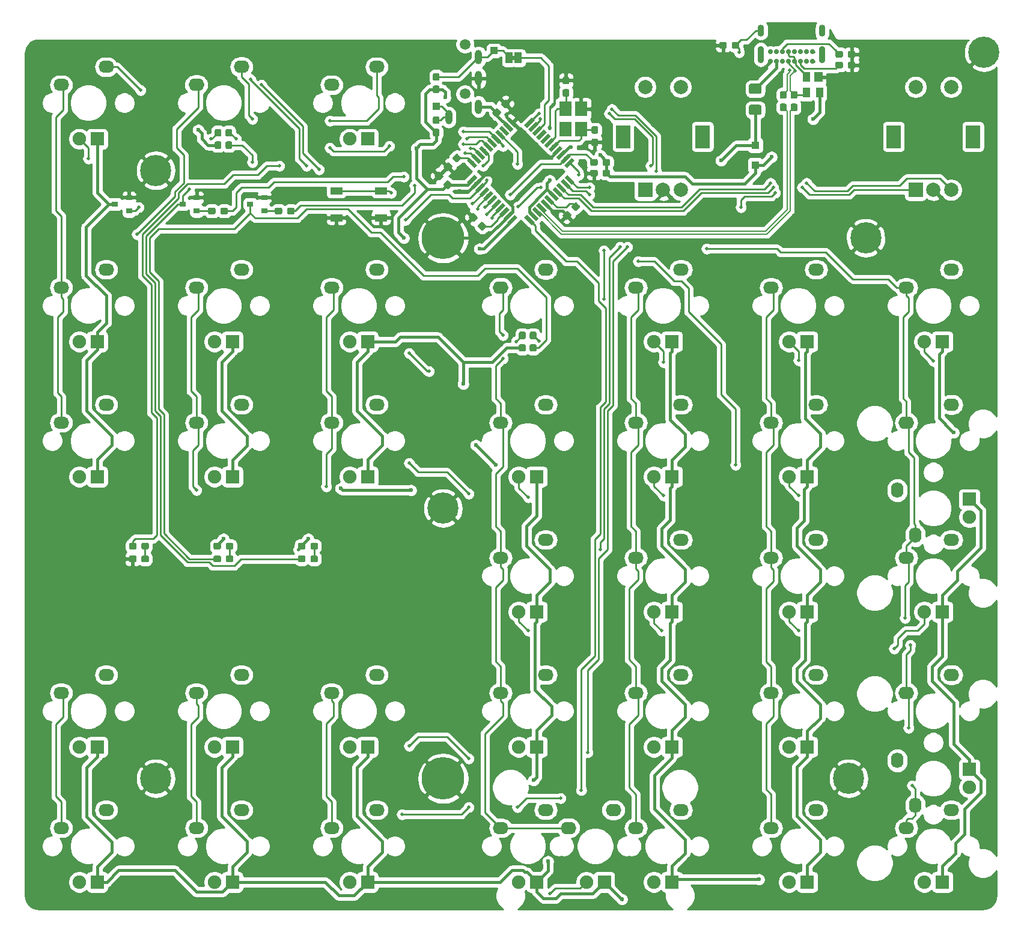
<source format=gtl>
G04 #@! TF.GenerationSoftware,KiCad,Pcbnew,5.1.4*
G04 #@! TF.CreationDate,2019-11-02T22:09:46+09:00*
G04 #@! TF.ProjectId,Navpad,4e617670-6164-42e6-9b69-6361645f7063,rev?*
G04 #@! TF.SameCoordinates,Original*
G04 #@! TF.FileFunction,Copper,L1,Top*
G04 #@! TF.FilePolarity,Positive*
%FSLAX46Y46*%
G04 Gerber Fmt 4.6, Leading zero omitted, Abs format (unit mm)*
G04 Created by KiCad (PCBNEW 5.1.4) date 2019-11-02 22:09:46*
%MOMM*%
%LPD*%
G04 APERTURE LIST*
%ADD10C,0.100000*%
%ADD11R,1.905000X1.905000*%
%ADD12C,1.905000*%
%ADD13O,2.200000X1.700000*%
%ADD14R,2.000000X2.000000*%
%ADD15C,2.000000*%
%ADD16R,2.000000X3.200000*%
%ADD17O,0.900000X1.700000*%
%ADD18O,0.900000X2.400000*%
%ADD19C,0.700000*%
%ADD20C,0.950000*%
%ADD21R,1.100000X1.100000*%
%ADD22R,1.000000X1.400000*%
%ADD23R,1.200000X1.400000*%
%ADD24C,1.425000*%
%ADD25C,6.000000*%
%ADD26C,4.400000*%
%ADD27R,1.000000X1.000000*%
%ADD28O,1.000000X2.000000*%
%ADD29C,1.500000*%
%ADD30R,1.000000X1.500000*%
%ADD31O,1.750000X2.200000*%
%ADD32O,2.200000X1.750000*%
%ADD33R,0.900000X0.800000*%
%ADD34R,1.700000X1.000000*%
%ADD35C,0.550000*%
%ADD36R,1.800000X2.100000*%
%ADD37O,2.220000X1.750000*%
%ADD38C,0.600000*%
%ADD39C,0.500000*%
%ADD40C,0.250000*%
%ADD41C,0.400000*%
%ADD42C,0.200000*%
%ADD43C,0.254000*%
G04 APERTURE END LIST*
D10*
G36*
X131957000Y-36276000D02*
G01*
X132457000Y-36276000D01*
X132457000Y-36876000D01*
X131957000Y-36876000D01*
X131957000Y-36276000D01*
G37*
D11*
X173545500Y-114681000D03*
D12*
X171005500Y-114681000D03*
D13*
X168465500Y-107061000D03*
X174815500Y-104521000D03*
D14*
X150725500Y-55188500D03*
D15*
X153225500Y-55188500D03*
X155725500Y-55188500D03*
D16*
X147625500Y-47688500D03*
X158825500Y-47688500D03*
D15*
X150725500Y-40688500D03*
X155725500Y-40688500D03*
D11*
X154495500Y-76581000D03*
D12*
X151955500Y-76581000D03*
D13*
X149415500Y-68961000D03*
X155765500Y-66421000D03*
D11*
X92583000Y-95631000D03*
D12*
X90043000Y-95631000D03*
D13*
X87503000Y-88011000D03*
X93853000Y-85471000D03*
D17*
X167023000Y-32728000D03*
X175673000Y-32728000D03*
D18*
X167023000Y-36108000D03*
X175673000Y-36108000D03*
D19*
X170923000Y-35738000D03*
X168373000Y-35738000D03*
X169223000Y-35738000D03*
X170073000Y-35738000D03*
X174323000Y-35738000D03*
X172623000Y-35738000D03*
X171773000Y-35738000D03*
X173473000Y-35738000D03*
X168373000Y-37088000D03*
X169223000Y-37088000D03*
X170073000Y-37088000D03*
X170923000Y-37088000D03*
X171773000Y-37088000D03*
X172623000Y-37088000D03*
X173473000Y-37088000D03*
X174323000Y-37088000D03*
D14*
X188825500Y-55188500D03*
D15*
X191325500Y-55188500D03*
X193825500Y-55188500D03*
D16*
X185725500Y-47688500D03*
X196925500Y-47688500D03*
D15*
X188825500Y-40688500D03*
X193825500Y-40688500D03*
D10*
G36*
X139833779Y-39241144D02*
G01*
X139856834Y-39244563D01*
X139879443Y-39250227D01*
X139901387Y-39258079D01*
X139922457Y-39268044D01*
X139942448Y-39280026D01*
X139961168Y-39293910D01*
X139978438Y-39309562D01*
X139994090Y-39326832D01*
X140007974Y-39345552D01*
X140019956Y-39365543D01*
X140029921Y-39386613D01*
X140037773Y-39408557D01*
X140043437Y-39431166D01*
X140046856Y-39454221D01*
X140048000Y-39477500D01*
X140048000Y-40052500D01*
X140046856Y-40075779D01*
X140043437Y-40098834D01*
X140037773Y-40121443D01*
X140029921Y-40143387D01*
X140019956Y-40164457D01*
X140007974Y-40184448D01*
X139994090Y-40203168D01*
X139978438Y-40220438D01*
X139961168Y-40236090D01*
X139942448Y-40249974D01*
X139922457Y-40261956D01*
X139901387Y-40271921D01*
X139879443Y-40279773D01*
X139856834Y-40285437D01*
X139833779Y-40288856D01*
X139810500Y-40290000D01*
X139335500Y-40290000D01*
X139312221Y-40288856D01*
X139289166Y-40285437D01*
X139266557Y-40279773D01*
X139244613Y-40271921D01*
X139223543Y-40261956D01*
X139203552Y-40249974D01*
X139184832Y-40236090D01*
X139167562Y-40220438D01*
X139151910Y-40203168D01*
X139138026Y-40184448D01*
X139126044Y-40164457D01*
X139116079Y-40143387D01*
X139108227Y-40121443D01*
X139102563Y-40098834D01*
X139099144Y-40075779D01*
X139098000Y-40052500D01*
X139098000Y-39477500D01*
X139099144Y-39454221D01*
X139102563Y-39431166D01*
X139108227Y-39408557D01*
X139116079Y-39386613D01*
X139126044Y-39365543D01*
X139138026Y-39345552D01*
X139151910Y-39326832D01*
X139167562Y-39309562D01*
X139184832Y-39293910D01*
X139203552Y-39280026D01*
X139223543Y-39268044D01*
X139244613Y-39258079D01*
X139266557Y-39250227D01*
X139289166Y-39244563D01*
X139312221Y-39241144D01*
X139335500Y-39240000D01*
X139810500Y-39240000D01*
X139833779Y-39241144D01*
X139833779Y-39241144D01*
G37*
D20*
X139573000Y-39765000D03*
D10*
G36*
X139833779Y-40991144D02*
G01*
X139856834Y-40994563D01*
X139879443Y-41000227D01*
X139901387Y-41008079D01*
X139922457Y-41018044D01*
X139942448Y-41030026D01*
X139961168Y-41043910D01*
X139978438Y-41059562D01*
X139994090Y-41076832D01*
X140007974Y-41095552D01*
X140019956Y-41115543D01*
X140029921Y-41136613D01*
X140037773Y-41158557D01*
X140043437Y-41181166D01*
X140046856Y-41204221D01*
X140048000Y-41227500D01*
X140048000Y-41802500D01*
X140046856Y-41825779D01*
X140043437Y-41848834D01*
X140037773Y-41871443D01*
X140029921Y-41893387D01*
X140019956Y-41914457D01*
X140007974Y-41934448D01*
X139994090Y-41953168D01*
X139978438Y-41970438D01*
X139961168Y-41986090D01*
X139942448Y-41999974D01*
X139922457Y-42011956D01*
X139901387Y-42021921D01*
X139879443Y-42029773D01*
X139856834Y-42035437D01*
X139833779Y-42038856D01*
X139810500Y-42040000D01*
X139335500Y-42040000D01*
X139312221Y-42038856D01*
X139289166Y-42035437D01*
X139266557Y-42029773D01*
X139244613Y-42021921D01*
X139223543Y-42011956D01*
X139203552Y-41999974D01*
X139184832Y-41986090D01*
X139167562Y-41970438D01*
X139151910Y-41953168D01*
X139138026Y-41934448D01*
X139126044Y-41914457D01*
X139116079Y-41893387D01*
X139108227Y-41871443D01*
X139102563Y-41848834D01*
X139099144Y-41825779D01*
X139098000Y-41802500D01*
X139098000Y-41227500D01*
X139099144Y-41204221D01*
X139102563Y-41181166D01*
X139108227Y-41158557D01*
X139116079Y-41136613D01*
X139126044Y-41115543D01*
X139138026Y-41095552D01*
X139151910Y-41076832D01*
X139167562Y-41059562D01*
X139184832Y-41043910D01*
X139203552Y-41030026D01*
X139223543Y-41018044D01*
X139244613Y-41008079D01*
X139266557Y-41000227D01*
X139289166Y-40994563D01*
X139312221Y-40991144D01*
X139335500Y-40990000D01*
X139810500Y-40990000D01*
X139833779Y-40991144D01*
X139833779Y-40991144D01*
G37*
D20*
X139573000Y-41515000D03*
D10*
G36*
X143897779Y-47962144D02*
G01*
X143920834Y-47965563D01*
X143943443Y-47971227D01*
X143965387Y-47979079D01*
X143986457Y-47989044D01*
X144006448Y-48001026D01*
X144025168Y-48014910D01*
X144042438Y-48030562D01*
X144058090Y-48047832D01*
X144071974Y-48066552D01*
X144083956Y-48086543D01*
X144093921Y-48107613D01*
X144101773Y-48129557D01*
X144107437Y-48152166D01*
X144110856Y-48175221D01*
X144112000Y-48198500D01*
X144112000Y-48773500D01*
X144110856Y-48796779D01*
X144107437Y-48819834D01*
X144101773Y-48842443D01*
X144093921Y-48864387D01*
X144083956Y-48885457D01*
X144071974Y-48905448D01*
X144058090Y-48924168D01*
X144042438Y-48941438D01*
X144025168Y-48957090D01*
X144006448Y-48970974D01*
X143986457Y-48982956D01*
X143965387Y-48992921D01*
X143943443Y-49000773D01*
X143920834Y-49006437D01*
X143897779Y-49009856D01*
X143874500Y-49011000D01*
X143399500Y-49011000D01*
X143376221Y-49009856D01*
X143353166Y-49006437D01*
X143330557Y-49000773D01*
X143308613Y-48992921D01*
X143287543Y-48982956D01*
X143267552Y-48970974D01*
X143248832Y-48957090D01*
X143231562Y-48941438D01*
X143215910Y-48924168D01*
X143202026Y-48905448D01*
X143190044Y-48885457D01*
X143180079Y-48864387D01*
X143172227Y-48842443D01*
X143166563Y-48819834D01*
X143163144Y-48796779D01*
X143162000Y-48773500D01*
X143162000Y-48198500D01*
X143163144Y-48175221D01*
X143166563Y-48152166D01*
X143172227Y-48129557D01*
X143180079Y-48107613D01*
X143190044Y-48086543D01*
X143202026Y-48066552D01*
X143215910Y-48047832D01*
X143231562Y-48030562D01*
X143248832Y-48014910D01*
X143267552Y-48001026D01*
X143287543Y-47989044D01*
X143308613Y-47979079D01*
X143330557Y-47971227D01*
X143353166Y-47965563D01*
X143376221Y-47962144D01*
X143399500Y-47961000D01*
X143874500Y-47961000D01*
X143897779Y-47962144D01*
X143897779Y-47962144D01*
G37*
D20*
X143637000Y-48486000D03*
D10*
G36*
X143897779Y-46212144D02*
G01*
X143920834Y-46215563D01*
X143943443Y-46221227D01*
X143965387Y-46229079D01*
X143986457Y-46239044D01*
X144006448Y-46251026D01*
X144025168Y-46264910D01*
X144042438Y-46280562D01*
X144058090Y-46297832D01*
X144071974Y-46316552D01*
X144083956Y-46336543D01*
X144093921Y-46357613D01*
X144101773Y-46379557D01*
X144107437Y-46402166D01*
X144110856Y-46425221D01*
X144112000Y-46448500D01*
X144112000Y-47023500D01*
X144110856Y-47046779D01*
X144107437Y-47069834D01*
X144101773Y-47092443D01*
X144093921Y-47114387D01*
X144083956Y-47135457D01*
X144071974Y-47155448D01*
X144058090Y-47174168D01*
X144042438Y-47191438D01*
X144025168Y-47207090D01*
X144006448Y-47220974D01*
X143986457Y-47232956D01*
X143965387Y-47242921D01*
X143943443Y-47250773D01*
X143920834Y-47256437D01*
X143897779Y-47259856D01*
X143874500Y-47261000D01*
X143399500Y-47261000D01*
X143376221Y-47259856D01*
X143353166Y-47256437D01*
X143330557Y-47250773D01*
X143308613Y-47242921D01*
X143287543Y-47232956D01*
X143267552Y-47220974D01*
X143248832Y-47207090D01*
X143231562Y-47191438D01*
X143215910Y-47174168D01*
X143202026Y-47155448D01*
X143190044Y-47135457D01*
X143180079Y-47114387D01*
X143172227Y-47092443D01*
X143166563Y-47069834D01*
X143163144Y-47046779D01*
X143162000Y-47023500D01*
X143162000Y-46448500D01*
X143163144Y-46425221D01*
X143166563Y-46402166D01*
X143172227Y-46379557D01*
X143180079Y-46357613D01*
X143190044Y-46336543D01*
X143202026Y-46316552D01*
X143215910Y-46297832D01*
X143231562Y-46280562D01*
X143248832Y-46264910D01*
X143267552Y-46251026D01*
X143287543Y-46239044D01*
X143308613Y-46229079D01*
X143330557Y-46221227D01*
X143353166Y-46215563D01*
X143376221Y-46212144D01*
X143399500Y-46211000D01*
X143874500Y-46211000D01*
X143897779Y-46212144D01*
X143897779Y-46212144D01*
G37*
D20*
X143637000Y-46736000D03*
D10*
G36*
X143834779Y-52358144D02*
G01*
X143857834Y-52361563D01*
X143880443Y-52367227D01*
X143902387Y-52375079D01*
X143923457Y-52385044D01*
X143943448Y-52397026D01*
X143962168Y-52410910D01*
X143979438Y-52426562D01*
X143995090Y-52443832D01*
X144008974Y-52462552D01*
X144020956Y-52482543D01*
X144030921Y-52503613D01*
X144038773Y-52525557D01*
X144044437Y-52548166D01*
X144047856Y-52571221D01*
X144049000Y-52594500D01*
X144049000Y-53069500D01*
X144047856Y-53092779D01*
X144044437Y-53115834D01*
X144038773Y-53138443D01*
X144030921Y-53160387D01*
X144020956Y-53181457D01*
X144008974Y-53201448D01*
X143995090Y-53220168D01*
X143979438Y-53237438D01*
X143962168Y-53253090D01*
X143943448Y-53266974D01*
X143923457Y-53278956D01*
X143902387Y-53288921D01*
X143880443Y-53296773D01*
X143857834Y-53302437D01*
X143834779Y-53305856D01*
X143811500Y-53307000D01*
X143236500Y-53307000D01*
X143213221Y-53305856D01*
X143190166Y-53302437D01*
X143167557Y-53296773D01*
X143145613Y-53288921D01*
X143124543Y-53278956D01*
X143104552Y-53266974D01*
X143085832Y-53253090D01*
X143068562Y-53237438D01*
X143052910Y-53220168D01*
X143039026Y-53201448D01*
X143027044Y-53181457D01*
X143017079Y-53160387D01*
X143009227Y-53138443D01*
X143003563Y-53115834D01*
X143000144Y-53092779D01*
X142999000Y-53069500D01*
X142999000Y-52594500D01*
X143000144Y-52571221D01*
X143003563Y-52548166D01*
X143009227Y-52525557D01*
X143017079Y-52503613D01*
X143027044Y-52482543D01*
X143039026Y-52462552D01*
X143052910Y-52443832D01*
X143068562Y-52426562D01*
X143085832Y-52410910D01*
X143104552Y-52397026D01*
X143124543Y-52385044D01*
X143145613Y-52375079D01*
X143167557Y-52367227D01*
X143190166Y-52361563D01*
X143213221Y-52358144D01*
X143236500Y-52357000D01*
X143811500Y-52357000D01*
X143834779Y-52358144D01*
X143834779Y-52358144D01*
G37*
D20*
X143524000Y-52832000D03*
D10*
G36*
X145584779Y-52358144D02*
G01*
X145607834Y-52361563D01*
X145630443Y-52367227D01*
X145652387Y-52375079D01*
X145673457Y-52385044D01*
X145693448Y-52397026D01*
X145712168Y-52410910D01*
X145729438Y-52426562D01*
X145745090Y-52443832D01*
X145758974Y-52462552D01*
X145770956Y-52482543D01*
X145780921Y-52503613D01*
X145788773Y-52525557D01*
X145794437Y-52548166D01*
X145797856Y-52571221D01*
X145799000Y-52594500D01*
X145799000Y-53069500D01*
X145797856Y-53092779D01*
X145794437Y-53115834D01*
X145788773Y-53138443D01*
X145780921Y-53160387D01*
X145770956Y-53181457D01*
X145758974Y-53201448D01*
X145745090Y-53220168D01*
X145729438Y-53237438D01*
X145712168Y-53253090D01*
X145693448Y-53266974D01*
X145673457Y-53278956D01*
X145652387Y-53288921D01*
X145630443Y-53296773D01*
X145607834Y-53302437D01*
X145584779Y-53305856D01*
X145561500Y-53307000D01*
X144986500Y-53307000D01*
X144963221Y-53305856D01*
X144940166Y-53302437D01*
X144917557Y-53296773D01*
X144895613Y-53288921D01*
X144874543Y-53278956D01*
X144854552Y-53266974D01*
X144835832Y-53253090D01*
X144818562Y-53237438D01*
X144802910Y-53220168D01*
X144789026Y-53201448D01*
X144777044Y-53181457D01*
X144767079Y-53160387D01*
X144759227Y-53138443D01*
X144753563Y-53115834D01*
X144750144Y-53092779D01*
X144749000Y-53069500D01*
X144749000Y-52594500D01*
X144750144Y-52571221D01*
X144753563Y-52548166D01*
X144759227Y-52525557D01*
X144767079Y-52503613D01*
X144777044Y-52482543D01*
X144789026Y-52462552D01*
X144802910Y-52443832D01*
X144818562Y-52426562D01*
X144835832Y-52410910D01*
X144854552Y-52397026D01*
X144874543Y-52385044D01*
X144895613Y-52375079D01*
X144917557Y-52367227D01*
X144940166Y-52361563D01*
X144963221Y-52358144D01*
X144986500Y-52357000D01*
X145561500Y-52357000D01*
X145584779Y-52358144D01*
X145584779Y-52358144D01*
G37*
D20*
X145274000Y-52832000D03*
D10*
G36*
X139774916Y-58177131D02*
G01*
X139797971Y-58180550D01*
X139820580Y-58186214D01*
X139842524Y-58194066D01*
X139863594Y-58204031D01*
X139883585Y-58216013D01*
X139902305Y-58229897D01*
X139919575Y-58245549D01*
X140255451Y-58581425D01*
X140271103Y-58598695D01*
X140284987Y-58617415D01*
X140296969Y-58637406D01*
X140306934Y-58658476D01*
X140314786Y-58680420D01*
X140320450Y-58703029D01*
X140323869Y-58726084D01*
X140325013Y-58749363D01*
X140323869Y-58772642D01*
X140320450Y-58795697D01*
X140314786Y-58818306D01*
X140306934Y-58840250D01*
X140296969Y-58861320D01*
X140284987Y-58881311D01*
X140271103Y-58900031D01*
X140255451Y-58917301D01*
X139848865Y-59323887D01*
X139831595Y-59339539D01*
X139812875Y-59353423D01*
X139792884Y-59365405D01*
X139771814Y-59375370D01*
X139749870Y-59383222D01*
X139727261Y-59388886D01*
X139704206Y-59392305D01*
X139680927Y-59393449D01*
X139657648Y-59392305D01*
X139634593Y-59388886D01*
X139611984Y-59383222D01*
X139590040Y-59375370D01*
X139568970Y-59365405D01*
X139548979Y-59353423D01*
X139530259Y-59339539D01*
X139512989Y-59323887D01*
X139177113Y-58988011D01*
X139161461Y-58970741D01*
X139147577Y-58952021D01*
X139135595Y-58932030D01*
X139125630Y-58910960D01*
X139117778Y-58889016D01*
X139112114Y-58866407D01*
X139108695Y-58843352D01*
X139107551Y-58820073D01*
X139108695Y-58796794D01*
X139112114Y-58773739D01*
X139117778Y-58751130D01*
X139125630Y-58729186D01*
X139135595Y-58708116D01*
X139147577Y-58688125D01*
X139161461Y-58669405D01*
X139177113Y-58652135D01*
X139583699Y-58245549D01*
X139600969Y-58229897D01*
X139619689Y-58216013D01*
X139639680Y-58204031D01*
X139660750Y-58194066D01*
X139682694Y-58186214D01*
X139705303Y-58180550D01*
X139728358Y-58177131D01*
X139751637Y-58175987D01*
X139774916Y-58177131D01*
X139774916Y-58177131D01*
G37*
D20*
X139716282Y-58784718D03*
D10*
G36*
X141012352Y-56939695D02*
G01*
X141035407Y-56943114D01*
X141058016Y-56948778D01*
X141079960Y-56956630D01*
X141101030Y-56966595D01*
X141121021Y-56978577D01*
X141139741Y-56992461D01*
X141157011Y-57008113D01*
X141492887Y-57343989D01*
X141508539Y-57361259D01*
X141522423Y-57379979D01*
X141534405Y-57399970D01*
X141544370Y-57421040D01*
X141552222Y-57442984D01*
X141557886Y-57465593D01*
X141561305Y-57488648D01*
X141562449Y-57511927D01*
X141561305Y-57535206D01*
X141557886Y-57558261D01*
X141552222Y-57580870D01*
X141544370Y-57602814D01*
X141534405Y-57623884D01*
X141522423Y-57643875D01*
X141508539Y-57662595D01*
X141492887Y-57679865D01*
X141086301Y-58086451D01*
X141069031Y-58102103D01*
X141050311Y-58115987D01*
X141030320Y-58127969D01*
X141009250Y-58137934D01*
X140987306Y-58145786D01*
X140964697Y-58151450D01*
X140941642Y-58154869D01*
X140918363Y-58156013D01*
X140895084Y-58154869D01*
X140872029Y-58151450D01*
X140849420Y-58145786D01*
X140827476Y-58137934D01*
X140806406Y-58127969D01*
X140786415Y-58115987D01*
X140767695Y-58102103D01*
X140750425Y-58086451D01*
X140414549Y-57750575D01*
X140398897Y-57733305D01*
X140385013Y-57714585D01*
X140373031Y-57694594D01*
X140363066Y-57673524D01*
X140355214Y-57651580D01*
X140349550Y-57628971D01*
X140346131Y-57605916D01*
X140344987Y-57582637D01*
X140346131Y-57559358D01*
X140349550Y-57536303D01*
X140355214Y-57513694D01*
X140363066Y-57491750D01*
X140373031Y-57470680D01*
X140385013Y-57450689D01*
X140398897Y-57431969D01*
X140414549Y-57414699D01*
X140821135Y-57008113D01*
X140838405Y-56992461D01*
X140857125Y-56978577D01*
X140877116Y-56966595D01*
X140898186Y-56956630D01*
X140920130Y-56948778D01*
X140942739Y-56943114D01*
X140965794Y-56939695D01*
X140989073Y-56938551D01*
X141012352Y-56939695D01*
X141012352Y-56939695D01*
G37*
D20*
X140953718Y-57547282D03*
D10*
G36*
X121670206Y-52621695D02*
G01*
X121693261Y-52625114D01*
X121715870Y-52630778D01*
X121737814Y-52638630D01*
X121758884Y-52648595D01*
X121778875Y-52660577D01*
X121797595Y-52674461D01*
X121814865Y-52690113D01*
X122221451Y-53096699D01*
X122237103Y-53113969D01*
X122250987Y-53132689D01*
X122262969Y-53152680D01*
X122272934Y-53173750D01*
X122280786Y-53195694D01*
X122286450Y-53218303D01*
X122289869Y-53241358D01*
X122291013Y-53264637D01*
X122289869Y-53287916D01*
X122286450Y-53310971D01*
X122280786Y-53333580D01*
X122272934Y-53355524D01*
X122262969Y-53376594D01*
X122250987Y-53396585D01*
X122237103Y-53415305D01*
X122221451Y-53432575D01*
X121885575Y-53768451D01*
X121868305Y-53784103D01*
X121849585Y-53797987D01*
X121829594Y-53809969D01*
X121808524Y-53819934D01*
X121786580Y-53827786D01*
X121763971Y-53833450D01*
X121740916Y-53836869D01*
X121717637Y-53838013D01*
X121694358Y-53836869D01*
X121671303Y-53833450D01*
X121648694Y-53827786D01*
X121626750Y-53819934D01*
X121605680Y-53809969D01*
X121585689Y-53797987D01*
X121566969Y-53784103D01*
X121549699Y-53768451D01*
X121143113Y-53361865D01*
X121127461Y-53344595D01*
X121113577Y-53325875D01*
X121101595Y-53305884D01*
X121091630Y-53284814D01*
X121083778Y-53262870D01*
X121078114Y-53240261D01*
X121074695Y-53217206D01*
X121073551Y-53193927D01*
X121074695Y-53170648D01*
X121078114Y-53147593D01*
X121083778Y-53124984D01*
X121091630Y-53103040D01*
X121101595Y-53081970D01*
X121113577Y-53061979D01*
X121127461Y-53043259D01*
X121143113Y-53025989D01*
X121478989Y-52690113D01*
X121496259Y-52674461D01*
X121514979Y-52660577D01*
X121534970Y-52648595D01*
X121556040Y-52638630D01*
X121577984Y-52630778D01*
X121600593Y-52625114D01*
X121623648Y-52621695D01*
X121646927Y-52620551D01*
X121670206Y-52621695D01*
X121670206Y-52621695D01*
G37*
D20*
X121682282Y-53229282D03*
D10*
G36*
X122907642Y-53859131D02*
G01*
X122930697Y-53862550D01*
X122953306Y-53868214D01*
X122975250Y-53876066D01*
X122996320Y-53886031D01*
X123016311Y-53898013D01*
X123035031Y-53911897D01*
X123052301Y-53927549D01*
X123458887Y-54334135D01*
X123474539Y-54351405D01*
X123488423Y-54370125D01*
X123500405Y-54390116D01*
X123510370Y-54411186D01*
X123518222Y-54433130D01*
X123523886Y-54455739D01*
X123527305Y-54478794D01*
X123528449Y-54502073D01*
X123527305Y-54525352D01*
X123523886Y-54548407D01*
X123518222Y-54571016D01*
X123510370Y-54592960D01*
X123500405Y-54614030D01*
X123488423Y-54634021D01*
X123474539Y-54652741D01*
X123458887Y-54670011D01*
X123123011Y-55005887D01*
X123105741Y-55021539D01*
X123087021Y-55035423D01*
X123067030Y-55047405D01*
X123045960Y-55057370D01*
X123024016Y-55065222D01*
X123001407Y-55070886D01*
X122978352Y-55074305D01*
X122955073Y-55075449D01*
X122931794Y-55074305D01*
X122908739Y-55070886D01*
X122886130Y-55065222D01*
X122864186Y-55057370D01*
X122843116Y-55047405D01*
X122823125Y-55035423D01*
X122804405Y-55021539D01*
X122787135Y-55005887D01*
X122380549Y-54599301D01*
X122364897Y-54582031D01*
X122351013Y-54563311D01*
X122339031Y-54543320D01*
X122329066Y-54522250D01*
X122321214Y-54500306D01*
X122315550Y-54477697D01*
X122312131Y-54454642D01*
X122310987Y-54431363D01*
X122312131Y-54408084D01*
X122315550Y-54385029D01*
X122321214Y-54362420D01*
X122329066Y-54340476D01*
X122339031Y-54319406D01*
X122351013Y-54299415D01*
X122364897Y-54280695D01*
X122380549Y-54263425D01*
X122716425Y-53927549D01*
X122733695Y-53911897D01*
X122752415Y-53898013D01*
X122772406Y-53886031D01*
X122793476Y-53876066D01*
X122815420Y-53868214D01*
X122838029Y-53862550D01*
X122861084Y-53859131D01*
X122884363Y-53857987D01*
X122907642Y-53859131D01*
X122907642Y-53859131D01*
G37*
D20*
X122919718Y-54466718D03*
D10*
G36*
X131106352Y-42461695D02*
G01*
X131129407Y-42465114D01*
X131152016Y-42470778D01*
X131173960Y-42478630D01*
X131195030Y-42488595D01*
X131215021Y-42500577D01*
X131233741Y-42514461D01*
X131251011Y-42530113D01*
X131586887Y-42865989D01*
X131602539Y-42883259D01*
X131616423Y-42901979D01*
X131628405Y-42921970D01*
X131638370Y-42943040D01*
X131646222Y-42964984D01*
X131651886Y-42987593D01*
X131655305Y-43010648D01*
X131656449Y-43033927D01*
X131655305Y-43057206D01*
X131651886Y-43080261D01*
X131646222Y-43102870D01*
X131638370Y-43124814D01*
X131628405Y-43145884D01*
X131616423Y-43165875D01*
X131602539Y-43184595D01*
X131586887Y-43201865D01*
X131180301Y-43608451D01*
X131163031Y-43624103D01*
X131144311Y-43637987D01*
X131124320Y-43649969D01*
X131103250Y-43659934D01*
X131081306Y-43667786D01*
X131058697Y-43673450D01*
X131035642Y-43676869D01*
X131012363Y-43678013D01*
X130989084Y-43676869D01*
X130966029Y-43673450D01*
X130943420Y-43667786D01*
X130921476Y-43659934D01*
X130900406Y-43649969D01*
X130880415Y-43637987D01*
X130861695Y-43624103D01*
X130844425Y-43608451D01*
X130508549Y-43272575D01*
X130492897Y-43255305D01*
X130479013Y-43236585D01*
X130467031Y-43216594D01*
X130457066Y-43195524D01*
X130449214Y-43173580D01*
X130443550Y-43150971D01*
X130440131Y-43127916D01*
X130438987Y-43104637D01*
X130440131Y-43081358D01*
X130443550Y-43058303D01*
X130449214Y-43035694D01*
X130457066Y-43013750D01*
X130467031Y-42992680D01*
X130479013Y-42972689D01*
X130492897Y-42953969D01*
X130508549Y-42936699D01*
X130915135Y-42530113D01*
X130932405Y-42514461D01*
X130951125Y-42500577D01*
X130971116Y-42488595D01*
X130992186Y-42478630D01*
X131014130Y-42470778D01*
X131036739Y-42465114D01*
X131059794Y-42461695D01*
X131083073Y-42460551D01*
X131106352Y-42461695D01*
X131106352Y-42461695D01*
G37*
D20*
X131047718Y-43069282D03*
D10*
G36*
X129868916Y-43699131D02*
G01*
X129891971Y-43702550D01*
X129914580Y-43708214D01*
X129936524Y-43716066D01*
X129957594Y-43726031D01*
X129977585Y-43738013D01*
X129996305Y-43751897D01*
X130013575Y-43767549D01*
X130349451Y-44103425D01*
X130365103Y-44120695D01*
X130378987Y-44139415D01*
X130390969Y-44159406D01*
X130400934Y-44180476D01*
X130408786Y-44202420D01*
X130414450Y-44225029D01*
X130417869Y-44248084D01*
X130419013Y-44271363D01*
X130417869Y-44294642D01*
X130414450Y-44317697D01*
X130408786Y-44340306D01*
X130400934Y-44362250D01*
X130390969Y-44383320D01*
X130378987Y-44403311D01*
X130365103Y-44422031D01*
X130349451Y-44439301D01*
X129942865Y-44845887D01*
X129925595Y-44861539D01*
X129906875Y-44875423D01*
X129886884Y-44887405D01*
X129865814Y-44897370D01*
X129843870Y-44905222D01*
X129821261Y-44910886D01*
X129798206Y-44914305D01*
X129774927Y-44915449D01*
X129751648Y-44914305D01*
X129728593Y-44910886D01*
X129705984Y-44905222D01*
X129684040Y-44897370D01*
X129662970Y-44887405D01*
X129642979Y-44875423D01*
X129624259Y-44861539D01*
X129606989Y-44845887D01*
X129271113Y-44510011D01*
X129255461Y-44492741D01*
X129241577Y-44474021D01*
X129229595Y-44454030D01*
X129219630Y-44432960D01*
X129211778Y-44411016D01*
X129206114Y-44388407D01*
X129202695Y-44365352D01*
X129201551Y-44342073D01*
X129202695Y-44318794D01*
X129206114Y-44295739D01*
X129211778Y-44273130D01*
X129219630Y-44251186D01*
X129229595Y-44230116D01*
X129241577Y-44210125D01*
X129255461Y-44191405D01*
X129271113Y-44174135D01*
X129677699Y-43767549D01*
X129694969Y-43751897D01*
X129713689Y-43738013D01*
X129733680Y-43726031D01*
X129754750Y-43716066D01*
X129776694Y-43708214D01*
X129799303Y-43702550D01*
X129822358Y-43699131D01*
X129845637Y-43697987D01*
X129868916Y-43699131D01*
X129868916Y-43699131D01*
G37*
D20*
X129810282Y-44306718D03*
D10*
G36*
X126496206Y-58463695D02*
G01*
X126519261Y-58467114D01*
X126541870Y-58472778D01*
X126563814Y-58480630D01*
X126584884Y-58490595D01*
X126604875Y-58502577D01*
X126623595Y-58516461D01*
X126640865Y-58532113D01*
X127047451Y-58938699D01*
X127063103Y-58955969D01*
X127076987Y-58974689D01*
X127088969Y-58994680D01*
X127098934Y-59015750D01*
X127106786Y-59037694D01*
X127112450Y-59060303D01*
X127115869Y-59083358D01*
X127117013Y-59106637D01*
X127115869Y-59129916D01*
X127112450Y-59152971D01*
X127106786Y-59175580D01*
X127098934Y-59197524D01*
X127088969Y-59218594D01*
X127076987Y-59238585D01*
X127063103Y-59257305D01*
X127047451Y-59274575D01*
X126711575Y-59610451D01*
X126694305Y-59626103D01*
X126675585Y-59639987D01*
X126655594Y-59651969D01*
X126634524Y-59661934D01*
X126612580Y-59669786D01*
X126589971Y-59675450D01*
X126566916Y-59678869D01*
X126543637Y-59680013D01*
X126520358Y-59678869D01*
X126497303Y-59675450D01*
X126474694Y-59669786D01*
X126452750Y-59661934D01*
X126431680Y-59651969D01*
X126411689Y-59639987D01*
X126392969Y-59626103D01*
X126375699Y-59610451D01*
X125969113Y-59203865D01*
X125953461Y-59186595D01*
X125939577Y-59167875D01*
X125927595Y-59147884D01*
X125917630Y-59126814D01*
X125909778Y-59104870D01*
X125904114Y-59082261D01*
X125900695Y-59059206D01*
X125899551Y-59035927D01*
X125900695Y-59012648D01*
X125904114Y-58989593D01*
X125909778Y-58966984D01*
X125917630Y-58945040D01*
X125927595Y-58923970D01*
X125939577Y-58903979D01*
X125953461Y-58885259D01*
X125969113Y-58867989D01*
X126304989Y-58532113D01*
X126322259Y-58516461D01*
X126340979Y-58502577D01*
X126360970Y-58490595D01*
X126382040Y-58480630D01*
X126403984Y-58472778D01*
X126426593Y-58467114D01*
X126449648Y-58463695D01*
X126472927Y-58462551D01*
X126496206Y-58463695D01*
X126496206Y-58463695D01*
G37*
D20*
X126508282Y-59071282D03*
D10*
G36*
X127733642Y-59701131D02*
G01*
X127756697Y-59704550D01*
X127779306Y-59710214D01*
X127801250Y-59718066D01*
X127822320Y-59728031D01*
X127842311Y-59740013D01*
X127861031Y-59753897D01*
X127878301Y-59769549D01*
X128284887Y-60176135D01*
X128300539Y-60193405D01*
X128314423Y-60212125D01*
X128326405Y-60232116D01*
X128336370Y-60253186D01*
X128344222Y-60275130D01*
X128349886Y-60297739D01*
X128353305Y-60320794D01*
X128354449Y-60344073D01*
X128353305Y-60367352D01*
X128349886Y-60390407D01*
X128344222Y-60413016D01*
X128336370Y-60434960D01*
X128326405Y-60456030D01*
X128314423Y-60476021D01*
X128300539Y-60494741D01*
X128284887Y-60512011D01*
X127949011Y-60847887D01*
X127931741Y-60863539D01*
X127913021Y-60877423D01*
X127893030Y-60889405D01*
X127871960Y-60899370D01*
X127850016Y-60907222D01*
X127827407Y-60912886D01*
X127804352Y-60916305D01*
X127781073Y-60917449D01*
X127757794Y-60916305D01*
X127734739Y-60912886D01*
X127712130Y-60907222D01*
X127690186Y-60899370D01*
X127669116Y-60889405D01*
X127649125Y-60877423D01*
X127630405Y-60863539D01*
X127613135Y-60847887D01*
X127206549Y-60441301D01*
X127190897Y-60424031D01*
X127177013Y-60405311D01*
X127165031Y-60385320D01*
X127155066Y-60364250D01*
X127147214Y-60342306D01*
X127141550Y-60319697D01*
X127138131Y-60296642D01*
X127136987Y-60273363D01*
X127138131Y-60250084D01*
X127141550Y-60227029D01*
X127147214Y-60204420D01*
X127155066Y-60182476D01*
X127165031Y-60161406D01*
X127177013Y-60141415D01*
X127190897Y-60122695D01*
X127206549Y-60105425D01*
X127542425Y-59769549D01*
X127559695Y-59753897D01*
X127578415Y-59740013D01*
X127598406Y-59728031D01*
X127619476Y-59718066D01*
X127641420Y-59710214D01*
X127664029Y-59704550D01*
X127687084Y-59701131D01*
X127710363Y-59699987D01*
X127733642Y-59701131D01*
X127733642Y-59701131D01*
G37*
D20*
X127745718Y-60308718D03*
D21*
X166243000Y-48892000D03*
X166243000Y-51692000D03*
D22*
X175321000Y-41486000D03*
X173421000Y-41486000D03*
X173421000Y-39286000D03*
D23*
X175141000Y-39286000D03*
D10*
G36*
X166892504Y-40219204D02*
G01*
X166916773Y-40222804D01*
X166940571Y-40228765D01*
X166963671Y-40237030D01*
X166985849Y-40247520D01*
X167006893Y-40260133D01*
X167026598Y-40274747D01*
X167044777Y-40291223D01*
X167061253Y-40309402D01*
X167075867Y-40329107D01*
X167088480Y-40350151D01*
X167098970Y-40372329D01*
X167107235Y-40395429D01*
X167113196Y-40419227D01*
X167116796Y-40443496D01*
X167118000Y-40468000D01*
X167118000Y-41393000D01*
X167116796Y-41417504D01*
X167113196Y-41441773D01*
X167107235Y-41465571D01*
X167098970Y-41488671D01*
X167088480Y-41510849D01*
X167075867Y-41531893D01*
X167061253Y-41551598D01*
X167044777Y-41569777D01*
X167026598Y-41586253D01*
X167006893Y-41600867D01*
X166985849Y-41613480D01*
X166963671Y-41623970D01*
X166940571Y-41632235D01*
X166916773Y-41638196D01*
X166892504Y-41641796D01*
X166868000Y-41643000D01*
X165618000Y-41643000D01*
X165593496Y-41641796D01*
X165569227Y-41638196D01*
X165545429Y-41632235D01*
X165522329Y-41623970D01*
X165500151Y-41613480D01*
X165479107Y-41600867D01*
X165459402Y-41586253D01*
X165441223Y-41569777D01*
X165424747Y-41551598D01*
X165410133Y-41531893D01*
X165397520Y-41510849D01*
X165387030Y-41488671D01*
X165378765Y-41465571D01*
X165372804Y-41441773D01*
X165369204Y-41417504D01*
X165368000Y-41393000D01*
X165368000Y-40468000D01*
X165369204Y-40443496D01*
X165372804Y-40419227D01*
X165378765Y-40395429D01*
X165387030Y-40372329D01*
X165397520Y-40350151D01*
X165410133Y-40329107D01*
X165424747Y-40309402D01*
X165441223Y-40291223D01*
X165459402Y-40274747D01*
X165479107Y-40260133D01*
X165500151Y-40247520D01*
X165522329Y-40237030D01*
X165545429Y-40228765D01*
X165569227Y-40222804D01*
X165593496Y-40219204D01*
X165618000Y-40218000D01*
X166868000Y-40218000D01*
X166892504Y-40219204D01*
X166892504Y-40219204D01*
G37*
D24*
X166243000Y-40930500D03*
D10*
G36*
X166892504Y-43194204D02*
G01*
X166916773Y-43197804D01*
X166940571Y-43203765D01*
X166963671Y-43212030D01*
X166985849Y-43222520D01*
X167006893Y-43235133D01*
X167026598Y-43249747D01*
X167044777Y-43266223D01*
X167061253Y-43284402D01*
X167075867Y-43304107D01*
X167088480Y-43325151D01*
X167098970Y-43347329D01*
X167107235Y-43370429D01*
X167113196Y-43394227D01*
X167116796Y-43418496D01*
X167118000Y-43443000D01*
X167118000Y-44368000D01*
X167116796Y-44392504D01*
X167113196Y-44416773D01*
X167107235Y-44440571D01*
X167098970Y-44463671D01*
X167088480Y-44485849D01*
X167075867Y-44506893D01*
X167061253Y-44526598D01*
X167044777Y-44544777D01*
X167026598Y-44561253D01*
X167006893Y-44575867D01*
X166985849Y-44588480D01*
X166963671Y-44598970D01*
X166940571Y-44607235D01*
X166916773Y-44613196D01*
X166892504Y-44616796D01*
X166868000Y-44618000D01*
X165618000Y-44618000D01*
X165593496Y-44616796D01*
X165569227Y-44613196D01*
X165545429Y-44607235D01*
X165522329Y-44598970D01*
X165500151Y-44588480D01*
X165479107Y-44575867D01*
X165459402Y-44561253D01*
X165441223Y-44544777D01*
X165424747Y-44526598D01*
X165410133Y-44506893D01*
X165397520Y-44485849D01*
X165387030Y-44463671D01*
X165378765Y-44440571D01*
X165372804Y-44416773D01*
X165369204Y-44392504D01*
X165368000Y-44368000D01*
X165368000Y-43443000D01*
X165369204Y-43418496D01*
X165372804Y-43394227D01*
X165378765Y-43370429D01*
X165387030Y-43347329D01*
X165397520Y-43325151D01*
X165410133Y-43304107D01*
X165424747Y-43284402D01*
X165441223Y-43266223D01*
X165459402Y-43249747D01*
X165479107Y-43235133D01*
X165500151Y-43222520D01*
X165522329Y-43212030D01*
X165545429Y-43203765D01*
X165569227Y-43197804D01*
X165593496Y-43194204D01*
X165618000Y-43193000D01*
X166868000Y-43193000D01*
X166892504Y-43194204D01*
X166892504Y-43194204D01*
G37*
D24*
X166243000Y-43905500D03*
D25*
X122269250Y-138176000D03*
X122269250Y-61976000D03*
D26*
X198469250Y-35782250D03*
X81788000Y-52451000D03*
X181800500Y-61976000D03*
X122269250Y-100076000D03*
X81788000Y-138176000D03*
D27*
X121285000Y-43434000D03*
D26*
X179419250Y-138176000D03*
D28*
X123049000Y-44956000D03*
X127249000Y-36456000D03*
X127249000Y-39456000D03*
X127249000Y-43456000D03*
D29*
X125349000Y-34656000D03*
X125349000Y-41656000D03*
D27*
X129413000Y-35560000D03*
D30*
X132857000Y-36576000D03*
X131557000Y-36576000D03*
D11*
X73533000Y-48006000D03*
D12*
X70993000Y-48006000D03*
D13*
X68453000Y-40386000D03*
X74803000Y-37846000D03*
D11*
X111633000Y-48006000D03*
D12*
X109093000Y-48006000D03*
D13*
X106553000Y-40386000D03*
X112903000Y-37846000D03*
D11*
X173545500Y-76581000D03*
D12*
X171005500Y-76581000D03*
D13*
X168465500Y-68961000D03*
X174815500Y-66421000D03*
D11*
X192595500Y-76581000D03*
D12*
X190055500Y-76581000D03*
D13*
X187515500Y-68961000D03*
X193865500Y-66421000D03*
D11*
X73533000Y-76581000D03*
D12*
X70993000Y-76581000D03*
D13*
X68453000Y-68961000D03*
X74803000Y-66421000D03*
D11*
X92583000Y-76581000D03*
D12*
X90043000Y-76581000D03*
D13*
X87503000Y-68961000D03*
X93853000Y-66421000D03*
D11*
X111633000Y-76581000D03*
D12*
X109093000Y-76581000D03*
D13*
X106553000Y-68961000D03*
X112903000Y-66421000D03*
D11*
X135445500Y-95631000D03*
D12*
X132905500Y-95631000D03*
D13*
X130365500Y-88011000D03*
X136715500Y-85471000D03*
D11*
X154495500Y-95631000D03*
D12*
X151955500Y-95631000D03*
D13*
X149415500Y-88011000D03*
X155765500Y-85471000D03*
D11*
X173545500Y-95631000D03*
D12*
X171005500Y-95631000D03*
D13*
X168465500Y-88011000D03*
X174815500Y-85471000D03*
D11*
X73533000Y-95631000D03*
D12*
X70993000Y-95631000D03*
D13*
X68453000Y-88011000D03*
X74803000Y-85471000D03*
D11*
X111633000Y-95631000D03*
D12*
X109093000Y-95631000D03*
D13*
X106553000Y-88011000D03*
X112903000Y-85471000D03*
D11*
X135445500Y-114681000D03*
D12*
X132905500Y-114681000D03*
D13*
X130365500Y-107061000D03*
X136715500Y-104521000D03*
D11*
X154495500Y-114681000D03*
D12*
X151955500Y-114681000D03*
D13*
X149415500Y-107061000D03*
X155765500Y-104521000D03*
D11*
X192595500Y-114681000D03*
D12*
X190055500Y-114681000D03*
D13*
X187515500Y-107061000D03*
X193865500Y-104521000D03*
D11*
X73533000Y-133731000D03*
D12*
X70993000Y-133731000D03*
D13*
X68453000Y-126111000D03*
X74803000Y-123571000D03*
D11*
X92583000Y-133731000D03*
D12*
X90043000Y-133731000D03*
D13*
X87503000Y-126111000D03*
X93853000Y-123571000D03*
D11*
X111633000Y-133731000D03*
D12*
X109093000Y-133731000D03*
D13*
X106553000Y-126111000D03*
X112903000Y-123571000D03*
D11*
X135445500Y-133731000D03*
D12*
X132905500Y-133731000D03*
D13*
X130365500Y-126111000D03*
X136715500Y-123571000D03*
D11*
X154495500Y-133731000D03*
D12*
X151955500Y-133731000D03*
D13*
X149415500Y-126111000D03*
X155765500Y-123571000D03*
D11*
X173545500Y-133731000D03*
D12*
X171005500Y-133731000D03*
D13*
X168465500Y-126111000D03*
X174815500Y-123571000D03*
D11*
X73533000Y-152781000D03*
D12*
X70993000Y-152781000D03*
D13*
X68453000Y-145161000D03*
X74803000Y-142621000D03*
D11*
X92583000Y-152781000D03*
D12*
X90043000Y-152781000D03*
D13*
X87503000Y-145161000D03*
X93853000Y-142621000D03*
D11*
X111633000Y-152781000D03*
D12*
X109093000Y-152781000D03*
D13*
X106553000Y-145161000D03*
X112903000Y-142621000D03*
D11*
X135445500Y-152781000D03*
D12*
X132905500Y-152781000D03*
D13*
X130365500Y-145161000D03*
X136715500Y-142621000D03*
D11*
X154495500Y-152781000D03*
D12*
X151955500Y-152781000D03*
D13*
X149415500Y-145161000D03*
X155765500Y-142621000D03*
D11*
X173545500Y-152781000D03*
D12*
X171005500Y-152781000D03*
D13*
X168465500Y-145161000D03*
X174815500Y-142621000D03*
D11*
X192595500Y-152781000D03*
D12*
X190055500Y-152781000D03*
D13*
X187515500Y-145161000D03*
X193865500Y-142621000D03*
D11*
X196405500Y-98806000D03*
D12*
X196405500Y-101346000D03*
D31*
X188785500Y-103886000D03*
X186245500Y-97536000D03*
D11*
X196405500Y-136906000D03*
D12*
X196405500Y-139446000D03*
D31*
X188785500Y-141986000D03*
X186245500Y-135636000D03*
D11*
X144970500Y-152781000D03*
D12*
X142430500Y-152781000D03*
D32*
X139890500Y-145161000D03*
X146240500Y-142621000D03*
D33*
X76025500Y-57213500D03*
X78025500Y-56263500D03*
X78025500Y-58163500D03*
D10*
G36*
X145584779Y-50834144D02*
G01*
X145607834Y-50837563D01*
X145630443Y-50843227D01*
X145652387Y-50851079D01*
X145673457Y-50861044D01*
X145693448Y-50873026D01*
X145712168Y-50886910D01*
X145729438Y-50902562D01*
X145745090Y-50919832D01*
X145758974Y-50938552D01*
X145770956Y-50958543D01*
X145780921Y-50979613D01*
X145788773Y-51001557D01*
X145794437Y-51024166D01*
X145797856Y-51047221D01*
X145799000Y-51070500D01*
X145799000Y-51545500D01*
X145797856Y-51568779D01*
X145794437Y-51591834D01*
X145788773Y-51614443D01*
X145780921Y-51636387D01*
X145770956Y-51657457D01*
X145758974Y-51677448D01*
X145745090Y-51696168D01*
X145729438Y-51713438D01*
X145712168Y-51729090D01*
X145693448Y-51742974D01*
X145673457Y-51754956D01*
X145652387Y-51764921D01*
X145630443Y-51772773D01*
X145607834Y-51778437D01*
X145584779Y-51781856D01*
X145561500Y-51783000D01*
X144986500Y-51783000D01*
X144963221Y-51781856D01*
X144940166Y-51778437D01*
X144917557Y-51772773D01*
X144895613Y-51764921D01*
X144874543Y-51754956D01*
X144854552Y-51742974D01*
X144835832Y-51729090D01*
X144818562Y-51713438D01*
X144802910Y-51696168D01*
X144789026Y-51677448D01*
X144777044Y-51657457D01*
X144767079Y-51636387D01*
X144759227Y-51614443D01*
X144753563Y-51591834D01*
X144750144Y-51568779D01*
X144749000Y-51545500D01*
X144749000Y-51070500D01*
X144750144Y-51047221D01*
X144753563Y-51024166D01*
X144759227Y-51001557D01*
X144767079Y-50979613D01*
X144777044Y-50958543D01*
X144789026Y-50938552D01*
X144802910Y-50919832D01*
X144818562Y-50902562D01*
X144835832Y-50886910D01*
X144854552Y-50873026D01*
X144874543Y-50861044D01*
X144895613Y-50851079D01*
X144917557Y-50843227D01*
X144940166Y-50837563D01*
X144963221Y-50834144D01*
X144986500Y-50833000D01*
X145561500Y-50833000D01*
X145584779Y-50834144D01*
X145584779Y-50834144D01*
G37*
D20*
X145274000Y-51308000D03*
D10*
G36*
X143834779Y-50834144D02*
G01*
X143857834Y-50837563D01*
X143880443Y-50843227D01*
X143902387Y-50851079D01*
X143923457Y-50861044D01*
X143943448Y-50873026D01*
X143962168Y-50886910D01*
X143979438Y-50902562D01*
X143995090Y-50919832D01*
X144008974Y-50938552D01*
X144020956Y-50958543D01*
X144030921Y-50979613D01*
X144038773Y-51001557D01*
X144044437Y-51024166D01*
X144047856Y-51047221D01*
X144049000Y-51070500D01*
X144049000Y-51545500D01*
X144047856Y-51568779D01*
X144044437Y-51591834D01*
X144038773Y-51614443D01*
X144030921Y-51636387D01*
X144020956Y-51657457D01*
X144008974Y-51677448D01*
X143995090Y-51696168D01*
X143979438Y-51713438D01*
X143962168Y-51729090D01*
X143943448Y-51742974D01*
X143923457Y-51754956D01*
X143902387Y-51764921D01*
X143880443Y-51772773D01*
X143857834Y-51778437D01*
X143834779Y-51781856D01*
X143811500Y-51783000D01*
X143236500Y-51783000D01*
X143213221Y-51781856D01*
X143190166Y-51778437D01*
X143167557Y-51772773D01*
X143145613Y-51764921D01*
X143124543Y-51754956D01*
X143104552Y-51742974D01*
X143085832Y-51729090D01*
X143068562Y-51713438D01*
X143052910Y-51696168D01*
X143039026Y-51677448D01*
X143027044Y-51657457D01*
X143017079Y-51636387D01*
X143009227Y-51614443D01*
X143003563Y-51591834D01*
X143000144Y-51568779D01*
X142999000Y-51545500D01*
X142999000Y-51070500D01*
X143000144Y-51047221D01*
X143003563Y-51024166D01*
X143009227Y-51001557D01*
X143017079Y-50979613D01*
X143027044Y-50958543D01*
X143039026Y-50938552D01*
X143052910Y-50919832D01*
X143068562Y-50902562D01*
X143085832Y-50886910D01*
X143104552Y-50873026D01*
X143124543Y-50861044D01*
X143145613Y-50851079D01*
X143167557Y-50843227D01*
X143190166Y-50837563D01*
X143213221Y-50834144D01*
X143236500Y-50833000D01*
X143811500Y-50833000D01*
X143834779Y-50834144D01*
X143834779Y-50834144D01*
G37*
D20*
X143524000Y-51308000D03*
D10*
G36*
X178378779Y-35594144D02*
G01*
X178401834Y-35597563D01*
X178424443Y-35603227D01*
X178446387Y-35611079D01*
X178467457Y-35621044D01*
X178487448Y-35633026D01*
X178506168Y-35646910D01*
X178523438Y-35662562D01*
X178539090Y-35679832D01*
X178552974Y-35698552D01*
X178564956Y-35718543D01*
X178574921Y-35739613D01*
X178582773Y-35761557D01*
X178588437Y-35784166D01*
X178591856Y-35807221D01*
X178593000Y-35830500D01*
X178593000Y-36305500D01*
X178591856Y-36328779D01*
X178588437Y-36351834D01*
X178582773Y-36374443D01*
X178574921Y-36396387D01*
X178564956Y-36417457D01*
X178552974Y-36437448D01*
X178539090Y-36456168D01*
X178523438Y-36473438D01*
X178506168Y-36489090D01*
X178487448Y-36502974D01*
X178467457Y-36514956D01*
X178446387Y-36524921D01*
X178424443Y-36532773D01*
X178401834Y-36538437D01*
X178378779Y-36541856D01*
X178355500Y-36543000D01*
X177780500Y-36543000D01*
X177757221Y-36541856D01*
X177734166Y-36538437D01*
X177711557Y-36532773D01*
X177689613Y-36524921D01*
X177668543Y-36514956D01*
X177648552Y-36502974D01*
X177629832Y-36489090D01*
X177612562Y-36473438D01*
X177596910Y-36456168D01*
X177583026Y-36437448D01*
X177571044Y-36417457D01*
X177561079Y-36396387D01*
X177553227Y-36374443D01*
X177547563Y-36351834D01*
X177544144Y-36328779D01*
X177543000Y-36305500D01*
X177543000Y-35830500D01*
X177544144Y-35807221D01*
X177547563Y-35784166D01*
X177553227Y-35761557D01*
X177561079Y-35739613D01*
X177571044Y-35718543D01*
X177583026Y-35698552D01*
X177596910Y-35679832D01*
X177612562Y-35662562D01*
X177629832Y-35646910D01*
X177648552Y-35633026D01*
X177668543Y-35621044D01*
X177689613Y-35611079D01*
X177711557Y-35603227D01*
X177734166Y-35597563D01*
X177757221Y-35594144D01*
X177780500Y-35593000D01*
X178355500Y-35593000D01*
X178378779Y-35594144D01*
X178378779Y-35594144D01*
G37*
D20*
X178068000Y-36068000D03*
D10*
G36*
X180128779Y-35594144D02*
G01*
X180151834Y-35597563D01*
X180174443Y-35603227D01*
X180196387Y-35611079D01*
X180217457Y-35621044D01*
X180237448Y-35633026D01*
X180256168Y-35646910D01*
X180273438Y-35662562D01*
X180289090Y-35679832D01*
X180302974Y-35698552D01*
X180314956Y-35718543D01*
X180324921Y-35739613D01*
X180332773Y-35761557D01*
X180338437Y-35784166D01*
X180341856Y-35807221D01*
X180343000Y-35830500D01*
X180343000Y-36305500D01*
X180341856Y-36328779D01*
X180338437Y-36351834D01*
X180332773Y-36374443D01*
X180324921Y-36396387D01*
X180314956Y-36417457D01*
X180302974Y-36437448D01*
X180289090Y-36456168D01*
X180273438Y-36473438D01*
X180256168Y-36489090D01*
X180237448Y-36502974D01*
X180217457Y-36514956D01*
X180196387Y-36524921D01*
X180174443Y-36532773D01*
X180151834Y-36538437D01*
X180128779Y-36541856D01*
X180105500Y-36543000D01*
X179530500Y-36543000D01*
X179507221Y-36541856D01*
X179484166Y-36538437D01*
X179461557Y-36532773D01*
X179439613Y-36524921D01*
X179418543Y-36514956D01*
X179398552Y-36502974D01*
X179379832Y-36489090D01*
X179362562Y-36473438D01*
X179346910Y-36456168D01*
X179333026Y-36437448D01*
X179321044Y-36417457D01*
X179311079Y-36396387D01*
X179303227Y-36374443D01*
X179297563Y-36351834D01*
X179294144Y-36328779D01*
X179293000Y-36305500D01*
X179293000Y-35830500D01*
X179294144Y-35807221D01*
X179297563Y-35784166D01*
X179303227Y-35761557D01*
X179311079Y-35739613D01*
X179321044Y-35718543D01*
X179333026Y-35698552D01*
X179346910Y-35679832D01*
X179362562Y-35662562D01*
X179379832Y-35646910D01*
X179398552Y-35633026D01*
X179418543Y-35621044D01*
X179439613Y-35611079D01*
X179461557Y-35603227D01*
X179484166Y-35597563D01*
X179507221Y-35594144D01*
X179530500Y-35593000D01*
X180105500Y-35593000D01*
X180128779Y-35594144D01*
X180128779Y-35594144D01*
G37*
D20*
X179818000Y-36068000D03*
D10*
G36*
X178378779Y-37118144D02*
G01*
X178401834Y-37121563D01*
X178424443Y-37127227D01*
X178446387Y-37135079D01*
X178467457Y-37145044D01*
X178487448Y-37157026D01*
X178506168Y-37170910D01*
X178523438Y-37186562D01*
X178539090Y-37203832D01*
X178552974Y-37222552D01*
X178564956Y-37242543D01*
X178574921Y-37263613D01*
X178582773Y-37285557D01*
X178588437Y-37308166D01*
X178591856Y-37331221D01*
X178593000Y-37354500D01*
X178593000Y-37829500D01*
X178591856Y-37852779D01*
X178588437Y-37875834D01*
X178582773Y-37898443D01*
X178574921Y-37920387D01*
X178564956Y-37941457D01*
X178552974Y-37961448D01*
X178539090Y-37980168D01*
X178523438Y-37997438D01*
X178506168Y-38013090D01*
X178487448Y-38026974D01*
X178467457Y-38038956D01*
X178446387Y-38048921D01*
X178424443Y-38056773D01*
X178401834Y-38062437D01*
X178378779Y-38065856D01*
X178355500Y-38067000D01*
X177780500Y-38067000D01*
X177757221Y-38065856D01*
X177734166Y-38062437D01*
X177711557Y-38056773D01*
X177689613Y-38048921D01*
X177668543Y-38038956D01*
X177648552Y-38026974D01*
X177629832Y-38013090D01*
X177612562Y-37997438D01*
X177596910Y-37980168D01*
X177583026Y-37961448D01*
X177571044Y-37941457D01*
X177561079Y-37920387D01*
X177553227Y-37898443D01*
X177547563Y-37875834D01*
X177544144Y-37852779D01*
X177543000Y-37829500D01*
X177543000Y-37354500D01*
X177544144Y-37331221D01*
X177547563Y-37308166D01*
X177553227Y-37285557D01*
X177561079Y-37263613D01*
X177571044Y-37242543D01*
X177583026Y-37222552D01*
X177596910Y-37203832D01*
X177612562Y-37186562D01*
X177629832Y-37170910D01*
X177648552Y-37157026D01*
X177668543Y-37145044D01*
X177689613Y-37135079D01*
X177711557Y-37127227D01*
X177734166Y-37121563D01*
X177757221Y-37118144D01*
X177780500Y-37117000D01*
X178355500Y-37117000D01*
X178378779Y-37118144D01*
X178378779Y-37118144D01*
G37*
D20*
X178068000Y-37592000D03*
D10*
G36*
X180128779Y-37118144D02*
G01*
X180151834Y-37121563D01*
X180174443Y-37127227D01*
X180196387Y-37135079D01*
X180217457Y-37145044D01*
X180237448Y-37157026D01*
X180256168Y-37170910D01*
X180273438Y-37186562D01*
X180289090Y-37203832D01*
X180302974Y-37222552D01*
X180314956Y-37242543D01*
X180324921Y-37263613D01*
X180332773Y-37285557D01*
X180338437Y-37308166D01*
X180341856Y-37331221D01*
X180343000Y-37354500D01*
X180343000Y-37829500D01*
X180341856Y-37852779D01*
X180338437Y-37875834D01*
X180332773Y-37898443D01*
X180324921Y-37920387D01*
X180314956Y-37941457D01*
X180302974Y-37961448D01*
X180289090Y-37980168D01*
X180273438Y-37997438D01*
X180256168Y-38013090D01*
X180237448Y-38026974D01*
X180217457Y-38038956D01*
X180196387Y-38048921D01*
X180174443Y-38056773D01*
X180151834Y-38062437D01*
X180128779Y-38065856D01*
X180105500Y-38067000D01*
X179530500Y-38067000D01*
X179507221Y-38065856D01*
X179484166Y-38062437D01*
X179461557Y-38056773D01*
X179439613Y-38048921D01*
X179418543Y-38038956D01*
X179398552Y-38026974D01*
X179379832Y-38013090D01*
X179362562Y-37997438D01*
X179346910Y-37980168D01*
X179333026Y-37961448D01*
X179321044Y-37941457D01*
X179311079Y-37920387D01*
X179303227Y-37898443D01*
X179297563Y-37875834D01*
X179294144Y-37852779D01*
X179293000Y-37829500D01*
X179293000Y-37354500D01*
X179294144Y-37331221D01*
X179297563Y-37308166D01*
X179303227Y-37285557D01*
X179311079Y-37263613D01*
X179321044Y-37242543D01*
X179333026Y-37222552D01*
X179346910Y-37203832D01*
X179362562Y-37186562D01*
X179379832Y-37170910D01*
X179398552Y-37157026D01*
X179418543Y-37145044D01*
X179439613Y-37135079D01*
X179461557Y-37127227D01*
X179484166Y-37121563D01*
X179507221Y-37118144D01*
X179530500Y-37117000D01*
X180105500Y-37117000D01*
X180128779Y-37118144D01*
X180128779Y-37118144D01*
G37*
D20*
X179818000Y-37592000D03*
D10*
G36*
X170440779Y-41273144D02*
G01*
X170463834Y-41276563D01*
X170486443Y-41282227D01*
X170508387Y-41290079D01*
X170529457Y-41300044D01*
X170549448Y-41312026D01*
X170568168Y-41325910D01*
X170585438Y-41341562D01*
X170601090Y-41358832D01*
X170614974Y-41377552D01*
X170626956Y-41397543D01*
X170636921Y-41418613D01*
X170644773Y-41440557D01*
X170650437Y-41463166D01*
X170653856Y-41486221D01*
X170655000Y-41509500D01*
X170655000Y-42084500D01*
X170653856Y-42107779D01*
X170650437Y-42130834D01*
X170644773Y-42153443D01*
X170636921Y-42175387D01*
X170626956Y-42196457D01*
X170614974Y-42216448D01*
X170601090Y-42235168D01*
X170585438Y-42252438D01*
X170568168Y-42268090D01*
X170549448Y-42281974D01*
X170529457Y-42293956D01*
X170508387Y-42303921D01*
X170486443Y-42311773D01*
X170463834Y-42317437D01*
X170440779Y-42320856D01*
X170417500Y-42322000D01*
X169942500Y-42322000D01*
X169919221Y-42320856D01*
X169896166Y-42317437D01*
X169873557Y-42311773D01*
X169851613Y-42303921D01*
X169830543Y-42293956D01*
X169810552Y-42281974D01*
X169791832Y-42268090D01*
X169774562Y-42252438D01*
X169758910Y-42235168D01*
X169745026Y-42216448D01*
X169733044Y-42196457D01*
X169723079Y-42175387D01*
X169715227Y-42153443D01*
X169709563Y-42130834D01*
X169706144Y-42107779D01*
X169705000Y-42084500D01*
X169705000Y-41509500D01*
X169706144Y-41486221D01*
X169709563Y-41463166D01*
X169715227Y-41440557D01*
X169723079Y-41418613D01*
X169733044Y-41397543D01*
X169745026Y-41377552D01*
X169758910Y-41358832D01*
X169774562Y-41341562D01*
X169791832Y-41325910D01*
X169810552Y-41312026D01*
X169830543Y-41300044D01*
X169851613Y-41290079D01*
X169873557Y-41282227D01*
X169896166Y-41276563D01*
X169919221Y-41273144D01*
X169942500Y-41272000D01*
X170417500Y-41272000D01*
X170440779Y-41273144D01*
X170440779Y-41273144D01*
G37*
D20*
X170180000Y-41797000D03*
D10*
G36*
X170440779Y-43023144D02*
G01*
X170463834Y-43026563D01*
X170486443Y-43032227D01*
X170508387Y-43040079D01*
X170529457Y-43050044D01*
X170549448Y-43062026D01*
X170568168Y-43075910D01*
X170585438Y-43091562D01*
X170601090Y-43108832D01*
X170614974Y-43127552D01*
X170626956Y-43147543D01*
X170636921Y-43168613D01*
X170644773Y-43190557D01*
X170650437Y-43213166D01*
X170653856Y-43236221D01*
X170655000Y-43259500D01*
X170655000Y-43834500D01*
X170653856Y-43857779D01*
X170650437Y-43880834D01*
X170644773Y-43903443D01*
X170636921Y-43925387D01*
X170626956Y-43946457D01*
X170614974Y-43966448D01*
X170601090Y-43985168D01*
X170585438Y-44002438D01*
X170568168Y-44018090D01*
X170549448Y-44031974D01*
X170529457Y-44043956D01*
X170508387Y-44053921D01*
X170486443Y-44061773D01*
X170463834Y-44067437D01*
X170440779Y-44070856D01*
X170417500Y-44072000D01*
X169942500Y-44072000D01*
X169919221Y-44070856D01*
X169896166Y-44067437D01*
X169873557Y-44061773D01*
X169851613Y-44053921D01*
X169830543Y-44043956D01*
X169810552Y-44031974D01*
X169791832Y-44018090D01*
X169774562Y-44002438D01*
X169758910Y-43985168D01*
X169745026Y-43966448D01*
X169733044Y-43946457D01*
X169723079Y-43925387D01*
X169715227Y-43903443D01*
X169709563Y-43880834D01*
X169706144Y-43857779D01*
X169705000Y-43834500D01*
X169705000Y-43259500D01*
X169706144Y-43236221D01*
X169709563Y-43213166D01*
X169715227Y-43190557D01*
X169723079Y-43168613D01*
X169733044Y-43147543D01*
X169745026Y-43127552D01*
X169758910Y-43108832D01*
X169774562Y-43091562D01*
X169791832Y-43075910D01*
X169810552Y-43062026D01*
X169830543Y-43050044D01*
X169851613Y-43040079D01*
X169873557Y-43032227D01*
X169896166Y-43026563D01*
X169919221Y-43023144D01*
X169942500Y-43022000D01*
X170417500Y-43022000D01*
X170440779Y-43023144D01*
X170440779Y-43023144D01*
G37*
D20*
X170180000Y-43547000D03*
D10*
G36*
X171964779Y-41273144D02*
G01*
X171987834Y-41276563D01*
X172010443Y-41282227D01*
X172032387Y-41290079D01*
X172053457Y-41300044D01*
X172073448Y-41312026D01*
X172092168Y-41325910D01*
X172109438Y-41341562D01*
X172125090Y-41358832D01*
X172138974Y-41377552D01*
X172150956Y-41397543D01*
X172160921Y-41418613D01*
X172168773Y-41440557D01*
X172174437Y-41463166D01*
X172177856Y-41486221D01*
X172179000Y-41509500D01*
X172179000Y-42084500D01*
X172177856Y-42107779D01*
X172174437Y-42130834D01*
X172168773Y-42153443D01*
X172160921Y-42175387D01*
X172150956Y-42196457D01*
X172138974Y-42216448D01*
X172125090Y-42235168D01*
X172109438Y-42252438D01*
X172092168Y-42268090D01*
X172073448Y-42281974D01*
X172053457Y-42293956D01*
X172032387Y-42303921D01*
X172010443Y-42311773D01*
X171987834Y-42317437D01*
X171964779Y-42320856D01*
X171941500Y-42322000D01*
X171466500Y-42322000D01*
X171443221Y-42320856D01*
X171420166Y-42317437D01*
X171397557Y-42311773D01*
X171375613Y-42303921D01*
X171354543Y-42293956D01*
X171334552Y-42281974D01*
X171315832Y-42268090D01*
X171298562Y-42252438D01*
X171282910Y-42235168D01*
X171269026Y-42216448D01*
X171257044Y-42196457D01*
X171247079Y-42175387D01*
X171239227Y-42153443D01*
X171233563Y-42130834D01*
X171230144Y-42107779D01*
X171229000Y-42084500D01*
X171229000Y-41509500D01*
X171230144Y-41486221D01*
X171233563Y-41463166D01*
X171239227Y-41440557D01*
X171247079Y-41418613D01*
X171257044Y-41397543D01*
X171269026Y-41377552D01*
X171282910Y-41358832D01*
X171298562Y-41341562D01*
X171315832Y-41325910D01*
X171334552Y-41312026D01*
X171354543Y-41300044D01*
X171375613Y-41290079D01*
X171397557Y-41282227D01*
X171420166Y-41276563D01*
X171443221Y-41273144D01*
X171466500Y-41272000D01*
X171941500Y-41272000D01*
X171964779Y-41273144D01*
X171964779Y-41273144D01*
G37*
D20*
X171704000Y-41797000D03*
D10*
G36*
X171964779Y-43023144D02*
G01*
X171987834Y-43026563D01*
X172010443Y-43032227D01*
X172032387Y-43040079D01*
X172053457Y-43050044D01*
X172073448Y-43062026D01*
X172092168Y-43075910D01*
X172109438Y-43091562D01*
X172125090Y-43108832D01*
X172138974Y-43127552D01*
X172150956Y-43147543D01*
X172160921Y-43168613D01*
X172168773Y-43190557D01*
X172174437Y-43213166D01*
X172177856Y-43236221D01*
X172179000Y-43259500D01*
X172179000Y-43834500D01*
X172177856Y-43857779D01*
X172174437Y-43880834D01*
X172168773Y-43903443D01*
X172160921Y-43925387D01*
X172150956Y-43946457D01*
X172138974Y-43966448D01*
X172125090Y-43985168D01*
X172109438Y-44002438D01*
X172092168Y-44018090D01*
X172073448Y-44031974D01*
X172053457Y-44043956D01*
X172032387Y-44053921D01*
X172010443Y-44061773D01*
X171987834Y-44067437D01*
X171964779Y-44070856D01*
X171941500Y-44072000D01*
X171466500Y-44072000D01*
X171443221Y-44070856D01*
X171420166Y-44067437D01*
X171397557Y-44061773D01*
X171375613Y-44053921D01*
X171354543Y-44043956D01*
X171334552Y-44031974D01*
X171315832Y-44018090D01*
X171298562Y-44002438D01*
X171282910Y-43985168D01*
X171269026Y-43966448D01*
X171257044Y-43946457D01*
X171247079Y-43925387D01*
X171239227Y-43903443D01*
X171233563Y-43880834D01*
X171230144Y-43857779D01*
X171229000Y-43834500D01*
X171229000Y-43259500D01*
X171230144Y-43236221D01*
X171233563Y-43213166D01*
X171239227Y-43190557D01*
X171247079Y-43168613D01*
X171257044Y-43147543D01*
X171269026Y-43127552D01*
X171282910Y-43108832D01*
X171298562Y-43091562D01*
X171315832Y-43075910D01*
X171334552Y-43062026D01*
X171354543Y-43050044D01*
X171375613Y-43040079D01*
X171397557Y-43032227D01*
X171420166Y-43026563D01*
X171443221Y-43023144D01*
X171466500Y-43022000D01*
X171941500Y-43022000D01*
X171964779Y-43023144D01*
X171964779Y-43023144D01*
G37*
D20*
X171704000Y-43547000D03*
D10*
G36*
X163759779Y-34324144D02*
G01*
X163782834Y-34327563D01*
X163805443Y-34333227D01*
X163827387Y-34341079D01*
X163848457Y-34351044D01*
X163868448Y-34363026D01*
X163887168Y-34376910D01*
X163904438Y-34392562D01*
X163920090Y-34409832D01*
X163933974Y-34428552D01*
X163945956Y-34448543D01*
X163955921Y-34469613D01*
X163963773Y-34491557D01*
X163969437Y-34514166D01*
X163972856Y-34537221D01*
X163974000Y-34560500D01*
X163974000Y-35035500D01*
X163972856Y-35058779D01*
X163969437Y-35081834D01*
X163963773Y-35104443D01*
X163955921Y-35126387D01*
X163945956Y-35147457D01*
X163933974Y-35167448D01*
X163920090Y-35186168D01*
X163904438Y-35203438D01*
X163887168Y-35219090D01*
X163868448Y-35232974D01*
X163848457Y-35244956D01*
X163827387Y-35254921D01*
X163805443Y-35262773D01*
X163782834Y-35268437D01*
X163759779Y-35271856D01*
X163736500Y-35273000D01*
X163161500Y-35273000D01*
X163138221Y-35271856D01*
X163115166Y-35268437D01*
X163092557Y-35262773D01*
X163070613Y-35254921D01*
X163049543Y-35244956D01*
X163029552Y-35232974D01*
X163010832Y-35219090D01*
X162993562Y-35203438D01*
X162977910Y-35186168D01*
X162964026Y-35167448D01*
X162952044Y-35147457D01*
X162942079Y-35126387D01*
X162934227Y-35104443D01*
X162928563Y-35081834D01*
X162925144Y-35058779D01*
X162924000Y-35035500D01*
X162924000Y-34560500D01*
X162925144Y-34537221D01*
X162928563Y-34514166D01*
X162934227Y-34491557D01*
X162942079Y-34469613D01*
X162952044Y-34448543D01*
X162964026Y-34428552D01*
X162977910Y-34409832D01*
X162993562Y-34392562D01*
X163010832Y-34376910D01*
X163029552Y-34363026D01*
X163049543Y-34351044D01*
X163070613Y-34341079D01*
X163092557Y-34333227D01*
X163115166Y-34327563D01*
X163138221Y-34324144D01*
X163161500Y-34323000D01*
X163736500Y-34323000D01*
X163759779Y-34324144D01*
X163759779Y-34324144D01*
G37*
D20*
X163449000Y-34798000D03*
D10*
G36*
X162009779Y-34324144D02*
G01*
X162032834Y-34327563D01*
X162055443Y-34333227D01*
X162077387Y-34341079D01*
X162098457Y-34351044D01*
X162118448Y-34363026D01*
X162137168Y-34376910D01*
X162154438Y-34392562D01*
X162170090Y-34409832D01*
X162183974Y-34428552D01*
X162195956Y-34448543D01*
X162205921Y-34469613D01*
X162213773Y-34491557D01*
X162219437Y-34514166D01*
X162222856Y-34537221D01*
X162224000Y-34560500D01*
X162224000Y-35035500D01*
X162222856Y-35058779D01*
X162219437Y-35081834D01*
X162213773Y-35104443D01*
X162205921Y-35126387D01*
X162195956Y-35147457D01*
X162183974Y-35167448D01*
X162170090Y-35186168D01*
X162154438Y-35203438D01*
X162137168Y-35219090D01*
X162118448Y-35232974D01*
X162098457Y-35244956D01*
X162077387Y-35254921D01*
X162055443Y-35262773D01*
X162032834Y-35268437D01*
X162009779Y-35271856D01*
X161986500Y-35273000D01*
X161411500Y-35273000D01*
X161388221Y-35271856D01*
X161365166Y-35268437D01*
X161342557Y-35262773D01*
X161320613Y-35254921D01*
X161299543Y-35244956D01*
X161279552Y-35232974D01*
X161260832Y-35219090D01*
X161243562Y-35203438D01*
X161227910Y-35186168D01*
X161214026Y-35167448D01*
X161202044Y-35147457D01*
X161192079Y-35126387D01*
X161184227Y-35104443D01*
X161178563Y-35081834D01*
X161175144Y-35058779D01*
X161174000Y-35035500D01*
X161174000Y-34560500D01*
X161175144Y-34537221D01*
X161178563Y-34514166D01*
X161184227Y-34491557D01*
X161192079Y-34469613D01*
X161202044Y-34448543D01*
X161214026Y-34428552D01*
X161227910Y-34409832D01*
X161243562Y-34392562D01*
X161260832Y-34376910D01*
X161279552Y-34363026D01*
X161299543Y-34351044D01*
X161320613Y-34341079D01*
X161342557Y-34333227D01*
X161365166Y-34327563D01*
X161388221Y-34324144D01*
X161411500Y-34323000D01*
X161986500Y-34323000D01*
X162009779Y-34324144D01*
X162009779Y-34324144D01*
G37*
D20*
X161699000Y-34798000D03*
D10*
G36*
X101134779Y-57692144D02*
G01*
X101157834Y-57695563D01*
X101180443Y-57701227D01*
X101202387Y-57709079D01*
X101223457Y-57719044D01*
X101243448Y-57731026D01*
X101262168Y-57744910D01*
X101279438Y-57760562D01*
X101295090Y-57777832D01*
X101308974Y-57796552D01*
X101320956Y-57816543D01*
X101330921Y-57837613D01*
X101338773Y-57859557D01*
X101344437Y-57882166D01*
X101347856Y-57905221D01*
X101349000Y-57928500D01*
X101349000Y-58403500D01*
X101347856Y-58426779D01*
X101344437Y-58449834D01*
X101338773Y-58472443D01*
X101330921Y-58494387D01*
X101320956Y-58515457D01*
X101308974Y-58535448D01*
X101295090Y-58554168D01*
X101279438Y-58571438D01*
X101262168Y-58587090D01*
X101243448Y-58600974D01*
X101223457Y-58612956D01*
X101202387Y-58622921D01*
X101180443Y-58630773D01*
X101157834Y-58636437D01*
X101134779Y-58639856D01*
X101111500Y-58641000D01*
X100536500Y-58641000D01*
X100513221Y-58639856D01*
X100490166Y-58636437D01*
X100467557Y-58630773D01*
X100445613Y-58622921D01*
X100424543Y-58612956D01*
X100404552Y-58600974D01*
X100385832Y-58587090D01*
X100368562Y-58571438D01*
X100352910Y-58554168D01*
X100339026Y-58535448D01*
X100327044Y-58515457D01*
X100317079Y-58494387D01*
X100309227Y-58472443D01*
X100303563Y-58449834D01*
X100300144Y-58426779D01*
X100299000Y-58403500D01*
X100299000Y-57928500D01*
X100300144Y-57905221D01*
X100303563Y-57882166D01*
X100309227Y-57859557D01*
X100317079Y-57837613D01*
X100327044Y-57816543D01*
X100339026Y-57796552D01*
X100352910Y-57777832D01*
X100368562Y-57760562D01*
X100385832Y-57744910D01*
X100404552Y-57731026D01*
X100424543Y-57719044D01*
X100445613Y-57709079D01*
X100467557Y-57701227D01*
X100490166Y-57695563D01*
X100513221Y-57692144D01*
X100536500Y-57691000D01*
X101111500Y-57691000D01*
X101134779Y-57692144D01*
X101134779Y-57692144D01*
G37*
D20*
X100824000Y-58166000D03*
D10*
G36*
X99384779Y-57692144D02*
G01*
X99407834Y-57695563D01*
X99430443Y-57701227D01*
X99452387Y-57709079D01*
X99473457Y-57719044D01*
X99493448Y-57731026D01*
X99512168Y-57744910D01*
X99529438Y-57760562D01*
X99545090Y-57777832D01*
X99558974Y-57796552D01*
X99570956Y-57816543D01*
X99580921Y-57837613D01*
X99588773Y-57859557D01*
X99594437Y-57882166D01*
X99597856Y-57905221D01*
X99599000Y-57928500D01*
X99599000Y-58403500D01*
X99597856Y-58426779D01*
X99594437Y-58449834D01*
X99588773Y-58472443D01*
X99580921Y-58494387D01*
X99570956Y-58515457D01*
X99558974Y-58535448D01*
X99545090Y-58554168D01*
X99529438Y-58571438D01*
X99512168Y-58587090D01*
X99493448Y-58600974D01*
X99473457Y-58612956D01*
X99452387Y-58622921D01*
X99430443Y-58630773D01*
X99407834Y-58636437D01*
X99384779Y-58639856D01*
X99361500Y-58641000D01*
X98786500Y-58641000D01*
X98763221Y-58639856D01*
X98740166Y-58636437D01*
X98717557Y-58630773D01*
X98695613Y-58622921D01*
X98674543Y-58612956D01*
X98654552Y-58600974D01*
X98635832Y-58587090D01*
X98618562Y-58571438D01*
X98602910Y-58554168D01*
X98589026Y-58535448D01*
X98577044Y-58515457D01*
X98567079Y-58494387D01*
X98559227Y-58472443D01*
X98553563Y-58449834D01*
X98550144Y-58426779D01*
X98549000Y-58403500D01*
X98549000Y-57928500D01*
X98550144Y-57905221D01*
X98553563Y-57882166D01*
X98559227Y-57859557D01*
X98567079Y-57837613D01*
X98577044Y-57816543D01*
X98589026Y-57796552D01*
X98602910Y-57777832D01*
X98618562Y-57760562D01*
X98635832Y-57744910D01*
X98654552Y-57731026D01*
X98674543Y-57719044D01*
X98695613Y-57709079D01*
X98717557Y-57701227D01*
X98740166Y-57695563D01*
X98763221Y-57692144D01*
X98786500Y-57691000D01*
X99361500Y-57691000D01*
X99384779Y-57692144D01*
X99384779Y-57692144D01*
G37*
D20*
X99074000Y-58166000D03*
D10*
G36*
X91736779Y-57692144D02*
G01*
X91759834Y-57695563D01*
X91782443Y-57701227D01*
X91804387Y-57709079D01*
X91825457Y-57719044D01*
X91845448Y-57731026D01*
X91864168Y-57744910D01*
X91881438Y-57760562D01*
X91897090Y-57777832D01*
X91910974Y-57796552D01*
X91922956Y-57816543D01*
X91932921Y-57837613D01*
X91940773Y-57859557D01*
X91946437Y-57882166D01*
X91949856Y-57905221D01*
X91951000Y-57928500D01*
X91951000Y-58403500D01*
X91949856Y-58426779D01*
X91946437Y-58449834D01*
X91940773Y-58472443D01*
X91932921Y-58494387D01*
X91922956Y-58515457D01*
X91910974Y-58535448D01*
X91897090Y-58554168D01*
X91881438Y-58571438D01*
X91864168Y-58587090D01*
X91845448Y-58600974D01*
X91825457Y-58612956D01*
X91804387Y-58622921D01*
X91782443Y-58630773D01*
X91759834Y-58636437D01*
X91736779Y-58639856D01*
X91713500Y-58641000D01*
X91138500Y-58641000D01*
X91115221Y-58639856D01*
X91092166Y-58636437D01*
X91069557Y-58630773D01*
X91047613Y-58622921D01*
X91026543Y-58612956D01*
X91006552Y-58600974D01*
X90987832Y-58587090D01*
X90970562Y-58571438D01*
X90954910Y-58554168D01*
X90941026Y-58535448D01*
X90929044Y-58515457D01*
X90919079Y-58494387D01*
X90911227Y-58472443D01*
X90905563Y-58449834D01*
X90902144Y-58426779D01*
X90901000Y-58403500D01*
X90901000Y-57928500D01*
X90902144Y-57905221D01*
X90905563Y-57882166D01*
X90911227Y-57859557D01*
X90919079Y-57837613D01*
X90929044Y-57816543D01*
X90941026Y-57796552D01*
X90954910Y-57777832D01*
X90970562Y-57760562D01*
X90987832Y-57744910D01*
X91006552Y-57731026D01*
X91026543Y-57719044D01*
X91047613Y-57709079D01*
X91069557Y-57701227D01*
X91092166Y-57695563D01*
X91115221Y-57692144D01*
X91138500Y-57691000D01*
X91713500Y-57691000D01*
X91736779Y-57692144D01*
X91736779Y-57692144D01*
G37*
D20*
X91426000Y-58166000D03*
D10*
G36*
X89986779Y-57692144D02*
G01*
X90009834Y-57695563D01*
X90032443Y-57701227D01*
X90054387Y-57709079D01*
X90075457Y-57719044D01*
X90095448Y-57731026D01*
X90114168Y-57744910D01*
X90131438Y-57760562D01*
X90147090Y-57777832D01*
X90160974Y-57796552D01*
X90172956Y-57816543D01*
X90182921Y-57837613D01*
X90190773Y-57859557D01*
X90196437Y-57882166D01*
X90199856Y-57905221D01*
X90201000Y-57928500D01*
X90201000Y-58403500D01*
X90199856Y-58426779D01*
X90196437Y-58449834D01*
X90190773Y-58472443D01*
X90182921Y-58494387D01*
X90172956Y-58515457D01*
X90160974Y-58535448D01*
X90147090Y-58554168D01*
X90131438Y-58571438D01*
X90114168Y-58587090D01*
X90095448Y-58600974D01*
X90075457Y-58612956D01*
X90054387Y-58622921D01*
X90032443Y-58630773D01*
X90009834Y-58636437D01*
X89986779Y-58639856D01*
X89963500Y-58641000D01*
X89388500Y-58641000D01*
X89365221Y-58639856D01*
X89342166Y-58636437D01*
X89319557Y-58630773D01*
X89297613Y-58622921D01*
X89276543Y-58612956D01*
X89256552Y-58600974D01*
X89237832Y-58587090D01*
X89220562Y-58571438D01*
X89204910Y-58554168D01*
X89191026Y-58535448D01*
X89179044Y-58515457D01*
X89169079Y-58494387D01*
X89161227Y-58472443D01*
X89155563Y-58449834D01*
X89152144Y-58426779D01*
X89151000Y-58403500D01*
X89151000Y-57928500D01*
X89152144Y-57905221D01*
X89155563Y-57882166D01*
X89161227Y-57859557D01*
X89169079Y-57837613D01*
X89179044Y-57816543D01*
X89191026Y-57796552D01*
X89204910Y-57777832D01*
X89220562Y-57760562D01*
X89237832Y-57744910D01*
X89256552Y-57731026D01*
X89276543Y-57719044D01*
X89297613Y-57709079D01*
X89319557Y-57701227D01*
X89342166Y-57695563D01*
X89365221Y-57692144D01*
X89388500Y-57691000D01*
X89963500Y-57691000D01*
X89986779Y-57692144D01*
X89986779Y-57692144D01*
G37*
D20*
X89676000Y-58166000D03*
D10*
G36*
X121545779Y-40483144D02*
G01*
X121568834Y-40486563D01*
X121591443Y-40492227D01*
X121613387Y-40500079D01*
X121634457Y-40510044D01*
X121654448Y-40522026D01*
X121673168Y-40535910D01*
X121690438Y-40551562D01*
X121706090Y-40568832D01*
X121719974Y-40587552D01*
X121731956Y-40607543D01*
X121741921Y-40628613D01*
X121749773Y-40650557D01*
X121755437Y-40673166D01*
X121758856Y-40696221D01*
X121760000Y-40719500D01*
X121760000Y-41294500D01*
X121758856Y-41317779D01*
X121755437Y-41340834D01*
X121749773Y-41363443D01*
X121741921Y-41385387D01*
X121731956Y-41406457D01*
X121719974Y-41426448D01*
X121706090Y-41445168D01*
X121690438Y-41462438D01*
X121673168Y-41478090D01*
X121654448Y-41491974D01*
X121634457Y-41503956D01*
X121613387Y-41513921D01*
X121591443Y-41521773D01*
X121568834Y-41527437D01*
X121545779Y-41530856D01*
X121522500Y-41532000D01*
X121047500Y-41532000D01*
X121024221Y-41530856D01*
X121001166Y-41527437D01*
X120978557Y-41521773D01*
X120956613Y-41513921D01*
X120935543Y-41503956D01*
X120915552Y-41491974D01*
X120896832Y-41478090D01*
X120879562Y-41462438D01*
X120863910Y-41445168D01*
X120850026Y-41426448D01*
X120838044Y-41406457D01*
X120828079Y-41385387D01*
X120820227Y-41363443D01*
X120814563Y-41340834D01*
X120811144Y-41317779D01*
X120810000Y-41294500D01*
X120810000Y-40719500D01*
X120811144Y-40696221D01*
X120814563Y-40673166D01*
X120820227Y-40650557D01*
X120828079Y-40628613D01*
X120838044Y-40607543D01*
X120850026Y-40587552D01*
X120863910Y-40568832D01*
X120879562Y-40551562D01*
X120896832Y-40535910D01*
X120915552Y-40522026D01*
X120935543Y-40510044D01*
X120956613Y-40500079D01*
X120978557Y-40492227D01*
X121001166Y-40486563D01*
X121024221Y-40483144D01*
X121047500Y-40482000D01*
X121522500Y-40482000D01*
X121545779Y-40483144D01*
X121545779Y-40483144D01*
G37*
D20*
X121285000Y-41007000D03*
D10*
G36*
X121545779Y-38733144D02*
G01*
X121568834Y-38736563D01*
X121591443Y-38742227D01*
X121613387Y-38750079D01*
X121634457Y-38760044D01*
X121654448Y-38772026D01*
X121673168Y-38785910D01*
X121690438Y-38801562D01*
X121706090Y-38818832D01*
X121719974Y-38837552D01*
X121731956Y-38857543D01*
X121741921Y-38878613D01*
X121749773Y-38900557D01*
X121755437Y-38923166D01*
X121758856Y-38946221D01*
X121760000Y-38969500D01*
X121760000Y-39544500D01*
X121758856Y-39567779D01*
X121755437Y-39590834D01*
X121749773Y-39613443D01*
X121741921Y-39635387D01*
X121731956Y-39656457D01*
X121719974Y-39676448D01*
X121706090Y-39695168D01*
X121690438Y-39712438D01*
X121673168Y-39728090D01*
X121654448Y-39741974D01*
X121634457Y-39753956D01*
X121613387Y-39763921D01*
X121591443Y-39771773D01*
X121568834Y-39777437D01*
X121545779Y-39780856D01*
X121522500Y-39782000D01*
X121047500Y-39782000D01*
X121024221Y-39780856D01*
X121001166Y-39777437D01*
X120978557Y-39771773D01*
X120956613Y-39763921D01*
X120935543Y-39753956D01*
X120915552Y-39741974D01*
X120896832Y-39728090D01*
X120879562Y-39712438D01*
X120863910Y-39695168D01*
X120850026Y-39676448D01*
X120838044Y-39656457D01*
X120828079Y-39635387D01*
X120820227Y-39613443D01*
X120814563Y-39590834D01*
X120811144Y-39567779D01*
X120810000Y-39544500D01*
X120810000Y-38969500D01*
X120811144Y-38946221D01*
X120814563Y-38923166D01*
X120820227Y-38900557D01*
X120828079Y-38878613D01*
X120838044Y-38857543D01*
X120850026Y-38837552D01*
X120863910Y-38818832D01*
X120879562Y-38801562D01*
X120896832Y-38785910D01*
X120915552Y-38772026D01*
X120935543Y-38760044D01*
X120956613Y-38750079D01*
X120978557Y-38742227D01*
X121001166Y-38736563D01*
X121024221Y-38733144D01*
X121047500Y-38732000D01*
X121522500Y-38732000D01*
X121545779Y-38733144D01*
X121545779Y-38733144D01*
G37*
D20*
X121285000Y-39257000D03*
D10*
G36*
X121545779Y-46579144D02*
G01*
X121568834Y-46582563D01*
X121591443Y-46588227D01*
X121613387Y-46596079D01*
X121634457Y-46606044D01*
X121654448Y-46618026D01*
X121673168Y-46631910D01*
X121690438Y-46647562D01*
X121706090Y-46664832D01*
X121719974Y-46683552D01*
X121731956Y-46703543D01*
X121741921Y-46724613D01*
X121749773Y-46746557D01*
X121755437Y-46769166D01*
X121758856Y-46792221D01*
X121760000Y-46815500D01*
X121760000Y-47390500D01*
X121758856Y-47413779D01*
X121755437Y-47436834D01*
X121749773Y-47459443D01*
X121741921Y-47481387D01*
X121731956Y-47502457D01*
X121719974Y-47522448D01*
X121706090Y-47541168D01*
X121690438Y-47558438D01*
X121673168Y-47574090D01*
X121654448Y-47587974D01*
X121634457Y-47599956D01*
X121613387Y-47609921D01*
X121591443Y-47617773D01*
X121568834Y-47623437D01*
X121545779Y-47626856D01*
X121522500Y-47628000D01*
X121047500Y-47628000D01*
X121024221Y-47626856D01*
X121001166Y-47623437D01*
X120978557Y-47617773D01*
X120956613Y-47609921D01*
X120935543Y-47599956D01*
X120915552Y-47587974D01*
X120896832Y-47574090D01*
X120879562Y-47558438D01*
X120863910Y-47541168D01*
X120850026Y-47522448D01*
X120838044Y-47502457D01*
X120828079Y-47481387D01*
X120820227Y-47459443D01*
X120814563Y-47436834D01*
X120811144Y-47413779D01*
X120810000Y-47390500D01*
X120810000Y-46815500D01*
X120811144Y-46792221D01*
X120814563Y-46769166D01*
X120820227Y-46746557D01*
X120828079Y-46724613D01*
X120838044Y-46703543D01*
X120850026Y-46683552D01*
X120863910Y-46664832D01*
X120879562Y-46647562D01*
X120896832Y-46631910D01*
X120915552Y-46618026D01*
X120935543Y-46606044D01*
X120956613Y-46596079D01*
X120978557Y-46588227D01*
X121001166Y-46582563D01*
X121024221Y-46579144D01*
X121047500Y-46578000D01*
X121522500Y-46578000D01*
X121545779Y-46579144D01*
X121545779Y-46579144D01*
G37*
D20*
X121285000Y-47103000D03*
D10*
G36*
X121545779Y-44829144D02*
G01*
X121568834Y-44832563D01*
X121591443Y-44838227D01*
X121613387Y-44846079D01*
X121634457Y-44856044D01*
X121654448Y-44868026D01*
X121673168Y-44881910D01*
X121690438Y-44897562D01*
X121706090Y-44914832D01*
X121719974Y-44933552D01*
X121731956Y-44953543D01*
X121741921Y-44974613D01*
X121749773Y-44996557D01*
X121755437Y-45019166D01*
X121758856Y-45042221D01*
X121760000Y-45065500D01*
X121760000Y-45640500D01*
X121758856Y-45663779D01*
X121755437Y-45686834D01*
X121749773Y-45709443D01*
X121741921Y-45731387D01*
X121731956Y-45752457D01*
X121719974Y-45772448D01*
X121706090Y-45791168D01*
X121690438Y-45808438D01*
X121673168Y-45824090D01*
X121654448Y-45837974D01*
X121634457Y-45849956D01*
X121613387Y-45859921D01*
X121591443Y-45867773D01*
X121568834Y-45873437D01*
X121545779Y-45876856D01*
X121522500Y-45878000D01*
X121047500Y-45878000D01*
X121024221Y-45876856D01*
X121001166Y-45873437D01*
X120978557Y-45867773D01*
X120956613Y-45859921D01*
X120935543Y-45849956D01*
X120915552Y-45837974D01*
X120896832Y-45824090D01*
X120879562Y-45808438D01*
X120863910Y-45791168D01*
X120850026Y-45772448D01*
X120838044Y-45752457D01*
X120828079Y-45731387D01*
X120820227Y-45709443D01*
X120814563Y-45686834D01*
X120811144Y-45663779D01*
X120810000Y-45640500D01*
X120810000Y-45065500D01*
X120811144Y-45042221D01*
X120814563Y-45019166D01*
X120820227Y-44996557D01*
X120828079Y-44974613D01*
X120838044Y-44953543D01*
X120850026Y-44933552D01*
X120863910Y-44914832D01*
X120879562Y-44897562D01*
X120896832Y-44881910D01*
X120915552Y-44868026D01*
X120935543Y-44856044D01*
X120956613Y-44846079D01*
X120978557Y-44838227D01*
X121001166Y-44832563D01*
X121024221Y-44829144D01*
X121047500Y-44828000D01*
X121522500Y-44828000D01*
X121545779Y-44829144D01*
X121545779Y-44829144D01*
G37*
D20*
X121285000Y-45353000D03*
D10*
G36*
X124248352Y-50081695D02*
G01*
X124271407Y-50085114D01*
X124294016Y-50090778D01*
X124315960Y-50098630D01*
X124337030Y-50108595D01*
X124357021Y-50120577D01*
X124375741Y-50134461D01*
X124393011Y-50150113D01*
X124728887Y-50485989D01*
X124744539Y-50503259D01*
X124758423Y-50521979D01*
X124770405Y-50541970D01*
X124780370Y-50563040D01*
X124788222Y-50584984D01*
X124793886Y-50607593D01*
X124797305Y-50630648D01*
X124798449Y-50653927D01*
X124797305Y-50677206D01*
X124793886Y-50700261D01*
X124788222Y-50722870D01*
X124780370Y-50744814D01*
X124770405Y-50765884D01*
X124758423Y-50785875D01*
X124744539Y-50804595D01*
X124728887Y-50821865D01*
X124322301Y-51228451D01*
X124305031Y-51244103D01*
X124286311Y-51257987D01*
X124266320Y-51269969D01*
X124245250Y-51279934D01*
X124223306Y-51287786D01*
X124200697Y-51293450D01*
X124177642Y-51296869D01*
X124154363Y-51298013D01*
X124131084Y-51296869D01*
X124108029Y-51293450D01*
X124085420Y-51287786D01*
X124063476Y-51279934D01*
X124042406Y-51269969D01*
X124022415Y-51257987D01*
X124003695Y-51244103D01*
X123986425Y-51228451D01*
X123650549Y-50892575D01*
X123634897Y-50875305D01*
X123621013Y-50856585D01*
X123609031Y-50836594D01*
X123599066Y-50815524D01*
X123591214Y-50793580D01*
X123585550Y-50770971D01*
X123582131Y-50747916D01*
X123580987Y-50724637D01*
X123582131Y-50701358D01*
X123585550Y-50678303D01*
X123591214Y-50655694D01*
X123599066Y-50633750D01*
X123609031Y-50612680D01*
X123621013Y-50592689D01*
X123634897Y-50573969D01*
X123650549Y-50556699D01*
X124057135Y-50150113D01*
X124074405Y-50134461D01*
X124093125Y-50120577D01*
X124113116Y-50108595D01*
X124134186Y-50098630D01*
X124156130Y-50090778D01*
X124178739Y-50085114D01*
X124201794Y-50081695D01*
X124225073Y-50080551D01*
X124248352Y-50081695D01*
X124248352Y-50081695D01*
G37*
D20*
X124189718Y-50689282D03*
D10*
G36*
X123010916Y-51319131D02*
G01*
X123033971Y-51322550D01*
X123056580Y-51328214D01*
X123078524Y-51336066D01*
X123099594Y-51346031D01*
X123119585Y-51358013D01*
X123138305Y-51371897D01*
X123155575Y-51387549D01*
X123491451Y-51723425D01*
X123507103Y-51740695D01*
X123520987Y-51759415D01*
X123532969Y-51779406D01*
X123542934Y-51800476D01*
X123550786Y-51822420D01*
X123556450Y-51845029D01*
X123559869Y-51868084D01*
X123561013Y-51891363D01*
X123559869Y-51914642D01*
X123556450Y-51937697D01*
X123550786Y-51960306D01*
X123542934Y-51982250D01*
X123532969Y-52003320D01*
X123520987Y-52023311D01*
X123507103Y-52042031D01*
X123491451Y-52059301D01*
X123084865Y-52465887D01*
X123067595Y-52481539D01*
X123048875Y-52495423D01*
X123028884Y-52507405D01*
X123007814Y-52517370D01*
X122985870Y-52525222D01*
X122963261Y-52530886D01*
X122940206Y-52534305D01*
X122916927Y-52535449D01*
X122893648Y-52534305D01*
X122870593Y-52530886D01*
X122847984Y-52525222D01*
X122826040Y-52517370D01*
X122804970Y-52507405D01*
X122784979Y-52495423D01*
X122766259Y-52481539D01*
X122748989Y-52465887D01*
X122413113Y-52130011D01*
X122397461Y-52112741D01*
X122383577Y-52094021D01*
X122371595Y-52074030D01*
X122361630Y-52052960D01*
X122353778Y-52031016D01*
X122348114Y-52008407D01*
X122344695Y-51985352D01*
X122343551Y-51962073D01*
X122344695Y-51938794D01*
X122348114Y-51915739D01*
X122353778Y-51893130D01*
X122361630Y-51871186D01*
X122371595Y-51850116D01*
X122383577Y-51830125D01*
X122397461Y-51811405D01*
X122413113Y-51794135D01*
X122819699Y-51387549D01*
X122836969Y-51371897D01*
X122855689Y-51358013D01*
X122875680Y-51346031D01*
X122896750Y-51336066D01*
X122918694Y-51328214D01*
X122941303Y-51322550D01*
X122964358Y-51319131D01*
X122987637Y-51317987D01*
X123010916Y-51319131D01*
X123010916Y-51319131D01*
G37*
D20*
X122952282Y-51926718D03*
D34*
X107213000Y-55313500D03*
X113513000Y-55313500D03*
X107213000Y-59113500D03*
X113513000Y-59113500D03*
D35*
X132020918Y-59436936D03*
D10*
G36*
X132356794Y-58712152D02*
G01*
X132745702Y-59101060D01*
X131685042Y-60161720D01*
X131296134Y-59772812D01*
X132356794Y-58712152D01*
X132356794Y-58712152D01*
G37*
D35*
X131455233Y-58871250D03*
D10*
G36*
X131791109Y-58146466D02*
G01*
X132180017Y-58535374D01*
X131119357Y-59596034D01*
X130730449Y-59207126D01*
X131791109Y-58146466D01*
X131791109Y-58146466D01*
G37*
D35*
X130889548Y-58305565D03*
D10*
G36*
X131225424Y-57580781D02*
G01*
X131614332Y-57969689D01*
X130553672Y-59030349D01*
X130164764Y-58641441D01*
X131225424Y-57580781D01*
X131225424Y-57580781D01*
G37*
D35*
X130323862Y-57739880D03*
D10*
G36*
X130659738Y-57015096D02*
G01*
X131048646Y-57404004D01*
X129987986Y-58464664D01*
X129599078Y-58075756D01*
X130659738Y-57015096D01*
X130659738Y-57015096D01*
G37*
D35*
X129758177Y-57174194D03*
D10*
G36*
X130094053Y-56449410D02*
G01*
X130482961Y-56838318D01*
X129422301Y-57898978D01*
X129033393Y-57510070D01*
X130094053Y-56449410D01*
X130094053Y-56449410D01*
G37*
D35*
X129192491Y-56608509D03*
D10*
G36*
X129528367Y-55883725D02*
G01*
X129917275Y-56272633D01*
X128856615Y-57333293D01*
X128467707Y-56944385D01*
X129528367Y-55883725D01*
X129528367Y-55883725D01*
G37*
D35*
X128626806Y-56042823D03*
D10*
G36*
X128962682Y-55318039D02*
G01*
X129351590Y-55706947D01*
X128290930Y-56767607D01*
X127902022Y-56378699D01*
X128962682Y-55318039D01*
X128962682Y-55318039D01*
G37*
D35*
X128061120Y-55477138D03*
D10*
G36*
X128396996Y-54752354D02*
G01*
X128785904Y-55141262D01*
X127725244Y-56201922D01*
X127336336Y-55813014D01*
X128396996Y-54752354D01*
X128396996Y-54752354D01*
G37*
D35*
X127495435Y-54911452D03*
D10*
G36*
X127831311Y-54186668D02*
G01*
X128220219Y-54575576D01*
X127159559Y-55636236D01*
X126770651Y-55247328D01*
X127831311Y-54186668D01*
X127831311Y-54186668D01*
G37*
D35*
X126929750Y-54345767D03*
D10*
G36*
X127265626Y-53620983D02*
G01*
X127654534Y-54009891D01*
X126593874Y-55070551D01*
X126204966Y-54681643D01*
X127265626Y-53620983D01*
X127265626Y-53620983D01*
G37*
D35*
X126364064Y-53780082D03*
D10*
G36*
X126699940Y-53055298D02*
G01*
X127088848Y-53444206D01*
X126028188Y-54504866D01*
X125639280Y-54115958D01*
X126699940Y-53055298D01*
X126699940Y-53055298D01*
G37*
D35*
X126364064Y-51375918D03*
D10*
G36*
X127088848Y-51711794D02*
G01*
X126699940Y-52100702D01*
X125639280Y-51040042D01*
X126028188Y-50651134D01*
X127088848Y-51711794D01*
X127088848Y-51711794D01*
G37*
D35*
X126929750Y-50810233D03*
D10*
G36*
X127654534Y-51146109D02*
G01*
X127265626Y-51535017D01*
X126204966Y-50474357D01*
X126593874Y-50085449D01*
X127654534Y-51146109D01*
X127654534Y-51146109D01*
G37*
D35*
X127495435Y-50244548D03*
D10*
G36*
X128220219Y-50580424D02*
G01*
X127831311Y-50969332D01*
X126770651Y-49908672D01*
X127159559Y-49519764D01*
X128220219Y-50580424D01*
X128220219Y-50580424D01*
G37*
D35*
X128061120Y-49678862D03*
D10*
G36*
X128785904Y-50014738D02*
G01*
X128396996Y-50403646D01*
X127336336Y-49342986D01*
X127725244Y-48954078D01*
X128785904Y-50014738D01*
X128785904Y-50014738D01*
G37*
D35*
X128626806Y-49113177D03*
D10*
G36*
X129351590Y-49449053D02*
G01*
X128962682Y-49837961D01*
X127902022Y-48777301D01*
X128290930Y-48388393D01*
X129351590Y-49449053D01*
X129351590Y-49449053D01*
G37*
D35*
X129192491Y-48547491D03*
D10*
G36*
X129917275Y-48883367D02*
G01*
X129528367Y-49272275D01*
X128467707Y-48211615D01*
X128856615Y-47822707D01*
X129917275Y-48883367D01*
X129917275Y-48883367D01*
G37*
D35*
X129758177Y-47981806D03*
D10*
G36*
X130482961Y-48317682D02*
G01*
X130094053Y-48706590D01*
X129033393Y-47645930D01*
X129422301Y-47257022D01*
X130482961Y-48317682D01*
X130482961Y-48317682D01*
G37*
D35*
X130323862Y-47416120D03*
D10*
G36*
X131048646Y-47751996D02*
G01*
X130659738Y-48140904D01*
X129599078Y-47080244D01*
X129987986Y-46691336D01*
X131048646Y-47751996D01*
X131048646Y-47751996D01*
G37*
D35*
X130889548Y-46850435D03*
D10*
G36*
X131614332Y-47186311D02*
G01*
X131225424Y-47575219D01*
X130164764Y-46514559D01*
X130553672Y-46125651D01*
X131614332Y-47186311D01*
X131614332Y-47186311D01*
G37*
D35*
X131455233Y-46284750D03*
D10*
G36*
X132180017Y-46620626D02*
G01*
X131791109Y-47009534D01*
X130730449Y-45948874D01*
X131119357Y-45559966D01*
X132180017Y-46620626D01*
X132180017Y-46620626D01*
G37*
D35*
X132020918Y-45719064D03*
D10*
G36*
X132745702Y-46054940D02*
G01*
X132356794Y-46443848D01*
X131296134Y-45383188D01*
X131685042Y-44994280D01*
X132745702Y-46054940D01*
X132745702Y-46054940D01*
G37*
D35*
X134425082Y-45719064D03*
D10*
G36*
X134760958Y-44994280D02*
G01*
X135149866Y-45383188D01*
X134089206Y-46443848D01*
X133700298Y-46054940D01*
X134760958Y-44994280D01*
X134760958Y-44994280D01*
G37*
D35*
X134990767Y-46284750D03*
D10*
G36*
X135326643Y-45559966D02*
G01*
X135715551Y-45948874D01*
X134654891Y-47009534D01*
X134265983Y-46620626D01*
X135326643Y-45559966D01*
X135326643Y-45559966D01*
G37*
D35*
X135556452Y-46850435D03*
D10*
G36*
X135892328Y-46125651D02*
G01*
X136281236Y-46514559D01*
X135220576Y-47575219D01*
X134831668Y-47186311D01*
X135892328Y-46125651D01*
X135892328Y-46125651D01*
G37*
D35*
X136122138Y-47416120D03*
D10*
G36*
X136458014Y-46691336D02*
G01*
X136846922Y-47080244D01*
X135786262Y-48140904D01*
X135397354Y-47751996D01*
X136458014Y-46691336D01*
X136458014Y-46691336D01*
G37*
D35*
X136687823Y-47981806D03*
D10*
G36*
X137023699Y-47257022D02*
G01*
X137412607Y-47645930D01*
X136351947Y-48706590D01*
X135963039Y-48317682D01*
X137023699Y-47257022D01*
X137023699Y-47257022D01*
G37*
D35*
X137253509Y-48547491D03*
D10*
G36*
X137589385Y-47822707D02*
G01*
X137978293Y-48211615D01*
X136917633Y-49272275D01*
X136528725Y-48883367D01*
X137589385Y-47822707D01*
X137589385Y-47822707D01*
G37*
D35*
X137819194Y-49113177D03*
D10*
G36*
X138155070Y-48388393D02*
G01*
X138543978Y-48777301D01*
X137483318Y-49837961D01*
X137094410Y-49449053D01*
X138155070Y-48388393D01*
X138155070Y-48388393D01*
G37*
D35*
X138384880Y-49678862D03*
D10*
G36*
X138720756Y-48954078D02*
G01*
X139109664Y-49342986D01*
X138049004Y-50403646D01*
X137660096Y-50014738D01*
X138720756Y-48954078D01*
X138720756Y-48954078D01*
G37*
D35*
X138950565Y-50244548D03*
D10*
G36*
X139286441Y-49519764D02*
G01*
X139675349Y-49908672D01*
X138614689Y-50969332D01*
X138225781Y-50580424D01*
X139286441Y-49519764D01*
X139286441Y-49519764D01*
G37*
D35*
X139516250Y-50810233D03*
D10*
G36*
X139852126Y-50085449D02*
G01*
X140241034Y-50474357D01*
X139180374Y-51535017D01*
X138791466Y-51146109D01*
X139852126Y-50085449D01*
X139852126Y-50085449D01*
G37*
D35*
X140081936Y-51375918D03*
D10*
G36*
X140417812Y-50651134D02*
G01*
X140806720Y-51040042D01*
X139746060Y-52100702D01*
X139357152Y-51711794D01*
X140417812Y-50651134D01*
X140417812Y-50651134D01*
G37*
D35*
X140081936Y-53780082D03*
D10*
G36*
X140806720Y-54115958D02*
G01*
X140417812Y-54504866D01*
X139357152Y-53444206D01*
X139746060Y-53055298D01*
X140806720Y-54115958D01*
X140806720Y-54115958D01*
G37*
D35*
X139516250Y-54345767D03*
D10*
G36*
X140241034Y-54681643D02*
G01*
X139852126Y-55070551D01*
X138791466Y-54009891D01*
X139180374Y-53620983D01*
X140241034Y-54681643D01*
X140241034Y-54681643D01*
G37*
D35*
X138950565Y-54911452D03*
D10*
G36*
X139675349Y-55247328D02*
G01*
X139286441Y-55636236D01*
X138225781Y-54575576D01*
X138614689Y-54186668D01*
X139675349Y-55247328D01*
X139675349Y-55247328D01*
G37*
D35*
X138384880Y-55477138D03*
D10*
G36*
X139109664Y-55813014D02*
G01*
X138720756Y-56201922D01*
X137660096Y-55141262D01*
X138049004Y-54752354D01*
X139109664Y-55813014D01*
X139109664Y-55813014D01*
G37*
D35*
X137819194Y-56042823D03*
D10*
G36*
X138543978Y-56378699D02*
G01*
X138155070Y-56767607D01*
X137094410Y-55706947D01*
X137483318Y-55318039D01*
X138543978Y-56378699D01*
X138543978Y-56378699D01*
G37*
D35*
X137253509Y-56608509D03*
D10*
G36*
X137978293Y-56944385D02*
G01*
X137589385Y-57333293D01*
X136528725Y-56272633D01*
X136917633Y-55883725D01*
X137978293Y-56944385D01*
X137978293Y-56944385D01*
G37*
D35*
X136687823Y-57174194D03*
D10*
G36*
X137412607Y-57510070D02*
G01*
X137023699Y-57898978D01*
X135963039Y-56838318D01*
X136351947Y-56449410D01*
X137412607Y-57510070D01*
X137412607Y-57510070D01*
G37*
D35*
X136122138Y-57739880D03*
D10*
G36*
X136846922Y-58075756D02*
G01*
X136458014Y-58464664D01*
X135397354Y-57404004D01*
X135786262Y-57015096D01*
X136846922Y-58075756D01*
X136846922Y-58075756D01*
G37*
D35*
X135556452Y-58305565D03*
D10*
G36*
X136281236Y-58641441D02*
G01*
X135892328Y-59030349D01*
X134831668Y-57969689D01*
X135220576Y-57580781D01*
X136281236Y-58641441D01*
X136281236Y-58641441D01*
G37*
D35*
X134990767Y-58871250D03*
D10*
G36*
X135715551Y-59207126D02*
G01*
X135326643Y-59596034D01*
X134265983Y-58535374D01*
X134654891Y-58146466D01*
X135715551Y-59207126D01*
X135715551Y-59207126D01*
G37*
D35*
X134425082Y-59436936D03*
D10*
G36*
X135149866Y-59772812D02*
G01*
X134760958Y-60161720D01*
X133700298Y-59101060D01*
X134089206Y-58712152D01*
X135149866Y-59772812D01*
X135149866Y-59772812D01*
G37*
D36*
X141689000Y-43762000D03*
X141689000Y-46662000D03*
X139489000Y-46662000D03*
X139489000Y-43762000D03*
D32*
X193865500Y-123571000D03*
D37*
X187515500Y-126111000D03*
D32*
X193865500Y-85471000D03*
D37*
X187515500Y-88011000D03*
D10*
G36*
X78842529Y-104936144D02*
G01*
X78865584Y-104939563D01*
X78888193Y-104945227D01*
X78910137Y-104953079D01*
X78931207Y-104963044D01*
X78951198Y-104975026D01*
X78969918Y-104988910D01*
X78987188Y-105004562D01*
X79002840Y-105021832D01*
X79016724Y-105040552D01*
X79028706Y-105060543D01*
X79038671Y-105081613D01*
X79046523Y-105103557D01*
X79052187Y-105126166D01*
X79055606Y-105149221D01*
X79056750Y-105172500D01*
X79056750Y-105647500D01*
X79055606Y-105670779D01*
X79052187Y-105693834D01*
X79046523Y-105716443D01*
X79038671Y-105738387D01*
X79028706Y-105759457D01*
X79016724Y-105779448D01*
X79002840Y-105798168D01*
X78987188Y-105815438D01*
X78969918Y-105831090D01*
X78951198Y-105844974D01*
X78931207Y-105856956D01*
X78910137Y-105866921D01*
X78888193Y-105874773D01*
X78865584Y-105880437D01*
X78842529Y-105883856D01*
X78819250Y-105885000D01*
X78244250Y-105885000D01*
X78220971Y-105883856D01*
X78197916Y-105880437D01*
X78175307Y-105874773D01*
X78153363Y-105866921D01*
X78132293Y-105856956D01*
X78112302Y-105844974D01*
X78093582Y-105831090D01*
X78076312Y-105815438D01*
X78060660Y-105798168D01*
X78046776Y-105779448D01*
X78034794Y-105759457D01*
X78024829Y-105738387D01*
X78016977Y-105716443D01*
X78011313Y-105693834D01*
X78007894Y-105670779D01*
X78006750Y-105647500D01*
X78006750Y-105172500D01*
X78007894Y-105149221D01*
X78011313Y-105126166D01*
X78016977Y-105103557D01*
X78024829Y-105081613D01*
X78034794Y-105060543D01*
X78046776Y-105040552D01*
X78060660Y-105021832D01*
X78076312Y-105004562D01*
X78093582Y-104988910D01*
X78112302Y-104975026D01*
X78132293Y-104963044D01*
X78153363Y-104953079D01*
X78175307Y-104945227D01*
X78197916Y-104939563D01*
X78220971Y-104936144D01*
X78244250Y-104935000D01*
X78819250Y-104935000D01*
X78842529Y-104936144D01*
X78842529Y-104936144D01*
G37*
D20*
X78531750Y-105410000D03*
D10*
G36*
X80592529Y-104936144D02*
G01*
X80615584Y-104939563D01*
X80638193Y-104945227D01*
X80660137Y-104953079D01*
X80681207Y-104963044D01*
X80701198Y-104975026D01*
X80719918Y-104988910D01*
X80737188Y-105004562D01*
X80752840Y-105021832D01*
X80766724Y-105040552D01*
X80778706Y-105060543D01*
X80788671Y-105081613D01*
X80796523Y-105103557D01*
X80802187Y-105126166D01*
X80805606Y-105149221D01*
X80806750Y-105172500D01*
X80806750Y-105647500D01*
X80805606Y-105670779D01*
X80802187Y-105693834D01*
X80796523Y-105716443D01*
X80788671Y-105738387D01*
X80778706Y-105759457D01*
X80766724Y-105779448D01*
X80752840Y-105798168D01*
X80737188Y-105815438D01*
X80719918Y-105831090D01*
X80701198Y-105844974D01*
X80681207Y-105856956D01*
X80660137Y-105866921D01*
X80638193Y-105874773D01*
X80615584Y-105880437D01*
X80592529Y-105883856D01*
X80569250Y-105885000D01*
X79994250Y-105885000D01*
X79970971Y-105883856D01*
X79947916Y-105880437D01*
X79925307Y-105874773D01*
X79903363Y-105866921D01*
X79882293Y-105856956D01*
X79862302Y-105844974D01*
X79843582Y-105831090D01*
X79826312Y-105815438D01*
X79810660Y-105798168D01*
X79796776Y-105779448D01*
X79784794Y-105759457D01*
X79774829Y-105738387D01*
X79766977Y-105716443D01*
X79761313Y-105693834D01*
X79757894Y-105670779D01*
X79756750Y-105647500D01*
X79756750Y-105172500D01*
X79757894Y-105149221D01*
X79761313Y-105126166D01*
X79766977Y-105103557D01*
X79774829Y-105081613D01*
X79784794Y-105060543D01*
X79796776Y-105040552D01*
X79810660Y-105021832D01*
X79826312Y-105004562D01*
X79843582Y-104988910D01*
X79862302Y-104975026D01*
X79882293Y-104963044D01*
X79903363Y-104953079D01*
X79925307Y-104945227D01*
X79947916Y-104939563D01*
X79970971Y-104936144D01*
X79994250Y-104935000D01*
X80569250Y-104935000D01*
X80592529Y-104936144D01*
X80592529Y-104936144D01*
G37*
D20*
X80281750Y-105410000D03*
D10*
G36*
X90811779Y-46607144D02*
G01*
X90834834Y-46610563D01*
X90857443Y-46616227D01*
X90879387Y-46624079D01*
X90900457Y-46634044D01*
X90920448Y-46646026D01*
X90939168Y-46659910D01*
X90956438Y-46675562D01*
X90972090Y-46692832D01*
X90985974Y-46711552D01*
X90997956Y-46731543D01*
X91007921Y-46752613D01*
X91015773Y-46774557D01*
X91021437Y-46797166D01*
X91024856Y-46820221D01*
X91026000Y-46843500D01*
X91026000Y-47418500D01*
X91024856Y-47441779D01*
X91021437Y-47464834D01*
X91015773Y-47487443D01*
X91007921Y-47509387D01*
X90997956Y-47530457D01*
X90985974Y-47550448D01*
X90972090Y-47569168D01*
X90956438Y-47586438D01*
X90939168Y-47602090D01*
X90920448Y-47615974D01*
X90900457Y-47627956D01*
X90879387Y-47637921D01*
X90857443Y-47645773D01*
X90834834Y-47651437D01*
X90811779Y-47654856D01*
X90788500Y-47656000D01*
X90313500Y-47656000D01*
X90290221Y-47654856D01*
X90267166Y-47651437D01*
X90244557Y-47645773D01*
X90222613Y-47637921D01*
X90201543Y-47627956D01*
X90181552Y-47615974D01*
X90162832Y-47602090D01*
X90145562Y-47586438D01*
X90129910Y-47569168D01*
X90116026Y-47550448D01*
X90104044Y-47530457D01*
X90094079Y-47509387D01*
X90086227Y-47487443D01*
X90080563Y-47464834D01*
X90077144Y-47441779D01*
X90076000Y-47418500D01*
X90076000Y-46843500D01*
X90077144Y-46820221D01*
X90080563Y-46797166D01*
X90086227Y-46774557D01*
X90094079Y-46752613D01*
X90104044Y-46731543D01*
X90116026Y-46711552D01*
X90129910Y-46692832D01*
X90145562Y-46675562D01*
X90162832Y-46659910D01*
X90181552Y-46646026D01*
X90201543Y-46634044D01*
X90222613Y-46624079D01*
X90244557Y-46616227D01*
X90267166Y-46610563D01*
X90290221Y-46607144D01*
X90313500Y-46606000D01*
X90788500Y-46606000D01*
X90811779Y-46607144D01*
X90811779Y-46607144D01*
G37*
D20*
X90551000Y-47131000D03*
D10*
G36*
X90811779Y-48357144D02*
G01*
X90834834Y-48360563D01*
X90857443Y-48366227D01*
X90879387Y-48374079D01*
X90900457Y-48384044D01*
X90920448Y-48396026D01*
X90939168Y-48409910D01*
X90956438Y-48425562D01*
X90972090Y-48442832D01*
X90985974Y-48461552D01*
X90997956Y-48481543D01*
X91007921Y-48502613D01*
X91015773Y-48524557D01*
X91021437Y-48547166D01*
X91024856Y-48570221D01*
X91026000Y-48593500D01*
X91026000Y-49168500D01*
X91024856Y-49191779D01*
X91021437Y-49214834D01*
X91015773Y-49237443D01*
X91007921Y-49259387D01*
X90997956Y-49280457D01*
X90985974Y-49300448D01*
X90972090Y-49319168D01*
X90956438Y-49336438D01*
X90939168Y-49352090D01*
X90920448Y-49365974D01*
X90900457Y-49377956D01*
X90879387Y-49387921D01*
X90857443Y-49395773D01*
X90834834Y-49401437D01*
X90811779Y-49404856D01*
X90788500Y-49406000D01*
X90313500Y-49406000D01*
X90290221Y-49404856D01*
X90267166Y-49401437D01*
X90244557Y-49395773D01*
X90222613Y-49387921D01*
X90201543Y-49377956D01*
X90181552Y-49365974D01*
X90162832Y-49352090D01*
X90145562Y-49336438D01*
X90129910Y-49319168D01*
X90116026Y-49300448D01*
X90104044Y-49280457D01*
X90094079Y-49259387D01*
X90086227Y-49237443D01*
X90080563Y-49214834D01*
X90077144Y-49191779D01*
X90076000Y-49168500D01*
X90076000Y-48593500D01*
X90077144Y-48570221D01*
X90080563Y-48547166D01*
X90086227Y-48524557D01*
X90094079Y-48502613D01*
X90104044Y-48481543D01*
X90116026Y-48461552D01*
X90129910Y-48442832D01*
X90145562Y-48425562D01*
X90162832Y-48409910D01*
X90181552Y-48396026D01*
X90201543Y-48384044D01*
X90222613Y-48374079D01*
X90244557Y-48366227D01*
X90267166Y-48360563D01*
X90290221Y-48357144D01*
X90313500Y-48356000D01*
X90788500Y-48356000D01*
X90811779Y-48357144D01*
X90811779Y-48357144D01*
G37*
D20*
X90551000Y-48881000D03*
D10*
G36*
X135198279Y-75182144D02*
G01*
X135221334Y-75185563D01*
X135243943Y-75191227D01*
X135265887Y-75199079D01*
X135286957Y-75209044D01*
X135306948Y-75221026D01*
X135325668Y-75234910D01*
X135342938Y-75250562D01*
X135358590Y-75267832D01*
X135372474Y-75286552D01*
X135384456Y-75306543D01*
X135394421Y-75327613D01*
X135402273Y-75349557D01*
X135407937Y-75372166D01*
X135411356Y-75395221D01*
X135412500Y-75418500D01*
X135412500Y-75993500D01*
X135411356Y-76016779D01*
X135407937Y-76039834D01*
X135402273Y-76062443D01*
X135394421Y-76084387D01*
X135384456Y-76105457D01*
X135372474Y-76125448D01*
X135358590Y-76144168D01*
X135342938Y-76161438D01*
X135325668Y-76177090D01*
X135306948Y-76190974D01*
X135286957Y-76202956D01*
X135265887Y-76212921D01*
X135243943Y-76220773D01*
X135221334Y-76226437D01*
X135198279Y-76229856D01*
X135175000Y-76231000D01*
X134700000Y-76231000D01*
X134676721Y-76229856D01*
X134653666Y-76226437D01*
X134631057Y-76220773D01*
X134609113Y-76212921D01*
X134588043Y-76202956D01*
X134568052Y-76190974D01*
X134549332Y-76177090D01*
X134532062Y-76161438D01*
X134516410Y-76144168D01*
X134502526Y-76125448D01*
X134490544Y-76105457D01*
X134480579Y-76084387D01*
X134472727Y-76062443D01*
X134467063Y-76039834D01*
X134463644Y-76016779D01*
X134462500Y-75993500D01*
X134462500Y-75418500D01*
X134463644Y-75395221D01*
X134467063Y-75372166D01*
X134472727Y-75349557D01*
X134480579Y-75327613D01*
X134490544Y-75306543D01*
X134502526Y-75286552D01*
X134516410Y-75267832D01*
X134532062Y-75250562D01*
X134549332Y-75234910D01*
X134568052Y-75221026D01*
X134588043Y-75209044D01*
X134609113Y-75199079D01*
X134631057Y-75191227D01*
X134653666Y-75185563D01*
X134676721Y-75182144D01*
X134700000Y-75181000D01*
X135175000Y-75181000D01*
X135198279Y-75182144D01*
X135198279Y-75182144D01*
G37*
D20*
X134937500Y-75706000D03*
D10*
G36*
X135198279Y-76932144D02*
G01*
X135221334Y-76935563D01*
X135243943Y-76941227D01*
X135265887Y-76949079D01*
X135286957Y-76959044D01*
X135306948Y-76971026D01*
X135325668Y-76984910D01*
X135342938Y-77000562D01*
X135358590Y-77017832D01*
X135372474Y-77036552D01*
X135384456Y-77056543D01*
X135394421Y-77077613D01*
X135402273Y-77099557D01*
X135407937Y-77122166D01*
X135411356Y-77145221D01*
X135412500Y-77168500D01*
X135412500Y-77743500D01*
X135411356Y-77766779D01*
X135407937Y-77789834D01*
X135402273Y-77812443D01*
X135394421Y-77834387D01*
X135384456Y-77855457D01*
X135372474Y-77875448D01*
X135358590Y-77894168D01*
X135342938Y-77911438D01*
X135325668Y-77927090D01*
X135306948Y-77940974D01*
X135286957Y-77952956D01*
X135265887Y-77962921D01*
X135243943Y-77970773D01*
X135221334Y-77976437D01*
X135198279Y-77979856D01*
X135175000Y-77981000D01*
X134700000Y-77981000D01*
X134676721Y-77979856D01*
X134653666Y-77976437D01*
X134631057Y-77970773D01*
X134609113Y-77962921D01*
X134588043Y-77952956D01*
X134568052Y-77940974D01*
X134549332Y-77927090D01*
X134532062Y-77911438D01*
X134516410Y-77894168D01*
X134502526Y-77875448D01*
X134490544Y-77855457D01*
X134480579Y-77834387D01*
X134472727Y-77812443D01*
X134467063Y-77789834D01*
X134463644Y-77766779D01*
X134462500Y-77743500D01*
X134462500Y-77168500D01*
X134463644Y-77145221D01*
X134467063Y-77122166D01*
X134472727Y-77099557D01*
X134480579Y-77077613D01*
X134490544Y-77056543D01*
X134502526Y-77036552D01*
X134516410Y-77017832D01*
X134532062Y-77000562D01*
X134549332Y-76984910D01*
X134568052Y-76971026D01*
X134588043Y-76959044D01*
X134609113Y-76949079D01*
X134631057Y-76941227D01*
X134653666Y-76935563D01*
X134676721Y-76932144D01*
X134700000Y-76931000D01*
X135175000Y-76931000D01*
X135198279Y-76932144D01*
X135198279Y-76932144D01*
G37*
D20*
X134937500Y-77456000D03*
D10*
G36*
X92335779Y-46607144D02*
G01*
X92358834Y-46610563D01*
X92381443Y-46616227D01*
X92403387Y-46624079D01*
X92424457Y-46634044D01*
X92444448Y-46646026D01*
X92463168Y-46659910D01*
X92480438Y-46675562D01*
X92496090Y-46692832D01*
X92509974Y-46711552D01*
X92521956Y-46731543D01*
X92531921Y-46752613D01*
X92539773Y-46774557D01*
X92545437Y-46797166D01*
X92548856Y-46820221D01*
X92550000Y-46843500D01*
X92550000Y-47418500D01*
X92548856Y-47441779D01*
X92545437Y-47464834D01*
X92539773Y-47487443D01*
X92531921Y-47509387D01*
X92521956Y-47530457D01*
X92509974Y-47550448D01*
X92496090Y-47569168D01*
X92480438Y-47586438D01*
X92463168Y-47602090D01*
X92444448Y-47615974D01*
X92424457Y-47627956D01*
X92403387Y-47637921D01*
X92381443Y-47645773D01*
X92358834Y-47651437D01*
X92335779Y-47654856D01*
X92312500Y-47656000D01*
X91837500Y-47656000D01*
X91814221Y-47654856D01*
X91791166Y-47651437D01*
X91768557Y-47645773D01*
X91746613Y-47637921D01*
X91725543Y-47627956D01*
X91705552Y-47615974D01*
X91686832Y-47602090D01*
X91669562Y-47586438D01*
X91653910Y-47569168D01*
X91640026Y-47550448D01*
X91628044Y-47530457D01*
X91618079Y-47509387D01*
X91610227Y-47487443D01*
X91604563Y-47464834D01*
X91601144Y-47441779D01*
X91600000Y-47418500D01*
X91600000Y-46843500D01*
X91601144Y-46820221D01*
X91604563Y-46797166D01*
X91610227Y-46774557D01*
X91618079Y-46752613D01*
X91628044Y-46731543D01*
X91640026Y-46711552D01*
X91653910Y-46692832D01*
X91669562Y-46675562D01*
X91686832Y-46659910D01*
X91705552Y-46646026D01*
X91725543Y-46634044D01*
X91746613Y-46624079D01*
X91768557Y-46616227D01*
X91791166Y-46610563D01*
X91814221Y-46607144D01*
X91837500Y-46606000D01*
X92312500Y-46606000D01*
X92335779Y-46607144D01*
X92335779Y-46607144D01*
G37*
D20*
X92075000Y-47131000D03*
D10*
G36*
X92335779Y-48357144D02*
G01*
X92358834Y-48360563D01*
X92381443Y-48366227D01*
X92403387Y-48374079D01*
X92424457Y-48384044D01*
X92444448Y-48396026D01*
X92463168Y-48409910D01*
X92480438Y-48425562D01*
X92496090Y-48442832D01*
X92509974Y-48461552D01*
X92521956Y-48481543D01*
X92531921Y-48502613D01*
X92539773Y-48524557D01*
X92545437Y-48547166D01*
X92548856Y-48570221D01*
X92550000Y-48593500D01*
X92550000Y-49168500D01*
X92548856Y-49191779D01*
X92545437Y-49214834D01*
X92539773Y-49237443D01*
X92531921Y-49259387D01*
X92521956Y-49280457D01*
X92509974Y-49300448D01*
X92496090Y-49319168D01*
X92480438Y-49336438D01*
X92463168Y-49352090D01*
X92444448Y-49365974D01*
X92424457Y-49377956D01*
X92403387Y-49387921D01*
X92381443Y-49395773D01*
X92358834Y-49401437D01*
X92335779Y-49404856D01*
X92312500Y-49406000D01*
X91837500Y-49406000D01*
X91814221Y-49404856D01*
X91791166Y-49401437D01*
X91768557Y-49395773D01*
X91746613Y-49387921D01*
X91725543Y-49377956D01*
X91705552Y-49365974D01*
X91686832Y-49352090D01*
X91669562Y-49336438D01*
X91653910Y-49319168D01*
X91640026Y-49300448D01*
X91628044Y-49280457D01*
X91618079Y-49259387D01*
X91610227Y-49237443D01*
X91604563Y-49214834D01*
X91601144Y-49191779D01*
X91600000Y-49168500D01*
X91600000Y-48593500D01*
X91601144Y-48570221D01*
X91604563Y-48547166D01*
X91610227Y-48524557D01*
X91618079Y-48502613D01*
X91628044Y-48481543D01*
X91640026Y-48461552D01*
X91653910Y-48442832D01*
X91669562Y-48425562D01*
X91686832Y-48409910D01*
X91705552Y-48396026D01*
X91725543Y-48384044D01*
X91746613Y-48374079D01*
X91768557Y-48366227D01*
X91791166Y-48360563D01*
X91814221Y-48357144D01*
X91837500Y-48356000D01*
X92312500Y-48356000D01*
X92335779Y-48357144D01*
X92335779Y-48357144D01*
G37*
D20*
X92075000Y-48881000D03*
D10*
G36*
X80592529Y-106745894D02*
G01*
X80615584Y-106749313D01*
X80638193Y-106754977D01*
X80660137Y-106762829D01*
X80681207Y-106772794D01*
X80701198Y-106784776D01*
X80719918Y-106798660D01*
X80737188Y-106814312D01*
X80752840Y-106831582D01*
X80766724Y-106850302D01*
X80778706Y-106870293D01*
X80788671Y-106891363D01*
X80796523Y-106913307D01*
X80802187Y-106935916D01*
X80805606Y-106958971D01*
X80806750Y-106982250D01*
X80806750Y-107457250D01*
X80805606Y-107480529D01*
X80802187Y-107503584D01*
X80796523Y-107526193D01*
X80788671Y-107548137D01*
X80778706Y-107569207D01*
X80766724Y-107589198D01*
X80752840Y-107607918D01*
X80737188Y-107625188D01*
X80719918Y-107640840D01*
X80701198Y-107654724D01*
X80681207Y-107666706D01*
X80660137Y-107676671D01*
X80638193Y-107684523D01*
X80615584Y-107690187D01*
X80592529Y-107693606D01*
X80569250Y-107694750D01*
X79994250Y-107694750D01*
X79970971Y-107693606D01*
X79947916Y-107690187D01*
X79925307Y-107684523D01*
X79903363Y-107676671D01*
X79882293Y-107666706D01*
X79862302Y-107654724D01*
X79843582Y-107640840D01*
X79826312Y-107625188D01*
X79810660Y-107607918D01*
X79796776Y-107589198D01*
X79784794Y-107569207D01*
X79774829Y-107548137D01*
X79766977Y-107526193D01*
X79761313Y-107503584D01*
X79757894Y-107480529D01*
X79756750Y-107457250D01*
X79756750Y-106982250D01*
X79757894Y-106958971D01*
X79761313Y-106935916D01*
X79766977Y-106913307D01*
X79774829Y-106891363D01*
X79784794Y-106870293D01*
X79796776Y-106850302D01*
X79810660Y-106831582D01*
X79826312Y-106814312D01*
X79843582Y-106798660D01*
X79862302Y-106784776D01*
X79882293Y-106772794D01*
X79903363Y-106762829D01*
X79925307Y-106754977D01*
X79947916Y-106749313D01*
X79970971Y-106745894D01*
X79994250Y-106744750D01*
X80569250Y-106744750D01*
X80592529Y-106745894D01*
X80592529Y-106745894D01*
G37*
D20*
X80281750Y-107219750D03*
D10*
G36*
X78842529Y-106745894D02*
G01*
X78865584Y-106749313D01*
X78888193Y-106754977D01*
X78910137Y-106762829D01*
X78931207Y-106772794D01*
X78951198Y-106784776D01*
X78969918Y-106798660D01*
X78987188Y-106814312D01*
X79002840Y-106831582D01*
X79016724Y-106850302D01*
X79028706Y-106870293D01*
X79038671Y-106891363D01*
X79046523Y-106913307D01*
X79052187Y-106935916D01*
X79055606Y-106958971D01*
X79056750Y-106982250D01*
X79056750Y-107457250D01*
X79055606Y-107480529D01*
X79052187Y-107503584D01*
X79046523Y-107526193D01*
X79038671Y-107548137D01*
X79028706Y-107569207D01*
X79016724Y-107589198D01*
X79002840Y-107607918D01*
X78987188Y-107625188D01*
X78969918Y-107640840D01*
X78951198Y-107654724D01*
X78931207Y-107666706D01*
X78910137Y-107676671D01*
X78888193Y-107684523D01*
X78865584Y-107690187D01*
X78842529Y-107693606D01*
X78819250Y-107694750D01*
X78244250Y-107694750D01*
X78220971Y-107693606D01*
X78197916Y-107690187D01*
X78175307Y-107684523D01*
X78153363Y-107676671D01*
X78132293Y-107666706D01*
X78112302Y-107654724D01*
X78093582Y-107640840D01*
X78076312Y-107625188D01*
X78060660Y-107607918D01*
X78046776Y-107589198D01*
X78034794Y-107569207D01*
X78024829Y-107548137D01*
X78016977Y-107526193D01*
X78011313Y-107503584D01*
X78007894Y-107480529D01*
X78006750Y-107457250D01*
X78006750Y-106982250D01*
X78007894Y-106958971D01*
X78011313Y-106935916D01*
X78016977Y-106913307D01*
X78024829Y-106891363D01*
X78034794Y-106870293D01*
X78046776Y-106850302D01*
X78060660Y-106831582D01*
X78076312Y-106814312D01*
X78093582Y-106798660D01*
X78112302Y-106784776D01*
X78132293Y-106772794D01*
X78153363Y-106762829D01*
X78175307Y-106754977D01*
X78197916Y-106749313D01*
X78220971Y-106745894D01*
X78244250Y-106744750D01*
X78819250Y-106744750D01*
X78842529Y-106745894D01*
X78842529Y-106745894D01*
G37*
D20*
X78531750Y-107219750D03*
D10*
G36*
X133674279Y-75182144D02*
G01*
X133697334Y-75185563D01*
X133719943Y-75191227D01*
X133741887Y-75199079D01*
X133762957Y-75209044D01*
X133782948Y-75221026D01*
X133801668Y-75234910D01*
X133818938Y-75250562D01*
X133834590Y-75267832D01*
X133848474Y-75286552D01*
X133860456Y-75306543D01*
X133870421Y-75327613D01*
X133878273Y-75349557D01*
X133883937Y-75372166D01*
X133887356Y-75395221D01*
X133888500Y-75418500D01*
X133888500Y-75993500D01*
X133887356Y-76016779D01*
X133883937Y-76039834D01*
X133878273Y-76062443D01*
X133870421Y-76084387D01*
X133860456Y-76105457D01*
X133848474Y-76125448D01*
X133834590Y-76144168D01*
X133818938Y-76161438D01*
X133801668Y-76177090D01*
X133782948Y-76190974D01*
X133762957Y-76202956D01*
X133741887Y-76212921D01*
X133719943Y-76220773D01*
X133697334Y-76226437D01*
X133674279Y-76229856D01*
X133651000Y-76231000D01*
X133176000Y-76231000D01*
X133152721Y-76229856D01*
X133129666Y-76226437D01*
X133107057Y-76220773D01*
X133085113Y-76212921D01*
X133064043Y-76202956D01*
X133044052Y-76190974D01*
X133025332Y-76177090D01*
X133008062Y-76161438D01*
X132992410Y-76144168D01*
X132978526Y-76125448D01*
X132966544Y-76105457D01*
X132956579Y-76084387D01*
X132948727Y-76062443D01*
X132943063Y-76039834D01*
X132939644Y-76016779D01*
X132938500Y-75993500D01*
X132938500Y-75418500D01*
X132939644Y-75395221D01*
X132943063Y-75372166D01*
X132948727Y-75349557D01*
X132956579Y-75327613D01*
X132966544Y-75306543D01*
X132978526Y-75286552D01*
X132992410Y-75267832D01*
X133008062Y-75250562D01*
X133025332Y-75234910D01*
X133044052Y-75221026D01*
X133064043Y-75209044D01*
X133085113Y-75199079D01*
X133107057Y-75191227D01*
X133129666Y-75185563D01*
X133152721Y-75182144D01*
X133176000Y-75181000D01*
X133651000Y-75181000D01*
X133674279Y-75182144D01*
X133674279Y-75182144D01*
G37*
D20*
X133413500Y-75706000D03*
D10*
G36*
X133674279Y-76932144D02*
G01*
X133697334Y-76935563D01*
X133719943Y-76941227D01*
X133741887Y-76949079D01*
X133762957Y-76959044D01*
X133782948Y-76971026D01*
X133801668Y-76984910D01*
X133818938Y-77000562D01*
X133834590Y-77017832D01*
X133848474Y-77036552D01*
X133860456Y-77056543D01*
X133870421Y-77077613D01*
X133878273Y-77099557D01*
X133883937Y-77122166D01*
X133887356Y-77145221D01*
X133888500Y-77168500D01*
X133888500Y-77743500D01*
X133887356Y-77766779D01*
X133883937Y-77789834D01*
X133878273Y-77812443D01*
X133870421Y-77834387D01*
X133860456Y-77855457D01*
X133848474Y-77875448D01*
X133834590Y-77894168D01*
X133818938Y-77911438D01*
X133801668Y-77927090D01*
X133782948Y-77940974D01*
X133762957Y-77952956D01*
X133741887Y-77962921D01*
X133719943Y-77970773D01*
X133697334Y-77976437D01*
X133674279Y-77979856D01*
X133651000Y-77981000D01*
X133176000Y-77981000D01*
X133152721Y-77979856D01*
X133129666Y-77976437D01*
X133107057Y-77970773D01*
X133085113Y-77962921D01*
X133064043Y-77952956D01*
X133044052Y-77940974D01*
X133025332Y-77927090D01*
X133008062Y-77911438D01*
X132992410Y-77894168D01*
X132978526Y-77875448D01*
X132966544Y-77855457D01*
X132956579Y-77834387D01*
X132948727Y-77812443D01*
X132943063Y-77789834D01*
X132939644Y-77766779D01*
X132938500Y-77743500D01*
X132938500Y-77168500D01*
X132939644Y-77145221D01*
X132943063Y-77122166D01*
X132948727Y-77099557D01*
X132956579Y-77077613D01*
X132966544Y-77056543D01*
X132978526Y-77036552D01*
X132992410Y-77017832D01*
X133008062Y-77000562D01*
X133025332Y-76984910D01*
X133044052Y-76971026D01*
X133064043Y-76959044D01*
X133085113Y-76949079D01*
X133107057Y-76941227D01*
X133129666Y-76935563D01*
X133152721Y-76932144D01*
X133176000Y-76931000D01*
X133651000Y-76931000D01*
X133674279Y-76932144D01*
X133674279Y-76932144D01*
G37*
D20*
X133413500Y-77456000D03*
D10*
G36*
X92498779Y-106745894D02*
G01*
X92521834Y-106749313D01*
X92544443Y-106754977D01*
X92566387Y-106762829D01*
X92587457Y-106772794D01*
X92607448Y-106784776D01*
X92626168Y-106798660D01*
X92643438Y-106814312D01*
X92659090Y-106831582D01*
X92672974Y-106850302D01*
X92684956Y-106870293D01*
X92694921Y-106891363D01*
X92702773Y-106913307D01*
X92708437Y-106935916D01*
X92711856Y-106958971D01*
X92713000Y-106982250D01*
X92713000Y-107457250D01*
X92711856Y-107480529D01*
X92708437Y-107503584D01*
X92702773Y-107526193D01*
X92694921Y-107548137D01*
X92684956Y-107569207D01*
X92672974Y-107589198D01*
X92659090Y-107607918D01*
X92643438Y-107625188D01*
X92626168Y-107640840D01*
X92607448Y-107654724D01*
X92587457Y-107666706D01*
X92566387Y-107676671D01*
X92544443Y-107684523D01*
X92521834Y-107690187D01*
X92498779Y-107693606D01*
X92475500Y-107694750D01*
X91900500Y-107694750D01*
X91877221Y-107693606D01*
X91854166Y-107690187D01*
X91831557Y-107684523D01*
X91809613Y-107676671D01*
X91788543Y-107666706D01*
X91768552Y-107654724D01*
X91749832Y-107640840D01*
X91732562Y-107625188D01*
X91716910Y-107607918D01*
X91703026Y-107589198D01*
X91691044Y-107569207D01*
X91681079Y-107548137D01*
X91673227Y-107526193D01*
X91667563Y-107503584D01*
X91664144Y-107480529D01*
X91663000Y-107457250D01*
X91663000Y-106982250D01*
X91664144Y-106958971D01*
X91667563Y-106935916D01*
X91673227Y-106913307D01*
X91681079Y-106891363D01*
X91691044Y-106870293D01*
X91703026Y-106850302D01*
X91716910Y-106831582D01*
X91732562Y-106814312D01*
X91749832Y-106798660D01*
X91768552Y-106784776D01*
X91788543Y-106772794D01*
X91809613Y-106762829D01*
X91831557Y-106754977D01*
X91854166Y-106749313D01*
X91877221Y-106745894D01*
X91900500Y-106744750D01*
X92475500Y-106744750D01*
X92498779Y-106745894D01*
X92498779Y-106745894D01*
G37*
D20*
X92188000Y-107219750D03*
D10*
G36*
X90748779Y-106745894D02*
G01*
X90771834Y-106749313D01*
X90794443Y-106754977D01*
X90816387Y-106762829D01*
X90837457Y-106772794D01*
X90857448Y-106784776D01*
X90876168Y-106798660D01*
X90893438Y-106814312D01*
X90909090Y-106831582D01*
X90922974Y-106850302D01*
X90934956Y-106870293D01*
X90944921Y-106891363D01*
X90952773Y-106913307D01*
X90958437Y-106935916D01*
X90961856Y-106958971D01*
X90963000Y-106982250D01*
X90963000Y-107457250D01*
X90961856Y-107480529D01*
X90958437Y-107503584D01*
X90952773Y-107526193D01*
X90944921Y-107548137D01*
X90934956Y-107569207D01*
X90922974Y-107589198D01*
X90909090Y-107607918D01*
X90893438Y-107625188D01*
X90876168Y-107640840D01*
X90857448Y-107654724D01*
X90837457Y-107666706D01*
X90816387Y-107676671D01*
X90794443Y-107684523D01*
X90771834Y-107690187D01*
X90748779Y-107693606D01*
X90725500Y-107694750D01*
X90150500Y-107694750D01*
X90127221Y-107693606D01*
X90104166Y-107690187D01*
X90081557Y-107684523D01*
X90059613Y-107676671D01*
X90038543Y-107666706D01*
X90018552Y-107654724D01*
X89999832Y-107640840D01*
X89982562Y-107625188D01*
X89966910Y-107607918D01*
X89953026Y-107589198D01*
X89941044Y-107569207D01*
X89931079Y-107548137D01*
X89923227Y-107526193D01*
X89917563Y-107503584D01*
X89914144Y-107480529D01*
X89913000Y-107457250D01*
X89913000Y-106982250D01*
X89914144Y-106958971D01*
X89917563Y-106935916D01*
X89923227Y-106913307D01*
X89931079Y-106891363D01*
X89941044Y-106870293D01*
X89953026Y-106850302D01*
X89966910Y-106831582D01*
X89982562Y-106814312D01*
X89999832Y-106798660D01*
X90018552Y-106784776D01*
X90038543Y-106772794D01*
X90059613Y-106762829D01*
X90081557Y-106754977D01*
X90104166Y-106749313D01*
X90127221Y-106745894D01*
X90150500Y-106744750D01*
X90725500Y-106744750D01*
X90748779Y-106745894D01*
X90748779Y-106745894D01*
G37*
D20*
X90438000Y-107219750D03*
D10*
G36*
X104405029Y-106745894D02*
G01*
X104428084Y-106749313D01*
X104450693Y-106754977D01*
X104472637Y-106762829D01*
X104493707Y-106772794D01*
X104513698Y-106784776D01*
X104532418Y-106798660D01*
X104549688Y-106814312D01*
X104565340Y-106831582D01*
X104579224Y-106850302D01*
X104591206Y-106870293D01*
X104601171Y-106891363D01*
X104609023Y-106913307D01*
X104614687Y-106935916D01*
X104618106Y-106958971D01*
X104619250Y-106982250D01*
X104619250Y-107457250D01*
X104618106Y-107480529D01*
X104614687Y-107503584D01*
X104609023Y-107526193D01*
X104601171Y-107548137D01*
X104591206Y-107569207D01*
X104579224Y-107589198D01*
X104565340Y-107607918D01*
X104549688Y-107625188D01*
X104532418Y-107640840D01*
X104513698Y-107654724D01*
X104493707Y-107666706D01*
X104472637Y-107676671D01*
X104450693Y-107684523D01*
X104428084Y-107690187D01*
X104405029Y-107693606D01*
X104381750Y-107694750D01*
X103806750Y-107694750D01*
X103783471Y-107693606D01*
X103760416Y-107690187D01*
X103737807Y-107684523D01*
X103715863Y-107676671D01*
X103694793Y-107666706D01*
X103674802Y-107654724D01*
X103656082Y-107640840D01*
X103638812Y-107625188D01*
X103623160Y-107607918D01*
X103609276Y-107589198D01*
X103597294Y-107569207D01*
X103587329Y-107548137D01*
X103579477Y-107526193D01*
X103573813Y-107503584D01*
X103570394Y-107480529D01*
X103569250Y-107457250D01*
X103569250Y-106982250D01*
X103570394Y-106958971D01*
X103573813Y-106935916D01*
X103579477Y-106913307D01*
X103587329Y-106891363D01*
X103597294Y-106870293D01*
X103609276Y-106850302D01*
X103623160Y-106831582D01*
X103638812Y-106814312D01*
X103656082Y-106798660D01*
X103674802Y-106784776D01*
X103694793Y-106772794D01*
X103715863Y-106762829D01*
X103737807Y-106754977D01*
X103760416Y-106749313D01*
X103783471Y-106745894D01*
X103806750Y-106744750D01*
X104381750Y-106744750D01*
X104405029Y-106745894D01*
X104405029Y-106745894D01*
G37*
D20*
X104094250Y-107219750D03*
D10*
G36*
X102655029Y-106745894D02*
G01*
X102678084Y-106749313D01*
X102700693Y-106754977D01*
X102722637Y-106762829D01*
X102743707Y-106772794D01*
X102763698Y-106784776D01*
X102782418Y-106798660D01*
X102799688Y-106814312D01*
X102815340Y-106831582D01*
X102829224Y-106850302D01*
X102841206Y-106870293D01*
X102851171Y-106891363D01*
X102859023Y-106913307D01*
X102864687Y-106935916D01*
X102868106Y-106958971D01*
X102869250Y-106982250D01*
X102869250Y-107457250D01*
X102868106Y-107480529D01*
X102864687Y-107503584D01*
X102859023Y-107526193D01*
X102851171Y-107548137D01*
X102841206Y-107569207D01*
X102829224Y-107589198D01*
X102815340Y-107607918D01*
X102799688Y-107625188D01*
X102782418Y-107640840D01*
X102763698Y-107654724D01*
X102743707Y-107666706D01*
X102722637Y-107676671D01*
X102700693Y-107684523D01*
X102678084Y-107690187D01*
X102655029Y-107693606D01*
X102631750Y-107694750D01*
X102056750Y-107694750D01*
X102033471Y-107693606D01*
X102010416Y-107690187D01*
X101987807Y-107684523D01*
X101965863Y-107676671D01*
X101944793Y-107666706D01*
X101924802Y-107654724D01*
X101906082Y-107640840D01*
X101888812Y-107625188D01*
X101873160Y-107607918D01*
X101859276Y-107589198D01*
X101847294Y-107569207D01*
X101837329Y-107548137D01*
X101829477Y-107526193D01*
X101823813Y-107503584D01*
X101820394Y-107480529D01*
X101819250Y-107457250D01*
X101819250Y-106982250D01*
X101820394Y-106958971D01*
X101823813Y-106935916D01*
X101829477Y-106913307D01*
X101837329Y-106891363D01*
X101847294Y-106870293D01*
X101859276Y-106850302D01*
X101873160Y-106831582D01*
X101888812Y-106814312D01*
X101906082Y-106798660D01*
X101924802Y-106784776D01*
X101944793Y-106772794D01*
X101965863Y-106762829D01*
X101987807Y-106754977D01*
X102010416Y-106749313D01*
X102033471Y-106745894D01*
X102056750Y-106744750D01*
X102631750Y-106744750D01*
X102655029Y-106745894D01*
X102655029Y-106745894D01*
G37*
D20*
X102344250Y-107219750D03*
D32*
X93853000Y-37846000D03*
D37*
X87503000Y-40386000D03*
D32*
X136715500Y-66421000D03*
D37*
X130365500Y-68961000D03*
D33*
X95075500Y-57213500D03*
X97075500Y-56263500D03*
X97075500Y-58163500D03*
X85550500Y-57213500D03*
X87550500Y-56263500D03*
X87550500Y-58163500D03*
D10*
G36*
X90748779Y-104936144D02*
G01*
X90771834Y-104939563D01*
X90794443Y-104945227D01*
X90816387Y-104953079D01*
X90837457Y-104963044D01*
X90857448Y-104975026D01*
X90876168Y-104988910D01*
X90893438Y-105004562D01*
X90909090Y-105021832D01*
X90922974Y-105040552D01*
X90934956Y-105060543D01*
X90944921Y-105081613D01*
X90952773Y-105103557D01*
X90958437Y-105126166D01*
X90961856Y-105149221D01*
X90963000Y-105172500D01*
X90963000Y-105647500D01*
X90961856Y-105670779D01*
X90958437Y-105693834D01*
X90952773Y-105716443D01*
X90944921Y-105738387D01*
X90934956Y-105759457D01*
X90922974Y-105779448D01*
X90909090Y-105798168D01*
X90893438Y-105815438D01*
X90876168Y-105831090D01*
X90857448Y-105844974D01*
X90837457Y-105856956D01*
X90816387Y-105866921D01*
X90794443Y-105874773D01*
X90771834Y-105880437D01*
X90748779Y-105883856D01*
X90725500Y-105885000D01*
X90150500Y-105885000D01*
X90127221Y-105883856D01*
X90104166Y-105880437D01*
X90081557Y-105874773D01*
X90059613Y-105866921D01*
X90038543Y-105856956D01*
X90018552Y-105844974D01*
X89999832Y-105831090D01*
X89982562Y-105815438D01*
X89966910Y-105798168D01*
X89953026Y-105779448D01*
X89941044Y-105759457D01*
X89931079Y-105738387D01*
X89923227Y-105716443D01*
X89917563Y-105693834D01*
X89914144Y-105670779D01*
X89913000Y-105647500D01*
X89913000Y-105172500D01*
X89914144Y-105149221D01*
X89917563Y-105126166D01*
X89923227Y-105103557D01*
X89931079Y-105081613D01*
X89941044Y-105060543D01*
X89953026Y-105040552D01*
X89966910Y-105021832D01*
X89982562Y-105004562D01*
X89999832Y-104988910D01*
X90018552Y-104975026D01*
X90038543Y-104963044D01*
X90059613Y-104953079D01*
X90081557Y-104945227D01*
X90104166Y-104939563D01*
X90127221Y-104936144D01*
X90150500Y-104935000D01*
X90725500Y-104935000D01*
X90748779Y-104936144D01*
X90748779Y-104936144D01*
G37*
D20*
X90438000Y-105410000D03*
D10*
G36*
X92498779Y-104936144D02*
G01*
X92521834Y-104939563D01*
X92544443Y-104945227D01*
X92566387Y-104953079D01*
X92587457Y-104963044D01*
X92607448Y-104975026D01*
X92626168Y-104988910D01*
X92643438Y-105004562D01*
X92659090Y-105021832D01*
X92672974Y-105040552D01*
X92684956Y-105060543D01*
X92694921Y-105081613D01*
X92702773Y-105103557D01*
X92708437Y-105126166D01*
X92711856Y-105149221D01*
X92713000Y-105172500D01*
X92713000Y-105647500D01*
X92711856Y-105670779D01*
X92708437Y-105693834D01*
X92702773Y-105716443D01*
X92694921Y-105738387D01*
X92684956Y-105759457D01*
X92672974Y-105779448D01*
X92659090Y-105798168D01*
X92643438Y-105815438D01*
X92626168Y-105831090D01*
X92607448Y-105844974D01*
X92587457Y-105856956D01*
X92566387Y-105866921D01*
X92544443Y-105874773D01*
X92521834Y-105880437D01*
X92498779Y-105883856D01*
X92475500Y-105885000D01*
X91900500Y-105885000D01*
X91877221Y-105883856D01*
X91854166Y-105880437D01*
X91831557Y-105874773D01*
X91809613Y-105866921D01*
X91788543Y-105856956D01*
X91768552Y-105844974D01*
X91749832Y-105831090D01*
X91732562Y-105815438D01*
X91716910Y-105798168D01*
X91703026Y-105779448D01*
X91691044Y-105759457D01*
X91681079Y-105738387D01*
X91673227Y-105716443D01*
X91667563Y-105693834D01*
X91664144Y-105670779D01*
X91663000Y-105647500D01*
X91663000Y-105172500D01*
X91664144Y-105149221D01*
X91667563Y-105126166D01*
X91673227Y-105103557D01*
X91681079Y-105081613D01*
X91691044Y-105060543D01*
X91703026Y-105040552D01*
X91716910Y-105021832D01*
X91732562Y-105004562D01*
X91749832Y-104988910D01*
X91768552Y-104975026D01*
X91788543Y-104963044D01*
X91809613Y-104953079D01*
X91831557Y-104945227D01*
X91854166Y-104939563D01*
X91877221Y-104936144D01*
X91900500Y-104935000D01*
X92475500Y-104935000D01*
X92498779Y-104936144D01*
X92498779Y-104936144D01*
G37*
D20*
X92188000Y-105410000D03*
D10*
G36*
X102655029Y-104936144D02*
G01*
X102678084Y-104939563D01*
X102700693Y-104945227D01*
X102722637Y-104953079D01*
X102743707Y-104963044D01*
X102763698Y-104975026D01*
X102782418Y-104988910D01*
X102799688Y-105004562D01*
X102815340Y-105021832D01*
X102829224Y-105040552D01*
X102841206Y-105060543D01*
X102851171Y-105081613D01*
X102859023Y-105103557D01*
X102864687Y-105126166D01*
X102868106Y-105149221D01*
X102869250Y-105172500D01*
X102869250Y-105647500D01*
X102868106Y-105670779D01*
X102864687Y-105693834D01*
X102859023Y-105716443D01*
X102851171Y-105738387D01*
X102841206Y-105759457D01*
X102829224Y-105779448D01*
X102815340Y-105798168D01*
X102799688Y-105815438D01*
X102782418Y-105831090D01*
X102763698Y-105844974D01*
X102743707Y-105856956D01*
X102722637Y-105866921D01*
X102700693Y-105874773D01*
X102678084Y-105880437D01*
X102655029Y-105883856D01*
X102631750Y-105885000D01*
X102056750Y-105885000D01*
X102033471Y-105883856D01*
X102010416Y-105880437D01*
X101987807Y-105874773D01*
X101965863Y-105866921D01*
X101944793Y-105856956D01*
X101924802Y-105844974D01*
X101906082Y-105831090D01*
X101888812Y-105815438D01*
X101873160Y-105798168D01*
X101859276Y-105779448D01*
X101847294Y-105759457D01*
X101837329Y-105738387D01*
X101829477Y-105716443D01*
X101823813Y-105693834D01*
X101820394Y-105670779D01*
X101819250Y-105647500D01*
X101819250Y-105172500D01*
X101820394Y-105149221D01*
X101823813Y-105126166D01*
X101829477Y-105103557D01*
X101837329Y-105081613D01*
X101847294Y-105060543D01*
X101859276Y-105040552D01*
X101873160Y-105021832D01*
X101888812Y-105004562D01*
X101906082Y-104988910D01*
X101924802Y-104975026D01*
X101944793Y-104963044D01*
X101965863Y-104953079D01*
X101987807Y-104945227D01*
X102010416Y-104939563D01*
X102033471Y-104936144D01*
X102056750Y-104935000D01*
X102631750Y-104935000D01*
X102655029Y-104936144D01*
X102655029Y-104936144D01*
G37*
D20*
X102344250Y-105410000D03*
D10*
G36*
X104405029Y-104936144D02*
G01*
X104428084Y-104939563D01*
X104450693Y-104945227D01*
X104472637Y-104953079D01*
X104493707Y-104963044D01*
X104513698Y-104975026D01*
X104532418Y-104988910D01*
X104549688Y-105004562D01*
X104565340Y-105021832D01*
X104579224Y-105040552D01*
X104591206Y-105060543D01*
X104601171Y-105081613D01*
X104609023Y-105103557D01*
X104614687Y-105126166D01*
X104618106Y-105149221D01*
X104619250Y-105172500D01*
X104619250Y-105647500D01*
X104618106Y-105670779D01*
X104614687Y-105693834D01*
X104609023Y-105716443D01*
X104601171Y-105738387D01*
X104591206Y-105759457D01*
X104579224Y-105779448D01*
X104565340Y-105798168D01*
X104549688Y-105815438D01*
X104532418Y-105831090D01*
X104513698Y-105844974D01*
X104493707Y-105856956D01*
X104472637Y-105866921D01*
X104450693Y-105874773D01*
X104428084Y-105880437D01*
X104405029Y-105883856D01*
X104381750Y-105885000D01*
X103806750Y-105885000D01*
X103783471Y-105883856D01*
X103760416Y-105880437D01*
X103737807Y-105874773D01*
X103715863Y-105866921D01*
X103694793Y-105856956D01*
X103674802Y-105844974D01*
X103656082Y-105831090D01*
X103638812Y-105815438D01*
X103623160Y-105798168D01*
X103609276Y-105779448D01*
X103597294Y-105759457D01*
X103587329Y-105738387D01*
X103579477Y-105716443D01*
X103573813Y-105693834D01*
X103570394Y-105670779D01*
X103569250Y-105647500D01*
X103569250Y-105172500D01*
X103570394Y-105149221D01*
X103573813Y-105126166D01*
X103579477Y-105103557D01*
X103587329Y-105081613D01*
X103597294Y-105060543D01*
X103609276Y-105040552D01*
X103623160Y-105021832D01*
X103638812Y-105004562D01*
X103656082Y-104988910D01*
X103674802Y-104975026D01*
X103694793Y-104963044D01*
X103715863Y-104953079D01*
X103737807Y-104945227D01*
X103760416Y-104939563D01*
X103783471Y-104936144D01*
X103806750Y-104935000D01*
X104381750Y-104935000D01*
X104405029Y-104936144D01*
X104405029Y-104936144D01*
G37*
D20*
X104094250Y-105410000D03*
D38*
X173609000Y-32766000D03*
X174371000Y-33528000D03*
X100711000Y-55372000D03*
X100711000Y-56642000D03*
X86233000Y-59690000D03*
X87249000Y-59690000D03*
X88265000Y-59690000D03*
X84201000Y-59690000D03*
X85217000Y-59690000D03*
X98679000Y-55372000D03*
X99695000Y-55372000D03*
X99695000Y-56642000D03*
X98679000Y-56642000D03*
X89027000Y-56134000D03*
X90043000Y-56134000D03*
X136271000Y-60198000D03*
X95631000Y-60452000D03*
X96647000Y-60452000D03*
X97663000Y-60452000D03*
X98679000Y-60452000D03*
X99695000Y-60452000D03*
X100711000Y-60452000D03*
X199771000Y-114554000D03*
X199771000Y-123698000D03*
X199771000Y-119126000D03*
X199771000Y-116840000D03*
X199771000Y-121412000D03*
X199771000Y-130810000D03*
X199771000Y-128524000D03*
X199771000Y-135382000D03*
X199771000Y-133096000D03*
X199771000Y-142240000D03*
X199771000Y-139954000D03*
X199771000Y-137668000D03*
X199771000Y-146812000D03*
X199771000Y-144526000D03*
X91059000Y-56134000D03*
X92075000Y-56134000D03*
X137287000Y-46482000D03*
X139489000Y-46662000D03*
X136525000Y-52578000D03*
X135255000Y-53848000D03*
X133096000Y-55880000D03*
X164211000Y-67818000D03*
X166751000Y-67818000D03*
X160655000Y-64516000D03*
X167259000Y-64516000D03*
X161163000Y-62484000D03*
X167259000Y-62484000D03*
X163449000Y-59944000D03*
X166751000Y-59944000D03*
X168783000Y-58420000D03*
X169545000Y-56896000D03*
X172339000Y-56642000D03*
X171831000Y-58928000D03*
X169545000Y-61214000D03*
X169545000Y-53086000D03*
X172339000Y-53086000D03*
X172339000Y-49784000D03*
X169799000Y-49784000D03*
X169799000Y-45212000D03*
X173101000Y-43942000D03*
X160147000Y-59944000D03*
X157861000Y-59944000D03*
X149479000Y-59944000D03*
X149479000Y-62484000D03*
X157861000Y-62484000D03*
X155067000Y-62484000D03*
X152273000Y-62484000D03*
X152273000Y-59944000D03*
X155067000Y-59944000D03*
X145669000Y-59944000D03*
X143129000Y-59944000D03*
X146177000Y-62484000D03*
X137541000Y-61468000D03*
X124587000Y-55372000D03*
X140306165Y-49205399D03*
X116713000Y-61976000D03*
X127381000Y-63500000D03*
X118491000Y-49322000D03*
X168529000Y-50546000D03*
X174371000Y-45212000D03*
X122555000Y-42164000D03*
X144399000Y-50292000D03*
X117729000Y-97536000D03*
X107823000Y-97282000D03*
X103251000Y-104394000D03*
X91313000Y-104394004D03*
X137287000Y-53848000D03*
X161417000Y-51054000D03*
D39*
X79629000Y-41148000D03*
X106299000Y-49276000D03*
X114681000Y-49022000D03*
X144907000Y-70612000D03*
X130683000Y-49022000D03*
X144907000Y-63753982D03*
X125094998Y-46990000D03*
X95381009Y-45215995D03*
X106299000Y-45466000D03*
X117475000Y-78232000D03*
X120269000Y-80772000D03*
X149733000Y-65278000D03*
X132715000Y-51562000D03*
X163449000Y-93980000D03*
X125857000Y-98044000D03*
X144399000Y-105885990D03*
X142875000Y-55880000D03*
X147193000Y-63246000D03*
X117475000Y-93726000D03*
X125857000Y-135382000D03*
X117475000Y-133604000D03*
X142621000Y-134496000D03*
X142875000Y-54864000D03*
X148209000Y-63246000D03*
X141735000Y-139830000D03*
X116459000Y-143255998D03*
X125857000Y-142240000D03*
X132715000Y-142243999D03*
X138811000Y-140970000D03*
X164211000Y-57658000D03*
X129159000Y-59182000D03*
X169037000Y-55626000D03*
X171069000Y-38354000D03*
X171856587Y-38379587D03*
X163957000Y-35814000D03*
X126111000Y-49343000D03*
X102997000Y-51816000D03*
X95123000Y-39624000D03*
X72263000Y-50800000D03*
X116967000Y-59436000D03*
X105791000Y-97028000D03*
X128397000Y-53848000D03*
X125349000Y-50038000D03*
X96647000Y-40386000D03*
X87503010Y-97536000D03*
X104775000Y-52324000D03*
X79121000Y-61468000D03*
X126365000Y-57150000D03*
X130683000Y-75692000D03*
X130683010Y-78994000D03*
X153289000Y-79502000D03*
X127127000Y-57912000D03*
X128143000Y-57658000D03*
X172339000Y-79248000D03*
X159385000Y-63500000D03*
X128397000Y-58674000D03*
X187833000Y-131064000D03*
X188087000Y-119380000D03*
X187325000Y-115570000D03*
X188341000Y-139192000D03*
X191318500Y-79318500D03*
X134239000Y-98552000D03*
X153289000Y-98298000D03*
X172339000Y-98298000D03*
X134239000Y-117348000D03*
X153035000Y-117348000D03*
X172339000Y-117348000D03*
X185801000Y-119888000D03*
X137287000Y-154432000D03*
X131699000Y-55880000D03*
X114935000Y-55626000D03*
X136017000Y-54864000D03*
X132828000Y-57545000D03*
X141351000Y-53086000D03*
X118237000Y-54610000D03*
X127889000Y-51816000D03*
X125095000Y-48768000D03*
X116713000Y-53340000D03*
X168783000Y-54864000D03*
X172847000Y-54864000D03*
X173482000Y-54229000D03*
X168402004Y-54229004D03*
X151511000Y-51816000D03*
X145669000Y-44450000D03*
X135950000Y-45212000D03*
X135763000Y-44450000D03*
X146050000Y-43815000D03*
X152272990Y-52578000D03*
X99187000Y-51816000D03*
X125603000Y-48006000D03*
D38*
X166751000Y-152400000D03*
X126873000Y-91186000D03*
X129667000Y-93980000D03*
X137033000Y-149860000D03*
X147447000Y-155194000D03*
X87757000Y-46736000D03*
X135001000Y-138430000D03*
X194183000Y-89408000D03*
X125094992Y-82550000D03*
D39*
X89535000Y-48006000D03*
X132563245Y-76556255D03*
X135762974Y-76531474D03*
X95377000Y-51308000D03*
X86487000Y-55118000D03*
X93091000Y-48006000D03*
X79375000Y-57658000D03*
D40*
X140251000Y-43508000D02*
X138737000Y-43508000D01*
X139573000Y-43678000D02*
X139489000Y-43762000D01*
X139573000Y-41515000D02*
X139573000Y-43678000D01*
X138049000Y-47752000D02*
X137253509Y-48547491D01*
X138049000Y-44052000D02*
X138049000Y-47752000D01*
X139489000Y-43762000D02*
X138339000Y-43762000D01*
X138339000Y-43762000D02*
X138049000Y-44052000D01*
D41*
X138384880Y-49678862D02*
X137517742Y-50546000D01*
X137517742Y-50546000D02*
X136779000Y-50546000D01*
X136687823Y-57174194D02*
X137679629Y-58166000D01*
X139097564Y-58166000D02*
X139716282Y-58784718D01*
X137679629Y-58166000D02*
X139097564Y-58166000D01*
X126511890Y-61976000D02*
X122269250Y-61976000D01*
X131455233Y-58871250D02*
X128350483Y-61976000D01*
X128350483Y-61976000D02*
X126511890Y-61976000D01*
X153225500Y-55689500D02*
X152273000Y-56642000D01*
X153225500Y-55188500D02*
X153225500Y-55689500D01*
X132056273Y-58270210D02*
X131455233Y-58871250D01*
X132056273Y-57549601D02*
X132056273Y-58270210D01*
X129413000Y-53086000D02*
X130429000Y-54102000D01*
X128189517Y-53086000D02*
X129413000Y-53086000D01*
X126929750Y-54345767D02*
X128189517Y-53086000D01*
X130429000Y-54102000D02*
X130429000Y-55922328D01*
X130429000Y-55922328D02*
X132056273Y-57549601D01*
X132020918Y-45719064D02*
X131191000Y-44889146D01*
X131191000Y-44889146D02*
X131191000Y-44450000D01*
X133223000Y-46921146D02*
X133223000Y-47097907D01*
X132020918Y-45719064D02*
X133223000Y-46921146D01*
X126929750Y-54345767D02*
X125903517Y-55372000D01*
X125903517Y-55372000D02*
X124587000Y-55372000D01*
D40*
X141763000Y-46736000D02*
X141689000Y-46662000D01*
X143637000Y-46736000D02*
X141763000Y-46736000D01*
X141689000Y-47962000D02*
X141689000Y-46662000D01*
X141391000Y-48260000D02*
X141689000Y-47962000D01*
X137819194Y-49113177D02*
X138672371Y-48260000D01*
X138672371Y-48260000D02*
X141391000Y-48260000D01*
D41*
X138950565Y-50244548D02*
X139989714Y-49205399D01*
X139989714Y-49205399D02*
X140306165Y-49205399D01*
X128959564Y-43456000D02*
X129810282Y-44306718D01*
X127249000Y-43456000D02*
X128959564Y-43456000D01*
X129810282Y-44639799D02*
X131455233Y-46284750D01*
X129810282Y-44306718D02*
X129810282Y-44639799D01*
X125677428Y-54466718D02*
X126364064Y-53780082D01*
X122919718Y-54466718D02*
X125677428Y-54466718D01*
X122268436Y-55118000D02*
X122919718Y-54466718D01*
X118491000Y-49322000D02*
X118491000Y-53594000D01*
X118491000Y-53594000D02*
X120015000Y-55118000D01*
X120015000Y-55118000D02*
X122268436Y-55118000D01*
X127957854Y-63500000D02*
X132020918Y-59436936D01*
X127381000Y-63500000D02*
X127957854Y-63500000D01*
X102344250Y-105410000D02*
X101836250Y-105918000D01*
X166243000Y-51692000D02*
X167383000Y-51692000D01*
X167383000Y-51692000D02*
X168529000Y-50546000D01*
X175321000Y-44262000D02*
X175321000Y-41486000D01*
X174371000Y-45212000D02*
X175321000Y-44262000D01*
X119761000Y-41656000D02*
X120410000Y-41007000D01*
X121285000Y-47103000D02*
X119761000Y-45579000D01*
X120410000Y-41007000D02*
X121285000Y-41007000D01*
X119761000Y-45579000D02*
X119761000Y-41656000D01*
X115951000Y-61214000D02*
X116713000Y-61976000D01*
X120015000Y-55118000D02*
X115951000Y-59182000D01*
X115951000Y-59182000D02*
X115951000Y-61214000D01*
X145274000Y-52832000D02*
X145274000Y-51308000D01*
X145274000Y-51308000D02*
X145274000Y-51167000D01*
X145274000Y-51167000D02*
X144399000Y-50292000D01*
X166243000Y-52832000D02*
X166243000Y-51692000D01*
X145782000Y-53340000D02*
X156337000Y-53340000D01*
X156337000Y-53340000D02*
X157353000Y-54356000D01*
X164719000Y-54356000D02*
X166243000Y-52832000D01*
X145274000Y-52832000D02*
X145782000Y-53340000D01*
X157353000Y-54356000D02*
X164719000Y-54356000D01*
X119045000Y-48768000D02*
X118491000Y-49322000D01*
X120777000Y-48768000D02*
X119045000Y-48768000D01*
X121285000Y-47103000D02*
X121285000Y-48260000D01*
X121285000Y-48260000D02*
X120777000Y-48768000D01*
X117729000Y-97536000D02*
X108077000Y-97536000D01*
X108077000Y-97536000D02*
X107823000Y-97282000D01*
X102344250Y-105410000D02*
X102344250Y-105300750D01*
X102344250Y-105300750D02*
X103251000Y-104394000D01*
D40*
X90438000Y-105469750D02*
X90438000Y-105410000D01*
D41*
X122160000Y-41007000D02*
X121285000Y-41007000D01*
X122555000Y-42164000D02*
X122555000Y-41402000D01*
X122555000Y-41402000D02*
X122160000Y-41007000D01*
X90438000Y-105269004D02*
X91313000Y-104394004D01*
X90438000Y-105410000D02*
X90438000Y-105269004D01*
X166243000Y-43905500D02*
X166243000Y-48892000D01*
X163579000Y-48892000D02*
X166243000Y-48892000D01*
X161417000Y-51054000D02*
X163579000Y-48892000D01*
X136906000Y-55129629D02*
X137819194Y-56042823D01*
X136906000Y-54229000D02*
X136906000Y-55129629D01*
X134389727Y-58270210D02*
X134389727Y-57634273D01*
X134389727Y-57634273D02*
X136398000Y-55626000D01*
X134990767Y-58871250D02*
X134389727Y-58270210D01*
X136409629Y-55626000D02*
X136906000Y-55129629D01*
X136398000Y-55626000D02*
X136409629Y-55626000D01*
X136906000Y-54229000D02*
X137287000Y-53848000D01*
D40*
X140090304Y-57140696D02*
X139590009Y-57640991D01*
X140953718Y-57547282D02*
X140547132Y-57140696D01*
X138285991Y-57640991D02*
X137253509Y-56608509D01*
X139590009Y-57640991D02*
X138285991Y-57640991D01*
X140547132Y-57140696D02*
X140090304Y-57140696D01*
X129921000Y-59274113D02*
X130889548Y-58305565D01*
X129921000Y-59436000D02*
X129921000Y-59274113D01*
X127745718Y-60308718D02*
X129048282Y-60308718D01*
X129048282Y-60308718D02*
X129921000Y-59436000D01*
X74803000Y-37846000D02*
X76327000Y-37846000D01*
X76327000Y-37846000D02*
X79375000Y-40894000D01*
X79375000Y-40894000D02*
X79629000Y-41148000D01*
X106807000Y-49784000D02*
X106299000Y-49276000D01*
X113919000Y-49784000D02*
X106807000Y-49784000D01*
X114681000Y-49022000D02*
X113919000Y-49784000D01*
X130683000Y-48906629D02*
X130683000Y-49022000D01*
X129758177Y-47981806D02*
X130683000Y-48906629D01*
X144907000Y-70258447D02*
X144907000Y-63753982D01*
X144907000Y-70612000D02*
X144907000Y-70258447D01*
X125448551Y-46990000D02*
X125094998Y-46990000D01*
X128766371Y-46990000D02*
X125448551Y-46990000D01*
X129758177Y-47981806D02*
X128766371Y-46990000D01*
X94869000Y-44703986D02*
X95381009Y-45215995D01*
X94869000Y-40259000D02*
X94869000Y-44703986D01*
X93853000Y-37846000D02*
X93853000Y-39243000D01*
X93853000Y-39243000D02*
X94869000Y-40259000D01*
X112903000Y-41910000D02*
X113157000Y-42164000D01*
X112903000Y-37846000D02*
X112903000Y-41910000D01*
X113157000Y-42164000D02*
X113157000Y-43752987D01*
X106652553Y-45466000D02*
X106299000Y-45466000D01*
X113157000Y-43752987D02*
X111443987Y-45466000D01*
X111443987Y-45466000D02*
X106652553Y-45466000D01*
X117475000Y-78232000D02*
X120015000Y-80772000D01*
X120015000Y-80772000D02*
X120269000Y-80772000D01*
X132715000Y-49807258D02*
X130323862Y-47416120D01*
X132715000Y-51562000D02*
X132715000Y-49807258D01*
X152019000Y-65278000D02*
X149733000Y-65278000D01*
X154813000Y-68072000D02*
X152019000Y-65278000D01*
X155829000Y-68072000D02*
X154813000Y-68072000D01*
X156845000Y-69088000D02*
X155829000Y-68072000D01*
X163449000Y-86106000D02*
X161417000Y-84074000D01*
X163449000Y-93980000D02*
X163449000Y-86106000D01*
X161417000Y-76962000D02*
X156845000Y-72390000D01*
X161417000Y-84074000D02*
X161417000Y-76962000D01*
X156845000Y-72390000D02*
X156845000Y-69088000D01*
X140542483Y-55372000D02*
X139516250Y-54345767D01*
X142875000Y-55880000D02*
X142367000Y-55372000D01*
X142367000Y-55372000D02*
X140542483Y-55372000D01*
X145669000Y-64770000D02*
X146943001Y-63495999D01*
X146943001Y-63495999D02*
X147193000Y-63246000D01*
X144399000Y-104885995D02*
X144907000Y-104377995D01*
X144907000Y-104377995D02*
X144907000Y-86106000D01*
X144399000Y-105885990D02*
X144399000Y-104885995D01*
X145669000Y-85344000D02*
X145669000Y-64770000D01*
X144907000Y-86106000D02*
X145669000Y-85344000D01*
X118745000Y-94996000D02*
X117475000Y-93726000D01*
X125857000Y-98044000D02*
X122809000Y-94996000D01*
X122809000Y-94996000D02*
X118745000Y-94996000D01*
X125857000Y-135382000D02*
X122809000Y-132334000D01*
X122809000Y-132334000D02*
X118745000Y-132334000D01*
X118745000Y-132334000D02*
X117475000Y-133604000D01*
X141165854Y-54864000D02*
X142875000Y-54864000D01*
X140081936Y-53780082D02*
X141165854Y-54864000D01*
X146177000Y-65278000D02*
X148209000Y-63246000D01*
X146177000Y-85598000D02*
X146177000Y-65278000D01*
X145415000Y-86360000D02*
X146177000Y-85598000D01*
X142621000Y-122936000D02*
X144145000Y-121412000D01*
X142621000Y-134496000D02*
X142621000Y-122936000D01*
X145415000Y-105918000D02*
X145415000Y-86360000D01*
X144145000Y-121412000D02*
X144145000Y-107188000D01*
X144145000Y-107188000D02*
X145415000Y-105918000D01*
X116812553Y-143255998D02*
X116459000Y-143255998D01*
X120269002Y-143255998D02*
X116812553Y-143255998D01*
X141735000Y-122806000D02*
X141735000Y-139830000D01*
X139573000Y-65278000D02*
X141097000Y-65278000D01*
X143637000Y-120904000D02*
X141735000Y-122806000D01*
X143637000Y-104457500D02*
X143637000Y-120904000D01*
X144399000Y-85852000D02*
X144399000Y-103695500D01*
X135255000Y-60960000D02*
X139573000Y-65278000D01*
X141097000Y-65278000D02*
X144145000Y-68326000D01*
X135255000Y-60266854D02*
X135255000Y-60960000D01*
X144145000Y-70866000D02*
X145161000Y-71882000D01*
X144145000Y-68326000D02*
X144145000Y-70866000D01*
X145161000Y-71882000D02*
X145161000Y-85090000D01*
X145161000Y-85090000D02*
X144399000Y-85852000D01*
X134425082Y-59436936D02*
X135255000Y-60266854D01*
X144399000Y-103695500D02*
X143637000Y-104457500D01*
X120269002Y-143255998D02*
X124841002Y-143255998D01*
X124841002Y-143255998D02*
X125857000Y-142240000D01*
X133988999Y-140970000D02*
X132964999Y-141994000D01*
X138811000Y-140970000D02*
X133988999Y-140970000D01*
X132964999Y-141994000D02*
X132715000Y-142243999D01*
X129159000Y-58904742D02*
X130323862Y-57739880D01*
X129159000Y-59182000D02*
X129159000Y-58904742D01*
X168787001Y-55875999D02*
X169037000Y-55626000D01*
X168529000Y-56134000D02*
X168787001Y-55875999D01*
X164719000Y-56134000D02*
X168529000Y-56134000D01*
X164211000Y-57658000D02*
X164211000Y-56642000D01*
X164211000Y-56642000D02*
X164719000Y-56134000D01*
X171757500Y-36589026D02*
X171757500Y-37084000D01*
X171577473Y-36408999D02*
X171757500Y-36589026D01*
X171087525Y-36408999D02*
X171577473Y-36408999D01*
X170907500Y-36228974D02*
X171087525Y-36408999D01*
X170907500Y-35734000D02*
X170907500Y-36228974D01*
D42*
X171069000Y-38601488D02*
X170742000Y-38928488D01*
X171069000Y-38354000D02*
X171069000Y-38601488D01*
X170742000Y-38928488D02*
X170742000Y-41235000D01*
X170742000Y-41235000D02*
X170180000Y-41797000D01*
D40*
X173421000Y-39086000D02*
X173421000Y-39286000D01*
X171932499Y-37597499D02*
X173421000Y-39086000D01*
X171932499Y-37185499D02*
X171932499Y-37597499D01*
X171831000Y-37084000D02*
X171932499Y-37185499D01*
X171757500Y-37084000D02*
X171831000Y-37084000D01*
X171856587Y-38290585D02*
X171856587Y-38379587D01*
X170907500Y-37084000D02*
X170907500Y-37341498D01*
X170907500Y-37341498D02*
X171856587Y-38290585D01*
D42*
X171142000Y-41235000D02*
X171704000Y-41797000D01*
X171142000Y-39094174D02*
X171142000Y-41235000D01*
X171856587Y-38379587D02*
X171142000Y-39094174D01*
D40*
X173110000Y-41797000D02*
X173421000Y-41486000D01*
X171704000Y-41797000D02*
X173110000Y-41797000D01*
D41*
X169207500Y-37966000D02*
X166243000Y-40930500D01*
X169207500Y-37084000D02*
X169207500Y-37966000D01*
D40*
X177568928Y-38091072D02*
X178068000Y-37592000D01*
X172607500Y-37084000D02*
X172607500Y-37578974D01*
X173119598Y-38091072D02*
X177568928Y-38091072D01*
X172607500Y-37578974D02*
X173119598Y-38091072D01*
X177568928Y-35568928D02*
X178068000Y-36068000D01*
X176578990Y-34578990D02*
X177568928Y-35568928D01*
X170717536Y-34578990D02*
X176578990Y-34578990D01*
X170057500Y-35239026D02*
X170717536Y-34578990D01*
X170057500Y-35734000D02*
X170057500Y-35239026D01*
X166307500Y-32724000D02*
X167007500Y-32724000D01*
X164995500Y-34036000D02*
X166307500Y-32724000D01*
X163449000Y-34798000D02*
X164211000Y-34036000D01*
X164211000Y-34036000D02*
X164995500Y-34036000D01*
X163957000Y-35306000D02*
X163449000Y-34798000D01*
X163957000Y-35814000D02*
X163957000Y-35306000D01*
X122035000Y-43434000D02*
X122289000Y-43688000D01*
X121285000Y-43434000D02*
X122035000Y-43434000D01*
X122289000Y-43696000D02*
X123049000Y-44456000D01*
X123049000Y-44456000D02*
X123049000Y-44956000D01*
X122289000Y-43688000D02*
X122289000Y-43696000D01*
X121902000Y-45353000D02*
X121285000Y-45353000D01*
X123049000Y-44956000D02*
X122299000Y-44956000D01*
X122299000Y-44956000D02*
X121902000Y-45353000D01*
X130683000Y-35560000D02*
X130163000Y-35560000D01*
X131557000Y-36576000D02*
X131557000Y-36434000D01*
X130163000Y-35560000D02*
X129413000Y-35560000D01*
X131557000Y-36434000D02*
X130683000Y-35560000D01*
X127999000Y-36456000D02*
X127249000Y-36456000D01*
X129413000Y-35560000D02*
X128517000Y-36456000D01*
X128517000Y-36456000D02*
X127999000Y-36456000D01*
X124448000Y-39257000D02*
X127249000Y-36456000D01*
X121285000Y-39257000D02*
X124448000Y-39257000D01*
X136047000Y-36576000D02*
X132857000Y-36576000D01*
X136525000Y-45881887D02*
X136525000Y-43180000D01*
X135556452Y-46850435D02*
X136525000Y-45881887D01*
X136525000Y-43180000D02*
X137175000Y-42530000D01*
X137175000Y-37704000D02*
X136047000Y-36576000D01*
X137175000Y-42530000D02*
X137175000Y-37704000D01*
X127495435Y-50244548D02*
X126593887Y-49343000D01*
X126593887Y-49343000D02*
X126111000Y-49343000D01*
X68453000Y-141478000D02*
X68453000Y-145161000D01*
X67691000Y-130556000D02*
X67691000Y-140716000D01*
X68453000Y-126111000D02*
X68707000Y-126365000D01*
X68707000Y-126365000D02*
X68707000Y-129540000D01*
X68707000Y-129540000D02*
X67691000Y-130556000D01*
X67691000Y-140716000D02*
X68453000Y-141478000D01*
X68453000Y-84328000D02*
X68453000Y-88011000D01*
X68453000Y-70358000D02*
X68707000Y-70612000D01*
X68453000Y-68961000D02*
X68453000Y-70358000D01*
X67945000Y-73152000D02*
X67945000Y-83820000D01*
X67945000Y-83820000D02*
X68453000Y-84328000D01*
X68707000Y-70612000D02*
X68707000Y-72390000D01*
X68707000Y-72390000D02*
X67945000Y-73152000D01*
X95123000Y-39713002D02*
X95123000Y-39624000D01*
X102997000Y-51816000D02*
X101981000Y-50800000D01*
X101981000Y-46571002D02*
X95123000Y-39713002D01*
X101981000Y-50800000D02*
X101981000Y-46571002D01*
X68707000Y-40640000D02*
X68453000Y-40386000D01*
X68453000Y-58864500D02*
X67691000Y-58102500D01*
X68453000Y-68961000D02*
X68453000Y-58864500D01*
X67691000Y-44958000D02*
X68707000Y-43942000D01*
X67691000Y-58102500D02*
X67691000Y-44958000D01*
X68707000Y-43942000D02*
X68707000Y-40640000D01*
X72263000Y-49276000D02*
X70993000Y-48006000D01*
X72263000Y-50800000D02*
X72263000Y-49276000D01*
X106553000Y-91694000D02*
X106553000Y-88011000D01*
X105791000Y-92456000D02*
X106553000Y-91694000D01*
X105791000Y-97028000D02*
X105791000Y-92456000D01*
X128397000Y-54009887D02*
X128397000Y-53848000D01*
X127495435Y-54911452D02*
X128397000Y-54009887D01*
X106553000Y-141478000D02*
X106553000Y-145161000D01*
X105791000Y-140716000D02*
X106553000Y-141478000D01*
X106553000Y-127254000D02*
X106807000Y-127508000D01*
X106553000Y-126111000D02*
X106553000Y-127254000D01*
X106807000Y-127508000D02*
X106807000Y-129413000D01*
X106807000Y-129413000D02*
X105791000Y-130429000D01*
X105791000Y-130429000D02*
X105791000Y-140716000D01*
X106553000Y-84328000D02*
X106553000Y-88011000D01*
X106807000Y-69215000D02*
X106807000Y-72136000D01*
X106553000Y-68961000D02*
X106807000Y-69215000D01*
X106807000Y-72136000D02*
X105791000Y-73152000D01*
X105791000Y-83566000D02*
X106553000Y-84328000D01*
X105791000Y-73152000D02*
X105791000Y-83566000D01*
X123063000Y-55880000D02*
X120523000Y-55880000D01*
X120523000Y-55880000D02*
X116967000Y-59436000D01*
X127495435Y-54911452D02*
X126018887Y-56388000D01*
X123571000Y-56388000D02*
X123063000Y-55880000D01*
X126018887Y-56388000D02*
X123571000Y-56388000D01*
X87553000Y-58166000D02*
X87550500Y-58163500D01*
X89676000Y-58166000D02*
X87553000Y-58166000D01*
X126929750Y-50810233D02*
X126157517Y-50038000D01*
X126157517Y-50038000D02*
X125349000Y-50038000D01*
X96647000Y-40386000D02*
X102489000Y-46228000D01*
X104775000Y-52324000D02*
X102489000Y-50038000D01*
X102489000Y-46228000D02*
X102489000Y-50038000D01*
X86995000Y-97027990D02*
X87503010Y-97536000D01*
X86995000Y-91948000D02*
X86995000Y-97027990D01*
X87503000Y-88011000D02*
X87757000Y-88265000D01*
X87757000Y-91186000D02*
X86995000Y-91948000D01*
X87757000Y-88265000D02*
X87757000Y-91186000D01*
X87503000Y-127629500D02*
X87503000Y-126111000D01*
X87757000Y-127883500D02*
X87503000Y-127629500D01*
X87503000Y-141478000D02*
X86741000Y-140716000D01*
X86741000Y-140716000D02*
X86741000Y-130556000D01*
X87503000Y-145161000D02*
X87503000Y-141478000D01*
X86741000Y-130556000D02*
X87757000Y-129540000D01*
X87757000Y-129540000D02*
X87757000Y-127883500D01*
X87757000Y-69215000D02*
X87503000Y-68961000D01*
X87503000Y-84328000D02*
X86741000Y-83566000D01*
X86741000Y-73152000D02*
X87757000Y-72136000D01*
X87503000Y-88011000D02*
X87503000Y-84328000D01*
X86741000Y-83566000D02*
X86741000Y-73152000D01*
X87757000Y-72136000D02*
X87757000Y-69215000D01*
X84512990Y-56076010D02*
X79121000Y-61468000D01*
X84512990Y-55439600D02*
X84512990Y-56076010D01*
X85725000Y-50292000D02*
X85725000Y-54227590D01*
X84709000Y-49276000D02*
X85725000Y-50292000D01*
X87757000Y-40640000D02*
X87757000Y-43561000D01*
X87503000Y-40386000D02*
X87757000Y-40640000D01*
X84709000Y-46609000D02*
X84709000Y-49276000D01*
X85725000Y-54227590D02*
X84512990Y-55439600D01*
X87757000Y-43561000D02*
X84709000Y-46609000D01*
X99071500Y-58163500D02*
X99074000Y-58166000D01*
X97075500Y-58163500D02*
X99071500Y-58163500D01*
X139890500Y-145161000D02*
X130365500Y-145161000D01*
X128061120Y-55477138D02*
X128037862Y-55477138D01*
X128037862Y-55477138D02*
X126365000Y-57150000D01*
X130175000Y-75184000D02*
X130683000Y-75692000D01*
X130365500Y-69024500D02*
X130683000Y-69342000D01*
X130683000Y-69342000D02*
X130683000Y-72136000D01*
X130175000Y-72644000D02*
X130175000Y-75184000D01*
X130365500Y-68961000D02*
X130365500Y-69024500D01*
X130683000Y-72136000D02*
X130175000Y-72644000D01*
X129667000Y-80010010D02*
X130433011Y-79243999D01*
X129667000Y-84582000D02*
X129667000Y-80010010D01*
X130433011Y-79243999D02*
X130683010Y-78994000D01*
X130365500Y-88011000D02*
X130365500Y-85280500D01*
X130365500Y-85280500D02*
X129667000Y-84582000D01*
X128143000Y-142938500D02*
X128143000Y-131856751D01*
X130365500Y-145161000D02*
X128143000Y-142938500D01*
X128143000Y-131856751D02*
X130683000Y-129316751D01*
X130365500Y-127211000D02*
X130365500Y-126111000D01*
X130683000Y-129316751D02*
X130683000Y-127528500D01*
X130683000Y-127528500D02*
X130365500Y-127211000D01*
X130365500Y-108337499D02*
X130365500Y-107061000D01*
X130683000Y-108654999D02*
X130365500Y-108337499D01*
X130365500Y-122364500D02*
X129667000Y-121666000D01*
X130683000Y-110236000D02*
X130683000Y-108654999D01*
X129667000Y-121666000D02*
X129667000Y-111252000D01*
X130365500Y-126111000D02*
X130365500Y-122364500D01*
X129667000Y-111252000D02*
X130683000Y-110236000D01*
X130683000Y-88328500D02*
X130365500Y-88011000D01*
X130365500Y-103314500D02*
X129667000Y-102616000D01*
X130683000Y-94234000D02*
X130683000Y-88328500D01*
X130365500Y-107061000D02*
X130365500Y-103314500D01*
X129667000Y-102616000D02*
X129667000Y-95250000D01*
X129667000Y-95250000D02*
X130683000Y-94234000D01*
X151955500Y-76581000D02*
X153289000Y-77914500D01*
X153289000Y-77914500D02*
X153289000Y-79148447D01*
X153289000Y-79148447D02*
X153289000Y-79502000D01*
X128626806Y-56042823D02*
X127127000Y-57542629D01*
X127127000Y-57542629D02*
X127127000Y-57912000D01*
X148463000Y-130556000D02*
X148463000Y-139446000D01*
X149415500Y-140398500D02*
X149415500Y-145161000D01*
X149733000Y-126428500D02*
X149733000Y-129286000D01*
X149415500Y-126111000D02*
X149733000Y-126428500D01*
X148463000Y-139446000D02*
X149415500Y-140398500D01*
X149733000Y-129286000D02*
X148463000Y-130556000D01*
X149415500Y-85280500D02*
X149415500Y-88011000D01*
X149733000Y-69278500D02*
X149733000Y-72136000D01*
X149415500Y-68961000D02*
X149733000Y-69278500D01*
X148717000Y-84582000D02*
X149415500Y-85280500D01*
X149733000Y-72136000D02*
X148717000Y-73152000D01*
X148717000Y-73152000D02*
X148717000Y-84582000D01*
X149415500Y-103314500D02*
X149415500Y-107061000D01*
X149733000Y-88328500D02*
X149733000Y-91186000D01*
X149733000Y-91186000D02*
X148717000Y-92202000D01*
X149415500Y-88011000D02*
X149733000Y-88328500D01*
X148717000Y-92202000D02*
X148717000Y-102616000D01*
X148717000Y-102616000D02*
X149415500Y-103314500D01*
X149415500Y-122364500D02*
X149415500Y-126111000D01*
X149415500Y-108617749D02*
X149733000Y-108935249D01*
X149415500Y-107061000D02*
X149415500Y-108617749D01*
X149733000Y-108935249D02*
X149733000Y-110139751D01*
X148463000Y-121412000D02*
X149415500Y-122364500D01*
X149733000Y-110139751D02*
X148463000Y-111409751D01*
X148463000Y-111409751D02*
X148463000Y-121412000D01*
X129192491Y-56608509D02*
X128143000Y-57658000D01*
X168465500Y-145161000D02*
X168465500Y-140398500D01*
X167767000Y-139700000D02*
X167767000Y-130459751D01*
X168783000Y-126428500D02*
X168465500Y-126111000D01*
X167767000Y-130459751D02*
X168783000Y-129443751D01*
X168465500Y-140398500D02*
X167767000Y-139700000D01*
X168783000Y-129443751D02*
X168783000Y-126428500D01*
X168783000Y-69278500D02*
X168465500Y-68961000D01*
X168465500Y-85280500D02*
X167767000Y-84582000D01*
X168465500Y-88011000D02*
X168465500Y-85280500D01*
X168783000Y-72136000D02*
X168783000Y-69278500D01*
X167767000Y-84582000D02*
X167767000Y-73152000D01*
X167767000Y-73152000D02*
X168783000Y-72136000D01*
X168783000Y-88328500D02*
X168465500Y-88011000D01*
X168465500Y-103314500D02*
X167767000Y-102616000D01*
X168465500Y-107061000D02*
X168465500Y-103314500D01*
X167767000Y-102616000D02*
X167767000Y-92202000D01*
X167767000Y-92202000D02*
X168783000Y-91186000D01*
X168783000Y-91186000D02*
X168783000Y-88328500D01*
X168465500Y-108451501D02*
X168465500Y-107061000D01*
X168783000Y-108769001D02*
X168465500Y-108451501D01*
X168465500Y-122428000D02*
X167767000Y-121729500D01*
X168465500Y-126111000D02*
X168465500Y-122428000D01*
X167767000Y-121729500D02*
X167767000Y-111409751D01*
X167767000Y-111409751D02*
X168783000Y-110393751D01*
X168783000Y-110393751D02*
X168783000Y-108769001D01*
X171005500Y-76581000D02*
X172339000Y-77914500D01*
X172339000Y-77914500D02*
X172339000Y-79248000D01*
X187515500Y-105381000D02*
X187515500Y-107061000D01*
X188785500Y-103886000D02*
X188785500Y-104111000D01*
X188785500Y-104111000D02*
X187515500Y-105381000D01*
X188785500Y-143336000D02*
X188341000Y-143780500D01*
X188785500Y-141986000D02*
X188785500Y-143336000D01*
X187515500Y-144061000D02*
X187515500Y-145161000D01*
X187796000Y-143780500D02*
X187515500Y-144061000D01*
X188341000Y-143780500D02*
X187796000Y-143780500D01*
X128397000Y-58535371D02*
X129758177Y-57174194D01*
X128397000Y-58674000D02*
X128397000Y-58535371D01*
X187833000Y-126428500D02*
X187833000Y-131064000D01*
X187515500Y-126111000D02*
X187833000Y-126428500D01*
X186165500Y-68961000D02*
X187515500Y-68961000D01*
X184990490Y-67785990D02*
X186165500Y-68961000D01*
X169291000Y-63500000D02*
X169799000Y-64008000D01*
X159385000Y-63500000D02*
X169291000Y-63500000D01*
X169799000Y-64008000D02*
X176198303Y-64008000D01*
X179976293Y-67785990D02*
X184990490Y-67785990D01*
X176198303Y-64008000D02*
X179976293Y-67785990D01*
X187515500Y-85026500D02*
X187515500Y-88011000D01*
X187515500Y-70061000D02*
X187833000Y-70378500D01*
X187071000Y-84582000D02*
X187515500Y-85026500D01*
X187833000Y-72390000D02*
X187071000Y-73152000D01*
X187515500Y-68961000D02*
X187515500Y-70061000D01*
X187071000Y-73152000D02*
X187071000Y-84582000D01*
X187833000Y-70378500D02*
X187833000Y-72390000D01*
X187833000Y-107378500D02*
X187833000Y-110490000D01*
X187515500Y-107061000D02*
X187833000Y-107378500D01*
X187833000Y-110490000D02*
X187325000Y-110998000D01*
X187325000Y-110998000D02*
X187325000Y-115570000D01*
X188785500Y-141986000D02*
X188785500Y-139636500D01*
X188590999Y-139441999D02*
X188341000Y-139192000D01*
X188785500Y-139636500D02*
X188590999Y-139441999D01*
X188785500Y-102425500D02*
X188785500Y-103886000D01*
X187515500Y-88011000D02*
X187833000Y-88328500D01*
X187833000Y-92202000D02*
X188595000Y-92964000D01*
X188595000Y-92964000D02*
X188595000Y-102235000D01*
X187833000Y-88328500D02*
X187833000Y-92202000D01*
X188595000Y-102235000D02*
X188785500Y-102425500D01*
X188087000Y-120142000D02*
X188087000Y-119380000D01*
X187515500Y-126111000D02*
X187515500Y-120713500D01*
X187515500Y-120713500D02*
X188087000Y-120142000D01*
X190055500Y-78055500D02*
X191318500Y-79318500D01*
X190055500Y-76581000D02*
X190055500Y-78055500D01*
X132905500Y-97218500D02*
X132905500Y-95631000D01*
X134239000Y-98552000D02*
X132905500Y-97218500D01*
X151955500Y-96964500D02*
X151955500Y-95631000D01*
X153289000Y-98298000D02*
X151955500Y-96964500D01*
X171005500Y-96964500D02*
X171005500Y-95631000D01*
X172339000Y-98298000D02*
X171005500Y-96964500D01*
X132905500Y-116014500D02*
X132905500Y-114681000D01*
X134239000Y-117348000D02*
X132905500Y-116014500D01*
X151955500Y-116268500D02*
X151955500Y-114681000D01*
X153035000Y-117348000D02*
X151955500Y-116268500D01*
X171005500Y-116014500D02*
X171005500Y-114681000D01*
X172339000Y-117348000D02*
X171005500Y-116014500D01*
X186309000Y-119380000D02*
X186309000Y-118427500D01*
X186309000Y-118427500D02*
X187388500Y-117348000D01*
X190055500Y-116395500D02*
X190055500Y-114681000D01*
X185801000Y-119888000D02*
X186309000Y-119380000D01*
X187388500Y-117348000D02*
X189103000Y-117348000D01*
X189103000Y-117348000D02*
X190055500Y-116395500D01*
X137287000Y-154432000D02*
X138049000Y-153670000D01*
X141541500Y-153670000D02*
X142430500Y-152781000D01*
X138049000Y-153670000D02*
X141541500Y-153670000D01*
X108313000Y-55313500D02*
X113513000Y-55313500D01*
X107213000Y-55313500D02*
X108313000Y-55313500D01*
X143024928Y-50808928D02*
X143524000Y-51308000D01*
X140117290Y-50209193D02*
X142425193Y-50209193D01*
X142425193Y-50209193D02*
X143024928Y-50808928D01*
X139516250Y-50810233D02*
X140117290Y-50209193D01*
X114622500Y-55313500D02*
X114935000Y-55626000D01*
X113513000Y-55313500D02*
X114622500Y-55313500D01*
X131948999Y-55630001D02*
X131699000Y-55880000D01*
X136017000Y-51562000D02*
X131948999Y-55630001D01*
X139516250Y-50810233D02*
X138764483Y-51562000D01*
X138764483Y-51562000D02*
X136017000Y-51562000D01*
D42*
X136122138Y-57739880D02*
X136122138Y-58022722D01*
X136122138Y-58022722D02*
X139113416Y-61014000D01*
X139113416Y-61014000D02*
X167684156Y-61014000D01*
X170742000Y-57956156D02*
X170742000Y-44109000D01*
X167684156Y-61014000D02*
X170742000Y-57956156D01*
X170742000Y-44109000D02*
X170180000Y-43547000D01*
X135839295Y-58305565D02*
X138947730Y-61414000D01*
X135556452Y-58305565D02*
X135839295Y-58305565D01*
X138947730Y-61414000D02*
X167849844Y-61414000D01*
X171142000Y-44109000D02*
X171704000Y-43547000D01*
X171142000Y-58121844D02*
X171142000Y-44109000D01*
X167849844Y-61414000D02*
X171142000Y-58121844D01*
D40*
X135509000Y-54864000D02*
X136017000Y-54864000D01*
X132828000Y-57545000D02*
X135509000Y-54864000D01*
X140081936Y-51375918D02*
X141351000Y-52644982D01*
X141351000Y-52644982D02*
X141351000Y-52732447D01*
X141351000Y-52732447D02*
X141351000Y-53086000D01*
X128138999Y-51566001D02*
X127889000Y-51816000D01*
X128662160Y-51042840D02*
X128138999Y-51566001D01*
X128662160Y-50279902D02*
X128662160Y-51042840D01*
X128061120Y-49678862D02*
X128662160Y-50279902D01*
X101449000Y-58166000D02*
X100824000Y-58166000D01*
X102211000Y-57404000D02*
X101449000Y-58166000D01*
X116459000Y-57404000D02*
X102211000Y-57404000D01*
X118237000Y-54610000D02*
X118237000Y-55626000D01*
X118237000Y-55626000D02*
X116459000Y-57404000D01*
X126873000Y-48768000D02*
X125095000Y-48768000D01*
X127381000Y-48260000D02*
X126873000Y-48768000D01*
X128626806Y-49113177D02*
X127773629Y-48260000D01*
X127773629Y-48260000D02*
X127381000Y-48260000D01*
X114427000Y-54102000D02*
X115189000Y-53340000D01*
X98425000Y-54102000D02*
X114427000Y-54102000D01*
X97663000Y-54864000D02*
X98425000Y-54102000D01*
X92583000Y-58166000D02*
X93091000Y-57658000D01*
X115189000Y-53340000D02*
X116713000Y-53340000D01*
X93091000Y-57658000D02*
X93091000Y-55626000D01*
X91426000Y-58166000D02*
X92583000Y-58166000D01*
X93091000Y-55626000D02*
X93853000Y-54864000D01*
X93853000Y-54864000D02*
X97663000Y-54864000D01*
X125677428Y-50689282D02*
X126364064Y-51375918D01*
X124189718Y-50689282D02*
X125677428Y-50689282D01*
X179451000Y-55880000D02*
X173863000Y-55880000D01*
X188825500Y-55188500D02*
X180142500Y-55188500D01*
X173863000Y-55880000D02*
X172847000Y-54864000D01*
X180142500Y-55188500D02*
X179451000Y-55880000D01*
X168021000Y-55626000D02*
X168783000Y-54864000D01*
X158623000Y-55626000D02*
X168021000Y-55626000D01*
X139295742Y-56388000D02*
X141351000Y-56388000D01*
X141351000Y-56388000D02*
X143129000Y-58166000D01*
X143129000Y-58166000D02*
X156083000Y-58166000D01*
X138384880Y-55477138D02*
X139295742Y-56388000D01*
X156083000Y-58166000D02*
X158623000Y-55626000D01*
X192231000Y-53594000D02*
X193825500Y-55188500D01*
X187579000Y-53594000D02*
X192231000Y-53594000D01*
X173482000Y-54229000D02*
X174625000Y-55372000D01*
X174625000Y-55372000D02*
X179197000Y-55372000D01*
X179197000Y-55372000D02*
X179959000Y-54610000D01*
X179959000Y-54610000D02*
X186563000Y-54610000D01*
X186563000Y-54610000D02*
X187579000Y-53594000D01*
X168152005Y-54479003D02*
X168402004Y-54229004D01*
X167513008Y-55118000D02*
X168152005Y-54479003D01*
X139919113Y-55880000D02*
X141605000Y-55880000D01*
X138950565Y-54911452D02*
X139919113Y-55880000D01*
X141605000Y-55880000D02*
X143383000Y-57658000D01*
X143383000Y-57658000D02*
X155829000Y-57658000D01*
X158369000Y-55118000D02*
X167513008Y-55118000D01*
X155829000Y-57658000D02*
X158369000Y-55118000D01*
X135950000Y-45325517D02*
X134990767Y-46284750D01*
X135950000Y-45212000D02*
X135950000Y-45325517D01*
X146431000Y-45212000D02*
X145669000Y-44450000D01*
X149225000Y-45212000D02*
X146431000Y-45212000D01*
X151765000Y-47752000D02*
X149225000Y-45212000D01*
X151511000Y-51816000D02*
X151765000Y-51562000D01*
X151765000Y-51562000D02*
X151765000Y-47752000D01*
X135694146Y-44450000D02*
X134425082Y-45719064D01*
X135763000Y-44450000D02*
X135694146Y-44450000D01*
X152272990Y-52224447D02*
X152272990Y-52578000D01*
X152272990Y-47623580D02*
X152272990Y-52224447D01*
X146050000Y-43815000D02*
X146939000Y-44704000D01*
X149353410Y-44704000D02*
X152272990Y-47623580D01*
X146939000Y-44704000D02*
X149353410Y-44704000D01*
X125852999Y-47756001D02*
X125603000Y-48006000D01*
X129192491Y-48547491D02*
X128401001Y-47756001D01*
X128401001Y-47756001D02*
X125852999Y-47756001D01*
X96139000Y-53086000D02*
X97409000Y-51816000D01*
X91440000Y-54356000D02*
X92710000Y-53086000D01*
X86233000Y-54356000D02*
X91440000Y-54356000D01*
X84963000Y-55626000D02*
X86233000Y-54356000D01*
X97409000Y-51816000D02*
X99187000Y-51816000D01*
X78867000Y-104394000D02*
X81407000Y-104394000D01*
X79883000Y-67310000D02*
X79883000Y-61468000D01*
X81407000Y-104394000D02*
X81915000Y-103886000D01*
X79883000Y-61468000D02*
X84963000Y-56388000D01*
X92710000Y-53086000D02*
X96139000Y-53086000D01*
X78531750Y-105410000D02*
X78531750Y-104729250D01*
X84963000Y-56388000D02*
X84963000Y-55626000D01*
X81153000Y-68580000D02*
X79883000Y-67310000D01*
X81915000Y-103886000D02*
X81915000Y-87376000D01*
X81915000Y-87376000D02*
X81153000Y-86614000D01*
X78531750Y-104729250D02*
X78867000Y-104394000D01*
X81153000Y-86614000D02*
X81153000Y-68580000D01*
D41*
X154876500Y-152400000D02*
X154495500Y-152781000D01*
X166751000Y-152400000D02*
X154876500Y-152400000D01*
X76025500Y-57213500D02*
X75175500Y-57213500D01*
X75175500Y-57213500D02*
X73533000Y-55571000D01*
X73533000Y-49358500D02*
X73533000Y-48006000D01*
X73533000Y-55571000D02*
X73533000Y-49358500D01*
X126873000Y-91186000D02*
X129667000Y-93980000D01*
X71973000Y-60416000D02*
X71973000Y-67274000D01*
X74803000Y-70104000D02*
X74803000Y-73958500D01*
X75175500Y-57213500D02*
X71973000Y-60416000D01*
X71973000Y-67274000D02*
X74803000Y-70104000D01*
X73533000Y-75228500D02*
X73533000Y-76581000D01*
X74803000Y-73958500D02*
X73533000Y-75228500D01*
X74885500Y-152781000D02*
X73533000Y-152781000D01*
X91186000Y-154178000D02*
X87503000Y-154178000D01*
X84455000Y-151130000D02*
X76536500Y-151130000D01*
X92583000Y-152781000D02*
X91186000Y-154178000D01*
X87503000Y-154178000D02*
X84455000Y-151130000D01*
X76536500Y-151130000D02*
X74885500Y-152781000D01*
X109728000Y-154686000D02*
X111633000Y-152781000D01*
X107569000Y-154686000D02*
X109728000Y-154686000D01*
X92583000Y-152781000D02*
X105664000Y-152781000D01*
X105664000Y-152781000D02*
X107569000Y-154686000D01*
X144970500Y-152781000D02*
X147447000Y-155257500D01*
X137033000Y-151193500D02*
X135445500Y-152781000D01*
X137033000Y-149860000D02*
X137033000Y-151193500D01*
X135445500Y-133731000D02*
X135445500Y-137985500D01*
X135445500Y-137985500D02*
X135300999Y-138130001D01*
X135300999Y-138130001D02*
X135001000Y-138430000D01*
X154495500Y-93281500D02*
X154495500Y-95631000D01*
X156337000Y-91440000D02*
X154495500Y-93281500D01*
X154495500Y-77933500D02*
X154265490Y-78163510D01*
X156337000Y-89636763D02*
X156337000Y-91440000D01*
X154495500Y-76581000D02*
X154495500Y-77933500D01*
X154265490Y-78163510D02*
X154265490Y-87565253D01*
X154265490Y-87565253D02*
X156337000Y-89636763D01*
X173545500Y-93272000D02*
X173545500Y-95631000D01*
X175387000Y-91430500D02*
X173545500Y-93272000D01*
X173545500Y-77933500D02*
X173315490Y-78163510D01*
X173545500Y-76581000D02*
X173545500Y-77933500D01*
X173315490Y-78163510D02*
X173315490Y-87438253D01*
X173315490Y-87438253D02*
X175387000Y-89509763D01*
X175387000Y-89509763D02*
X175387000Y-91430500D01*
X173545500Y-112331500D02*
X173545500Y-114681000D01*
X175387000Y-110490000D02*
X173545500Y-112331500D01*
X173545500Y-95631000D02*
X173545500Y-96983500D01*
X173545500Y-96983500D02*
X173101000Y-97428000D01*
X175387000Y-108813763D02*
X175387000Y-110490000D01*
X134048500Y-151384000D02*
X133731000Y-151384000D01*
X130302000Y-152781000D02*
X111633000Y-152781000D01*
X131953000Y-151130000D02*
X130302000Y-152781000D01*
X135445500Y-152781000D02*
X134048500Y-151384000D01*
X133477000Y-151130000D02*
X131953000Y-151130000D01*
X133731000Y-151384000D02*
X133477000Y-151130000D01*
X135445500Y-154133500D02*
X135445500Y-152781000D01*
X144970500Y-152781000D02*
X143319500Y-154432000D01*
X143319500Y-154432000D02*
X138811000Y-154432000D01*
X138160999Y-155082001D02*
X136394001Y-155082001D01*
X138811000Y-154432000D02*
X138160999Y-155082001D01*
X136394001Y-155082001D02*
X135445500Y-154133500D01*
X194437000Y-148707500D02*
X192595500Y-150549000D01*
X194437000Y-147320000D02*
X194437000Y-148707500D01*
X197993000Y-138493500D02*
X197993000Y-140208000D01*
X196405500Y-136906000D02*
X197993000Y-138493500D01*
X192595500Y-150549000D02*
X192595500Y-152781000D01*
X195707000Y-146050000D02*
X194437000Y-147320000D01*
X195707000Y-142494000D02*
X195707000Y-146050000D01*
X197993000Y-140208000D02*
X195707000Y-142494000D01*
X192595500Y-112331500D02*
X192595500Y-114681000D01*
X197993000Y-100393500D02*
X197993000Y-105664000D01*
X196405500Y-98806000D02*
X197993000Y-100393500D01*
X197993000Y-105664000D02*
X194691000Y-108966000D01*
X194691000Y-108966000D02*
X194691000Y-110236000D01*
X194691000Y-110236000D02*
X192595500Y-112331500D01*
X192151000Y-78378000D02*
X192151000Y-87376000D01*
X192151000Y-87376000D02*
X193883001Y-89108001D01*
X192595500Y-76581000D02*
X192595500Y-77933500D01*
X193883001Y-89108001D02*
X194183000Y-89408000D01*
X192595500Y-77933500D02*
X192151000Y-78378000D01*
X133413500Y-77456000D02*
X131205000Y-77456000D01*
X129159000Y-79502000D02*
X125095000Y-79502000D01*
X131205000Y-77456000D02*
X129159000Y-79502000D01*
X92583000Y-150622000D02*
X92583000Y-152781000D01*
X94615000Y-148590000D02*
X92583000Y-150622000D01*
X92583000Y-135083500D02*
X91059000Y-136607500D01*
X92583000Y-133731000D02*
X92583000Y-135083500D01*
X91059000Y-136607500D02*
X91059000Y-143510000D01*
X91059000Y-143510000D02*
X94615000Y-147066000D01*
X94615000Y-147066000D02*
X94615000Y-148590000D01*
X113665000Y-148590000D02*
X111633000Y-150622000D01*
X111633000Y-133731000D02*
X111633000Y-135083500D01*
X111633000Y-135083500D02*
X110109000Y-136607500D01*
X110109000Y-136607500D02*
X110109000Y-143510000D01*
X110109000Y-143510000D02*
X113665000Y-147066000D01*
X111633000Y-150622000D02*
X111633000Y-152781000D01*
X113665000Y-147066000D02*
X113665000Y-148590000D01*
X73533000Y-150622000D02*
X73533000Y-152781000D01*
X73533000Y-135083500D02*
X72009000Y-136607500D01*
X73533000Y-133731000D02*
X73533000Y-135083500D01*
X75565000Y-147097750D02*
X75565000Y-148590000D01*
X72009000Y-136607500D02*
X72009000Y-143541750D01*
X75565000Y-148590000D02*
X73533000Y-150622000D01*
X72009000Y-143541750D02*
X75565000Y-147097750D01*
X121539000Y-75946000D02*
X125095000Y-79502000D01*
X116205000Y-75946000D02*
X121539000Y-75946000D01*
X111633000Y-76581000D02*
X115570000Y-76581000D01*
X115570000Y-76581000D02*
X116205000Y-75946000D01*
X125094992Y-79502008D02*
X125094992Y-82125736D01*
X125094992Y-82125736D02*
X125094992Y-82550000D01*
X125095000Y-79502000D02*
X125094992Y-79502008D01*
X154495500Y-131381500D02*
X154495500Y-133731000D01*
X156337000Y-129540000D02*
X154495500Y-131381500D01*
X156337000Y-127736763D02*
X156337000Y-129540000D01*
X153035000Y-124434763D02*
X156337000Y-127736763D01*
X154495500Y-116033500D02*
X154265490Y-116263510D01*
X154265490Y-121451510D02*
X153035000Y-122682000D01*
X154495500Y-114681000D02*
X154495500Y-116033500D01*
X154265490Y-116263510D02*
X154265490Y-121451510D01*
X153035000Y-122682000D02*
X153035000Y-124434763D01*
X173545500Y-116033500D02*
X173545500Y-114681000D01*
X173315490Y-116263510D02*
X173545500Y-116033500D01*
X173315490Y-121451510D02*
X173315490Y-116263510D01*
X173545500Y-131499000D02*
X175387000Y-129657500D01*
X175387000Y-129657500D02*
X175387000Y-127762000D01*
X173545500Y-133731000D02*
X173545500Y-131499000D01*
X175387000Y-127762000D02*
X172085000Y-124460000D01*
X172085000Y-122682000D02*
X173315490Y-121451510D01*
X172085000Y-124460000D02*
X172085000Y-122682000D01*
X196405500Y-135553500D02*
X196405500Y-136906000D01*
X192595500Y-120967500D02*
X191135000Y-122428000D01*
X191135000Y-122428000D02*
X191135000Y-124460000D01*
X194183000Y-133331000D02*
X196405500Y-135553500D01*
X192595500Y-114681000D02*
X192595500Y-120967500D01*
X191135000Y-124460000D02*
X194183000Y-127508000D01*
X194183000Y-127508000D02*
X194183000Y-133331000D01*
X175387000Y-148590000D02*
X173545500Y-150431500D01*
X173545500Y-135083500D02*
X172085000Y-136544000D01*
X173545500Y-150431500D02*
X173545500Y-152781000D01*
X173545500Y-133731000D02*
X173545500Y-135083500D01*
X172085000Y-136544000D02*
X172085000Y-143484763D01*
X172085000Y-143484763D02*
X175387000Y-146786763D01*
X175387000Y-146786763D02*
X175387000Y-148590000D01*
X154495500Y-135229763D02*
X152019000Y-137706263D01*
X154495500Y-150549000D02*
X154495500Y-152781000D01*
X156337000Y-148707500D02*
X154495500Y-150549000D01*
X154495500Y-133731000D02*
X154495500Y-135229763D01*
X152019000Y-137706263D02*
X152019000Y-142494000D01*
X152019000Y-142494000D02*
X156337000Y-146812000D01*
X156337000Y-146812000D02*
X156337000Y-148707500D01*
X154495500Y-96983500D02*
X154495500Y-95631000D01*
X154265490Y-97213510D02*
X154495500Y-96983500D01*
X153035000Y-102957490D02*
X154265490Y-101727000D01*
X154495500Y-112322000D02*
X156337000Y-110480500D01*
X154265490Y-101727000D02*
X154265490Y-97213510D01*
X153035000Y-105410000D02*
X153035000Y-102957490D01*
X154495500Y-114681000D02*
X154495500Y-112322000D01*
X156337000Y-110480500D02*
X156337000Y-108712000D01*
X156337000Y-108712000D02*
X153035000Y-105410000D01*
X135445500Y-98307502D02*
X135445500Y-95631000D01*
X135445500Y-101155500D02*
X135445500Y-98307502D01*
X133985000Y-102616000D02*
X135445500Y-101155500D01*
X135445500Y-112331500D02*
X137287000Y-110490000D01*
X135445500Y-114681000D02*
X135445500Y-112331500D01*
X133985000Y-105410000D02*
X133985000Y-102616000D01*
X137287000Y-110490000D02*
X137287000Y-108712000D01*
X137287000Y-108712000D02*
X133985000Y-105410000D01*
X173101000Y-97428000D02*
X173101000Y-101854000D01*
X172085000Y-102870000D02*
X173057255Y-101897745D01*
X175387000Y-108712000D02*
X172085000Y-105410000D01*
X172085000Y-105410000D02*
X172085000Y-102870000D01*
X88249424Y-47228424D02*
X87757000Y-46736000D01*
X88249424Y-48006000D02*
X88249424Y-47228424D01*
X90551000Y-48881000D02*
X89124424Y-48881000D01*
X89124424Y-48881000D02*
X88249424Y-48006000D01*
X113665000Y-91186000D02*
X111633000Y-93218000D01*
X110109000Y-86360000D02*
X113665000Y-89916000D01*
X113665000Y-89916000D02*
X113665000Y-91186000D01*
X111633000Y-93218000D02*
X111633000Y-95631000D01*
X111633000Y-76581000D02*
X111633000Y-77933500D01*
X111633000Y-77933500D02*
X110109000Y-79457500D01*
X110109000Y-79457500D02*
X110109000Y-86360000D01*
X92583000Y-93240250D02*
X92583000Y-95631000D01*
X92583000Y-77933500D02*
X91059000Y-79457500D01*
X91059000Y-79457500D02*
X91059000Y-86360000D01*
X91059000Y-86360000D02*
X94615000Y-89916000D01*
X94615000Y-91208250D02*
X92583000Y-93240250D01*
X94615000Y-89916000D02*
X94615000Y-91208250D01*
X92583000Y-76581000D02*
X92583000Y-77933500D01*
X73533000Y-93218000D02*
X73533000Y-95631000D01*
X75565000Y-91186000D02*
X73533000Y-93218000D01*
X73533000Y-77724000D02*
X72009000Y-79248000D01*
X75565000Y-89859013D02*
X75565000Y-91186000D01*
X73533000Y-76581000D02*
X73533000Y-77724000D01*
X72009000Y-79248000D02*
X72009000Y-86303013D01*
X72009000Y-86303013D02*
X75565000Y-89859013D01*
X135445500Y-131381500D02*
X135445500Y-133731000D01*
X137541000Y-129286000D02*
X135445500Y-131381500D01*
X135445500Y-116033500D02*
X135215490Y-116263510D01*
X135445500Y-114681000D02*
X135445500Y-116033500D01*
X135215490Y-125665253D02*
X137541000Y-127990763D01*
X135215490Y-116263510D02*
X135215490Y-125665253D01*
X137541000Y-127990763D02*
X137541000Y-129286000D01*
D40*
X89676000Y-48006000D02*
X90551000Y-47131000D01*
X89535000Y-48006000D02*
X89676000Y-48006000D01*
X80281750Y-105410000D02*
X80281750Y-107219750D01*
X133413500Y-75706000D02*
X132563245Y-76556255D01*
X82931000Y-86868000D02*
X82931000Y-103632000D01*
X82169000Y-68072000D02*
X82169000Y-86106000D01*
X80899000Y-66802000D02*
X82169000Y-68072000D01*
X82169000Y-86106000D02*
X82931000Y-86868000D01*
X95075500Y-58467500D02*
X92837000Y-60706000D01*
X95075500Y-57213500D02*
X95075500Y-58467500D01*
X86518750Y-107219750D02*
X90438000Y-107219750D01*
X82931000Y-103632000D02*
X86518750Y-107219750D01*
X92837000Y-60706000D02*
X82169000Y-60706000D01*
X82169000Y-60706000D02*
X80899000Y-61976000D01*
X80899000Y-61976000D02*
X80899000Y-66802000D01*
X101727000Y-59182000D02*
X95790000Y-59182000D01*
X136779000Y-76366450D02*
X136779000Y-70358000D01*
X132715000Y-66294000D02*
X128143000Y-66294000D01*
X135689450Y-77456000D02*
X136779000Y-76366450D01*
X108839000Y-57912000D02*
X102997000Y-57912000D01*
X136779000Y-70358000D02*
X132715000Y-66294000D01*
X102997000Y-57912000D02*
X101727000Y-59182000D01*
X128143000Y-66294000D02*
X127127000Y-67310000D01*
X134937500Y-77456000D02*
X135689450Y-77456000D01*
X119507000Y-67310000D02*
X113411000Y-61214000D01*
X95790000Y-59182000D02*
X95075500Y-58467500D01*
X127127000Y-67310000D02*
X119507000Y-67310000D01*
X113411000Y-61214000D02*
X112141000Y-61214000D01*
X112141000Y-61214000D02*
X108839000Y-57912000D01*
X134937500Y-75706000D02*
X135762974Y-76531474D01*
X95377000Y-50292000D02*
X95377000Y-51308000D01*
X92075000Y-48881000D02*
X93966000Y-48881000D01*
X93966000Y-48881000D02*
X95377000Y-50292000D01*
X80391000Y-61722000D02*
X84899500Y-57213500D01*
X89281000Y-107696000D02*
X86233000Y-107696000D01*
X81661000Y-86360000D02*
X81661000Y-68326000D01*
X80391000Y-67056000D02*
X80391000Y-61722000D01*
X89789000Y-108204000D02*
X89281000Y-107696000D01*
X84899500Y-57213500D02*
X85550500Y-57213500D01*
X92837000Y-108204000D02*
X89789000Y-108204000D01*
X86233000Y-107696000D02*
X82423000Y-103886000D01*
X102344250Y-107219750D02*
X93821250Y-107219750D01*
X81661000Y-68326000D02*
X80391000Y-67056000D01*
X93821250Y-107219750D02*
X92837000Y-108204000D01*
X82423000Y-87122000D02*
X81661000Y-86360000D01*
X82423000Y-103886000D02*
X82423000Y-87122000D01*
X86237001Y-55367999D02*
X86487000Y-55118000D01*
X85550500Y-57213500D02*
X85550500Y-56054500D01*
X85550500Y-56054500D02*
X86237001Y-55367999D01*
X92075000Y-47131000D02*
X92216000Y-47131000D01*
X92216000Y-47131000D02*
X93091000Y-48006000D01*
X92188000Y-105410000D02*
X92188000Y-107219750D01*
X104094250Y-107219750D02*
X104094250Y-105410000D01*
X78028000Y-58166000D02*
X78025500Y-58163500D01*
X79375000Y-57658000D02*
X78867000Y-58166000D01*
X78867000Y-58166000D02*
X78028000Y-58166000D01*
D43*
G36*
X177313673Y-33652759D02*
G01*
X177314290Y-33654793D01*
X177343884Y-33710159D01*
X177358053Y-33737081D01*
X177359221Y-33738853D01*
X177375575Y-33769450D01*
X177394899Y-33792996D01*
X177411664Y-33818438D01*
X177436044Y-33843132D01*
X177458052Y-33869948D01*
X177481603Y-33889276D01*
X177503005Y-33910953D01*
X177531725Y-33930410D01*
X177558550Y-33952425D01*
X177585419Y-33966787D01*
X177610638Y-33983872D01*
X177642607Y-33997354D01*
X177673207Y-34013710D01*
X177702363Y-34022555D01*
X177730430Y-34034391D01*
X177764408Y-34041376D01*
X177797617Y-34051450D01*
X177827940Y-34054437D01*
X177857776Y-34060570D01*
X177892467Y-34060792D01*
X177894581Y-34061000D01*
X177925047Y-34061000D01*
X177987781Y-34061401D01*
X177989867Y-34061000D01*
X196336089Y-34061000D01*
X196092232Y-34212226D01*
X195831609Y-34706127D01*
X195672349Y-35241383D01*
X195620572Y-35797424D01*
X195678269Y-36352882D01*
X195843222Y-36886411D01*
X196092232Y-37352274D01*
X196479475Y-37592420D01*
X198289645Y-35782250D01*
X198275503Y-35768108D01*
X198455108Y-35588503D01*
X198469250Y-35602645D01*
X198483393Y-35588503D01*
X198662998Y-35768108D01*
X198648855Y-35782250D01*
X198662998Y-35796393D01*
X198483393Y-35975998D01*
X198469250Y-35961855D01*
X196659080Y-37772025D01*
X196899226Y-38159268D01*
X197393127Y-38419891D01*
X197928383Y-38579151D01*
X198484424Y-38630928D01*
X199039882Y-38573231D01*
X199573411Y-38408278D01*
X200039274Y-38159268D01*
X200190501Y-37915410D01*
X200190501Y-87065523D01*
X199987504Y-86761718D01*
X199686782Y-86460996D01*
X199333170Y-86224719D01*
X198940257Y-86061970D01*
X198523143Y-85979000D01*
X198097857Y-85979000D01*
X197680743Y-86061970D01*
X197287830Y-86224719D01*
X196934218Y-86460996D01*
X196633496Y-86761718D01*
X196397219Y-87115330D01*
X196234470Y-87508243D01*
X196151500Y-87925357D01*
X196151500Y-88350643D01*
X196234470Y-88767757D01*
X196347650Y-89041000D01*
X196256778Y-89041000D01*
X195965049Y-89099029D01*
X195690247Y-89212856D01*
X195442931Y-89378107D01*
X195232607Y-89588431D01*
X195067356Y-89835747D01*
X194953529Y-90110549D01*
X194895500Y-90402278D01*
X194895500Y-90699722D01*
X194953529Y-90991451D01*
X195067356Y-91266253D01*
X195232607Y-91513569D01*
X195442931Y-91723893D01*
X195690247Y-91889144D01*
X195965049Y-92002971D01*
X196256778Y-92061000D01*
X196554222Y-92061000D01*
X196845951Y-92002971D01*
X197120753Y-91889144D01*
X197368069Y-91723893D01*
X197578393Y-91513569D01*
X197743644Y-91266253D01*
X197857471Y-90991451D01*
X197915500Y-90699722D01*
X197915500Y-90402278D01*
X197886183Y-90254895D01*
X198097857Y-90297000D01*
X198523143Y-90297000D01*
X198940257Y-90214030D01*
X199333170Y-90051281D01*
X199686782Y-89815004D01*
X199987504Y-89514282D01*
X200190501Y-89210477D01*
X200190500Y-110941522D01*
X199987504Y-110637718D01*
X199686782Y-110336996D01*
X199333170Y-110100719D01*
X198940257Y-109937970D01*
X198523143Y-109855000D01*
X198097857Y-109855000D01*
X197886183Y-109897105D01*
X197915500Y-109749722D01*
X197915500Y-109452278D01*
X197857471Y-109160549D01*
X197743644Y-108885747D01*
X197578393Y-108638431D01*
X197368069Y-108428107D01*
X197120753Y-108262856D01*
X196845951Y-108149029D01*
X196714905Y-108122962D01*
X198554427Y-106283441D01*
X198586291Y-106257291D01*
X198690636Y-106130146D01*
X198768172Y-105985087D01*
X198815918Y-105827689D01*
X198816841Y-105818316D01*
X198832040Y-105664001D01*
X198828000Y-105622982D01*
X198828000Y-100434518D01*
X198832040Y-100393499D01*
X198815918Y-100229811D01*
X198768172Y-100072413D01*
X198690636Y-99927354D01*
X198586291Y-99800209D01*
X198554428Y-99774060D01*
X197996072Y-99215704D01*
X197996072Y-97853500D01*
X197983812Y-97729018D01*
X197947502Y-97609320D01*
X197888537Y-97499006D01*
X197809185Y-97402315D01*
X197712494Y-97322963D01*
X197602180Y-97263998D01*
X197482482Y-97227688D01*
X197358000Y-97215428D01*
X195453000Y-97215428D01*
X195328518Y-97227688D01*
X195208820Y-97263998D01*
X195098506Y-97322963D01*
X195001815Y-97402315D01*
X194922463Y-97499006D01*
X194863498Y-97609320D01*
X194827188Y-97729018D01*
X194814928Y-97853500D01*
X194814928Y-99758500D01*
X194827188Y-99882982D01*
X194863498Y-100002680D01*
X194922463Y-100112994D01*
X195001815Y-100209685D01*
X195098506Y-100289037D01*
X195175985Y-100330451D01*
X195172408Y-100334028D01*
X194998676Y-100594037D01*
X194879007Y-100882943D01*
X194818000Y-101189645D01*
X194818000Y-101502355D01*
X194879007Y-101809057D01*
X194998676Y-102097963D01*
X195172408Y-102357972D01*
X195393528Y-102579092D01*
X195653537Y-102752824D01*
X195942443Y-102872493D01*
X196249145Y-102933500D01*
X196561855Y-102933500D01*
X196868557Y-102872493D01*
X197157463Y-102752824D01*
X197158000Y-102752465D01*
X197158001Y-105318131D01*
X194129579Y-108346554D01*
X194097709Y-108372709D01*
X194002409Y-108488834D01*
X193993364Y-108499855D01*
X193915828Y-108644914D01*
X193868082Y-108802312D01*
X193861112Y-108873083D01*
X193853373Y-108834178D01*
X193655201Y-108355749D01*
X193367500Y-107925174D01*
X193001326Y-107559000D01*
X192570751Y-107271299D01*
X192092322Y-107073127D01*
X191584424Y-106972100D01*
X191066576Y-106972100D01*
X190558678Y-107073127D01*
X190080249Y-107271299D01*
X189649674Y-107559000D01*
X189283500Y-107925174D01*
X188995799Y-108355749D01*
X188797627Y-108834178D01*
X188696600Y-109342076D01*
X188696600Y-109859924D01*
X188797627Y-110367822D01*
X188995799Y-110846251D01*
X189283500Y-111276826D01*
X189649674Y-111643000D01*
X190080249Y-111930701D01*
X190558678Y-112128873D01*
X191066576Y-112229900D01*
X191584424Y-112229900D01*
X191770105Y-112192966D01*
X191756460Y-112331500D01*
X191760500Y-112372519D01*
X191760500Y-113090428D01*
X191643000Y-113090428D01*
X191518518Y-113102688D01*
X191398820Y-113138998D01*
X191288506Y-113197963D01*
X191191815Y-113277315D01*
X191112463Y-113374006D01*
X191071049Y-113451485D01*
X191067472Y-113447908D01*
X190807463Y-113274176D01*
X190518557Y-113154507D01*
X190211855Y-113093500D01*
X189899145Y-113093500D01*
X189592443Y-113154507D01*
X189303537Y-113274176D01*
X189043528Y-113447908D01*
X188822408Y-113669028D01*
X188648676Y-113929037D01*
X188529007Y-114217943D01*
X188468000Y-114524645D01*
X188468000Y-114837355D01*
X188529007Y-115144057D01*
X188648676Y-115432963D01*
X188822408Y-115692972D01*
X189043528Y-115914092D01*
X189294447Y-116081750D01*
X188788199Y-116588000D01*
X187425833Y-116588000D01*
X187388500Y-116584323D01*
X187351167Y-116588000D01*
X187239514Y-116598997D01*
X187096253Y-116642454D01*
X186964224Y-116713026D01*
X186848499Y-116807999D01*
X186824701Y-116836997D01*
X185797998Y-117863701D01*
X185769000Y-117887499D01*
X185745202Y-117916497D01*
X185745201Y-117916498D01*
X185674026Y-118003224D01*
X185603454Y-118135254D01*
X185559998Y-118278515D01*
X185545324Y-118427500D01*
X185549001Y-118464832D01*
X185549000Y-119035788D01*
X185542855Y-119037010D01*
X185381795Y-119103723D01*
X185236845Y-119200576D01*
X185113576Y-119323845D01*
X185016723Y-119468795D01*
X184950010Y-119629855D01*
X184916000Y-119800835D01*
X184916000Y-119975165D01*
X184950010Y-120146145D01*
X185016723Y-120307205D01*
X185113576Y-120452155D01*
X185236845Y-120575424D01*
X185381795Y-120672277D01*
X185542855Y-120738990D01*
X185713835Y-120773000D01*
X185888165Y-120773000D01*
X186059145Y-120738990D01*
X186220205Y-120672277D01*
X186365155Y-120575424D01*
X186488424Y-120452155D01*
X186585277Y-120307205D01*
X186651990Y-120146145D01*
X186660515Y-120103287D01*
X186820003Y-119943798D01*
X186849001Y-119920001D01*
X186943974Y-119804276D01*
X187014546Y-119672247D01*
X187058003Y-119528986D01*
X187069000Y-119417333D01*
X187069000Y-119417324D01*
X187072676Y-119380001D01*
X187069000Y-119342678D01*
X187069000Y-118742301D01*
X187703302Y-118108000D01*
X189065678Y-118108000D01*
X189103000Y-118111676D01*
X189140322Y-118108000D01*
X189140333Y-118108000D01*
X189251986Y-118097003D01*
X189395247Y-118053546D01*
X189527276Y-117982974D01*
X189643001Y-117888001D01*
X189666803Y-117858998D01*
X190566509Y-116959294D01*
X190595501Y-116935501D01*
X190619295Y-116906508D01*
X190619299Y-116906504D01*
X190690473Y-116819777D01*
X190690474Y-116819776D01*
X190761046Y-116687747D01*
X190804503Y-116544486D01*
X190815500Y-116432833D01*
X190815500Y-116432824D01*
X190819176Y-116395501D01*
X190815500Y-116358178D01*
X190815500Y-116082454D01*
X191067472Y-115914092D01*
X191071049Y-115910515D01*
X191112463Y-115987994D01*
X191191815Y-116084685D01*
X191288506Y-116164037D01*
X191398820Y-116223002D01*
X191518518Y-116259312D01*
X191643000Y-116271572D01*
X191760500Y-116271572D01*
X191760501Y-120621630D01*
X190573578Y-121808554D01*
X190541709Y-121834709D01*
X190474178Y-121916997D01*
X190437364Y-121961855D01*
X190359828Y-122106914D01*
X190312082Y-122264312D01*
X190295960Y-122428000D01*
X190300000Y-122469019D01*
X190300001Y-124418972D01*
X190295960Y-124460000D01*
X190312082Y-124623688D01*
X190359828Y-124781086D01*
X190423875Y-124900909D01*
X190437365Y-124926146D01*
X190541710Y-125053291D01*
X190573574Y-125079441D01*
X191516232Y-126022100D01*
X191066576Y-126022100D01*
X190558678Y-126123127D01*
X190080249Y-126321299D01*
X189649674Y-126609000D01*
X189283500Y-126975174D01*
X188995799Y-127405749D01*
X188797627Y-127884178D01*
X188696600Y-128392076D01*
X188696600Y-128909924D01*
X188797627Y-129417822D01*
X188995799Y-129896251D01*
X189283500Y-130326826D01*
X189649674Y-130693000D01*
X190080249Y-130980701D01*
X190558678Y-131178873D01*
X191066576Y-131279900D01*
X191584424Y-131279900D01*
X192092322Y-131178873D01*
X192570751Y-130980701D01*
X193001326Y-130693000D01*
X193348000Y-130346326D01*
X193348001Y-133289972D01*
X193343960Y-133331000D01*
X193360082Y-133494688D01*
X193407828Y-133652086D01*
X193471934Y-133772019D01*
X193485365Y-133797146D01*
X193589710Y-133924291D01*
X193621574Y-133950441D01*
X195096083Y-135424951D01*
X195001815Y-135502315D01*
X194922463Y-135599006D01*
X194863498Y-135709320D01*
X194827188Y-135829018D01*
X194814928Y-135953500D01*
X194814928Y-137858500D01*
X194827188Y-137982982D01*
X194863498Y-138102680D01*
X194922463Y-138212994D01*
X195001815Y-138309685D01*
X195098506Y-138389037D01*
X195175985Y-138430451D01*
X195172408Y-138434028D01*
X194998676Y-138694037D01*
X194879007Y-138982943D01*
X194818000Y-139289645D01*
X194818000Y-139602355D01*
X194879007Y-139909057D01*
X194998676Y-140197963D01*
X195172408Y-140457972D01*
X195393528Y-140679092D01*
X195653537Y-140852824D01*
X195942443Y-140972493D01*
X196030186Y-140989946D01*
X195298483Y-141721650D01*
X195170634Y-141565866D01*
X194944514Y-141380294D01*
X194686534Y-141242401D01*
X194406611Y-141157487D01*
X194188450Y-141136000D01*
X193542550Y-141136000D01*
X193324389Y-141157487D01*
X193044466Y-141242401D01*
X192786486Y-141380294D01*
X192560366Y-141565866D01*
X192374794Y-141791986D01*
X192237314Y-142049194D01*
X192040753Y-141917856D01*
X191765951Y-141804029D01*
X191474222Y-141746000D01*
X191176778Y-141746000D01*
X190885049Y-141804029D01*
X190610247Y-141917856D01*
X190362931Y-142083107D01*
X190295500Y-142150538D01*
X190295500Y-141686822D01*
X190273651Y-141464988D01*
X190187308Y-141180352D01*
X190047094Y-140918030D01*
X189858397Y-140688103D01*
X189628469Y-140499406D01*
X189545500Y-140455058D01*
X189545500Y-140113826D01*
X189649674Y-140218000D01*
X190080249Y-140505701D01*
X190558678Y-140703873D01*
X191066576Y-140804900D01*
X191584424Y-140804900D01*
X192092322Y-140703873D01*
X192570751Y-140505701D01*
X193001326Y-140218000D01*
X193367500Y-139851826D01*
X193655201Y-139421251D01*
X193853373Y-138942822D01*
X193954400Y-138434924D01*
X193954400Y-137917076D01*
X193853373Y-137409178D01*
X193655201Y-136930749D01*
X193367500Y-136500174D01*
X193001326Y-136134000D01*
X192570751Y-135846299D01*
X192092322Y-135648127D01*
X191584424Y-135547100D01*
X191066576Y-135547100D01*
X190558678Y-135648127D01*
X190080249Y-135846299D01*
X189649674Y-136134000D01*
X189283500Y-136500174D01*
X188995799Y-136930749D01*
X188797627Y-137409178D01*
X188696600Y-137917076D01*
X188696600Y-138381377D01*
X188599145Y-138341010D01*
X188428165Y-138307000D01*
X188253835Y-138307000D01*
X188082855Y-138341010D01*
X187921795Y-138407723D01*
X187776845Y-138504576D01*
X187653576Y-138627845D01*
X187556723Y-138772795D01*
X187490010Y-138933855D01*
X187456000Y-139104835D01*
X187456000Y-139279165D01*
X187490010Y-139450145D01*
X187556723Y-139611205D01*
X187653576Y-139756155D01*
X187776845Y-139879424D01*
X187921795Y-139976277D01*
X188025501Y-140019233D01*
X188025501Y-140455057D01*
X187942530Y-140499406D01*
X187712603Y-140688103D01*
X187523906Y-140918031D01*
X187383692Y-141180353D01*
X187297349Y-141464989D01*
X187275500Y-141686823D01*
X187275500Y-142285178D01*
X187297349Y-142507012D01*
X187383692Y-142791648D01*
X187523906Y-143053970D01*
X187533678Y-143065877D01*
X187503753Y-143074954D01*
X187371724Y-143145526D01*
X187255999Y-143240499D01*
X187232196Y-143269503D01*
X187004503Y-143497196D01*
X186975499Y-143520999D01*
X186924806Y-143582769D01*
X186880526Y-143636724D01*
X186843797Y-143705439D01*
X186823597Y-143743229D01*
X186694466Y-143782401D01*
X186436486Y-143920294D01*
X186210366Y-144105866D01*
X186024794Y-144331986D01*
X185886901Y-144589966D01*
X185801987Y-144869889D01*
X185773315Y-145161000D01*
X185801987Y-145452111D01*
X185886901Y-145732034D01*
X186024794Y-145990014D01*
X186189739Y-146191000D01*
X186096778Y-146191000D01*
X185805049Y-146249029D01*
X185530247Y-146362856D01*
X185282931Y-146528107D01*
X185072607Y-146738431D01*
X184907356Y-146985747D01*
X184793529Y-147260549D01*
X184735500Y-147552278D01*
X184735500Y-147849722D01*
X184788005Y-148113679D01*
X184746326Y-148072000D01*
X184315751Y-147784299D01*
X183837322Y-147586127D01*
X183329424Y-147485100D01*
X182811576Y-147485100D01*
X182303678Y-147586127D01*
X181825249Y-147784299D01*
X181394674Y-148072000D01*
X181028500Y-148438174D01*
X180740799Y-148868749D01*
X180542627Y-149347178D01*
X180441600Y-149855076D01*
X180441600Y-150372924D01*
X180542627Y-150880822D01*
X180740799Y-151359251D01*
X181028500Y-151789826D01*
X181394674Y-152156000D01*
X181825249Y-152443701D01*
X182303678Y-152641873D01*
X182811576Y-152742900D01*
X183329424Y-152742900D01*
X183837322Y-152641873D01*
X184315751Y-152443701D01*
X184746326Y-152156000D01*
X185112500Y-151789826D01*
X185400201Y-151359251D01*
X185598373Y-150880822D01*
X185699400Y-150372924D01*
X185699400Y-149855076D01*
X185598373Y-149347178D01*
X185448024Y-148984205D01*
X185530247Y-149039144D01*
X185805049Y-149152971D01*
X186096778Y-149211000D01*
X186394222Y-149211000D01*
X186685951Y-149152971D01*
X186960753Y-149039144D01*
X187208069Y-148873893D01*
X187418393Y-148663569D01*
X187583644Y-148416253D01*
X187697471Y-148141451D01*
X187755500Y-147849722D01*
X187755500Y-147552278D01*
X187697471Y-147260549D01*
X187583644Y-146985747D01*
X187418393Y-146738431D01*
X187325962Y-146646000D01*
X187838450Y-146646000D01*
X188056611Y-146624513D01*
X188336534Y-146539599D01*
X188594514Y-146401706D01*
X188820634Y-146216134D01*
X189006206Y-145990014D01*
X189144099Y-145732034D01*
X189229013Y-145452111D01*
X189257685Y-145161000D01*
X189229013Y-144869889D01*
X189144099Y-144589966D01*
X189006206Y-144331986D01*
X188942248Y-144254053D01*
X189296497Y-143899804D01*
X189325501Y-143876001D01*
X189391157Y-143795999D01*
X189420474Y-143760277D01*
X189491046Y-143628247D01*
X189514782Y-143549998D01*
X189520805Y-143530142D01*
X189628470Y-143472594D01*
X189815500Y-143319102D01*
X189815500Y-143404722D01*
X189873529Y-143696451D01*
X189987356Y-143971253D01*
X190152607Y-144218569D01*
X190362931Y-144428893D01*
X190610247Y-144594144D01*
X190885049Y-144707971D01*
X191176778Y-144766000D01*
X191474222Y-144766000D01*
X191765951Y-144707971D01*
X192040753Y-144594144D01*
X192288069Y-144428893D01*
X192498393Y-144218569D01*
X192663644Y-143971253D01*
X192728673Y-143814260D01*
X192786486Y-143861706D01*
X193044466Y-143999599D01*
X193324389Y-144084513D01*
X193542550Y-144106000D01*
X194188450Y-144106000D01*
X194406611Y-144084513D01*
X194686534Y-143999599D01*
X194872000Y-143900465D01*
X194872001Y-145704131D01*
X193875579Y-146700554D01*
X193843709Y-146726709D01*
X193793020Y-146788474D01*
X193655201Y-146455749D01*
X193367500Y-146025174D01*
X193001326Y-145659000D01*
X192570751Y-145371299D01*
X192092322Y-145173127D01*
X191584424Y-145072100D01*
X191066576Y-145072100D01*
X190558678Y-145173127D01*
X190080249Y-145371299D01*
X189649674Y-145659000D01*
X189283500Y-146025174D01*
X188995799Y-146455749D01*
X188797627Y-146934178D01*
X188696600Y-147442076D01*
X188696600Y-147959924D01*
X188797627Y-148467822D01*
X188995799Y-148946251D01*
X189283500Y-149376826D01*
X189649674Y-149743000D01*
X190080249Y-150030701D01*
X190558678Y-150228873D01*
X191066576Y-150329900D01*
X191584424Y-150329900D01*
X191802553Y-150286512D01*
X191772582Y-150385312D01*
X191756460Y-150549000D01*
X191760500Y-150590019D01*
X191760500Y-151190428D01*
X191643000Y-151190428D01*
X191518518Y-151202688D01*
X191398820Y-151238998D01*
X191288506Y-151297963D01*
X191191815Y-151377315D01*
X191112463Y-151474006D01*
X191071049Y-151551485D01*
X191067472Y-151547908D01*
X190807463Y-151374176D01*
X190518557Y-151254507D01*
X190211855Y-151193500D01*
X189899145Y-151193500D01*
X189592443Y-151254507D01*
X189303537Y-151374176D01*
X189043528Y-151547908D01*
X188822408Y-151769028D01*
X188648676Y-152029037D01*
X188529007Y-152317943D01*
X188468000Y-152624645D01*
X188468000Y-152937355D01*
X188529007Y-153244057D01*
X188648676Y-153532963D01*
X188822408Y-153792972D01*
X189043528Y-154014092D01*
X189303537Y-154187824D01*
X189592443Y-154307493D01*
X189899145Y-154368500D01*
X190211855Y-154368500D01*
X190518557Y-154307493D01*
X190807463Y-154187824D01*
X191067472Y-154014092D01*
X191071049Y-154010515D01*
X191112463Y-154087994D01*
X191191815Y-154184685D01*
X191288506Y-154264037D01*
X191398820Y-154323002D01*
X191518518Y-154359312D01*
X191643000Y-154371572D01*
X193548000Y-154371572D01*
X193672482Y-154359312D01*
X193792180Y-154323002D01*
X193902494Y-154264037D01*
X193999185Y-154184685D01*
X194078537Y-154087994D01*
X194137502Y-153977680D01*
X194173812Y-153857982D01*
X194186072Y-153733500D01*
X194186072Y-151828500D01*
X194173812Y-151704018D01*
X194137502Y-151584320D01*
X194078537Y-151474006D01*
X193999185Y-151377315D01*
X193902494Y-151297963D01*
X193792180Y-151238998D01*
X193672482Y-151202688D01*
X193548000Y-151190428D01*
X193430500Y-151190428D01*
X193430500Y-150894867D01*
X194998427Y-149326941D01*
X195030291Y-149300791D01*
X195134636Y-149173646D01*
X195212172Y-149028587D01*
X195259918Y-148871189D01*
X195272000Y-148748519D01*
X195272000Y-148748509D01*
X195276039Y-148707501D01*
X195275984Y-148706946D01*
X195442931Y-148873893D01*
X195690247Y-149039144D01*
X195965049Y-149152971D01*
X196256778Y-149211000D01*
X196347650Y-149211000D01*
X196234470Y-149484243D01*
X196151500Y-149901357D01*
X196151500Y-150326643D01*
X196234470Y-150743757D01*
X196397219Y-151136670D01*
X196633496Y-151490282D01*
X196934218Y-151791004D01*
X197287830Y-152027281D01*
X197680743Y-152190030D01*
X198097857Y-152273000D01*
X198523143Y-152273000D01*
X198940257Y-152190030D01*
X199333170Y-152027281D01*
X199686782Y-151791004D01*
X199987504Y-151490282D01*
X200190500Y-151186478D01*
X200190500Y-154653721D01*
X200151591Y-155050545D01*
X200045720Y-155401206D01*
X199873757Y-155724623D01*
X199642248Y-156008482D01*
X199360014Y-156241965D01*
X199037804Y-156416184D01*
X198687885Y-156524502D01*
X198293057Y-156566000D01*
X156710978Y-156566000D01*
X157014782Y-156363004D01*
X157315504Y-156062282D01*
X157551781Y-155708670D01*
X157714530Y-155315757D01*
X157797500Y-154898643D01*
X157797500Y-154473357D01*
X157714530Y-154056243D01*
X157551781Y-153663330D01*
X157315504Y-153309718D01*
X157240786Y-153235000D01*
X166323596Y-153235000D01*
X166478271Y-153299068D01*
X166658911Y-153335000D01*
X166843089Y-153335000D01*
X167023729Y-153299068D01*
X167193889Y-153228586D01*
X167347028Y-153126262D01*
X167477262Y-152996028D01*
X167579586Y-152842889D01*
X167650068Y-152672729D01*
X167686000Y-152492089D01*
X167686000Y-152307911D01*
X167650068Y-152127271D01*
X167579586Y-151957111D01*
X167477262Y-151803972D01*
X167347028Y-151673738D01*
X167193889Y-151571414D01*
X167023729Y-151500932D01*
X166843089Y-151465000D01*
X166658911Y-151465000D01*
X166478271Y-151500932D01*
X166323596Y-151565000D01*
X156027175Y-151565000D01*
X155978537Y-151474006D01*
X155899185Y-151377315D01*
X155802494Y-151297963D01*
X155692180Y-151238998D01*
X155572482Y-151202688D01*
X155448000Y-151190428D01*
X155330500Y-151190428D01*
X155330500Y-150894867D01*
X156898427Y-149326941D01*
X156930291Y-149300791D01*
X157034636Y-149173646D01*
X157112172Y-149028587D01*
X157159918Y-148871189D01*
X157172000Y-148748519D01*
X157172000Y-148748509D01*
X157176039Y-148707501D01*
X157175984Y-148706946D01*
X157342931Y-148873893D01*
X157590247Y-149039144D01*
X157865049Y-149152971D01*
X158156778Y-149211000D01*
X158454222Y-149211000D01*
X158745951Y-149152971D01*
X159020753Y-149039144D01*
X159268069Y-148873893D01*
X159478393Y-148663569D01*
X159643644Y-148416253D01*
X159757471Y-148141451D01*
X159815500Y-147849722D01*
X159815500Y-147552278D01*
X159757471Y-147260549D01*
X159643644Y-146985747D01*
X159478393Y-146738431D01*
X159268069Y-146528107D01*
X159020753Y-146362856D01*
X158745951Y-146249029D01*
X158454222Y-146191000D01*
X158156778Y-146191000D01*
X157865049Y-146249029D01*
X157590247Y-146362856D01*
X157342931Y-146528107D01*
X157165550Y-146705488D01*
X157159918Y-146648311D01*
X157112172Y-146490913D01*
X157034636Y-146345854D01*
X157013925Y-146320618D01*
X156930291Y-146218709D01*
X156898428Y-146192560D01*
X152854000Y-142148133D01*
X152854000Y-139187076D01*
X153009600Y-139187076D01*
X153009600Y-139704924D01*
X153110627Y-140212822D01*
X153308799Y-140691251D01*
X153596500Y-141121826D01*
X153962674Y-141488000D01*
X154325377Y-141730350D01*
X154274794Y-141791986D01*
X154136901Y-142049966D01*
X154051987Y-142329889D01*
X154023315Y-142621000D01*
X154051987Y-142912111D01*
X154136901Y-143192034D01*
X154274794Y-143450014D01*
X154460366Y-143676134D01*
X154686486Y-143861706D01*
X154944466Y-143999599D01*
X155224389Y-144084513D01*
X155442550Y-144106000D01*
X156088450Y-144106000D01*
X156306611Y-144084513D01*
X156586534Y-143999599D01*
X156844514Y-143861706D01*
X157070634Y-143676134D01*
X157256206Y-143450014D01*
X157394099Y-143192034D01*
X157479013Y-142912111D01*
X157507685Y-142621000D01*
X157479013Y-142329889D01*
X157394099Y-142049966D01*
X157256206Y-141791986D01*
X157115667Y-141620739D01*
X157314326Y-141488000D01*
X157680500Y-141121826D01*
X157968201Y-140691251D01*
X158166373Y-140212822D01*
X158267400Y-139704924D01*
X158267400Y-139187076D01*
X158166373Y-138679178D01*
X157968201Y-138200749D01*
X157680500Y-137770174D01*
X157314326Y-137404000D01*
X156883751Y-137116299D01*
X156405322Y-136918127D01*
X155897424Y-136817100D01*
X155379576Y-136817100D01*
X154871678Y-136918127D01*
X154393249Y-137116299D01*
X153962674Y-137404000D01*
X153596500Y-137770174D01*
X153308799Y-138200749D01*
X153110627Y-138679178D01*
X153009600Y-139187076D01*
X152854000Y-139187076D01*
X152854000Y-138052130D01*
X155056932Y-135849200D01*
X155088791Y-135823054D01*
X155123193Y-135781136D01*
X155193136Y-135695909D01*
X155270672Y-135550850D01*
X155318418Y-135393452D01*
X155325498Y-135321572D01*
X155448000Y-135321572D01*
X155572482Y-135309312D01*
X155692180Y-135273002D01*
X155802494Y-135214037D01*
X155899185Y-135134685D01*
X155978537Y-135037994D01*
X156037502Y-134927680D01*
X156073812Y-134807982D01*
X156086072Y-134683500D01*
X156086072Y-132778500D01*
X156073812Y-132654018D01*
X156037502Y-132534320D01*
X155978537Y-132424006D01*
X155899185Y-132327315D01*
X155802494Y-132247963D01*
X155692180Y-132188998D01*
X155572482Y-132152688D01*
X155448000Y-132140428D01*
X155330500Y-132140428D01*
X155330500Y-131727367D01*
X156898427Y-130159441D01*
X156930291Y-130133291D01*
X157034636Y-130006146D01*
X157112172Y-129861087D01*
X157159918Y-129703689D01*
X157165550Y-129646512D01*
X157342931Y-129823893D01*
X157590247Y-129989144D01*
X157865049Y-130102971D01*
X158156778Y-130161000D01*
X158454222Y-130161000D01*
X158745951Y-130102971D01*
X159020753Y-129989144D01*
X159268069Y-129823893D01*
X159478393Y-129613569D01*
X159643644Y-129366253D01*
X159757471Y-129091451D01*
X159815500Y-128799722D01*
X159815500Y-128502278D01*
X159757471Y-128210549D01*
X159643644Y-127935747D01*
X159478393Y-127688431D01*
X159268069Y-127478107D01*
X159020753Y-127312856D01*
X158745951Y-127199029D01*
X158454222Y-127141000D01*
X158156778Y-127141000D01*
X157865049Y-127199029D01*
X157590247Y-127312856D01*
X157342931Y-127478107D01*
X157167812Y-127653226D01*
X157159918Y-127573074D01*
X157112172Y-127415676D01*
X157034636Y-127270617D01*
X156989477Y-127215591D01*
X156930291Y-127143472D01*
X156898428Y-127117323D01*
X153870000Y-124088896D01*
X153870000Y-123571000D01*
X154023315Y-123571000D01*
X154051987Y-123862111D01*
X154136901Y-124142034D01*
X154274794Y-124400014D01*
X154460366Y-124626134D01*
X154686486Y-124811706D01*
X154944466Y-124949599D01*
X155224389Y-125034513D01*
X155442550Y-125056000D01*
X156088450Y-125056000D01*
X156306611Y-125034513D01*
X156586534Y-124949599D01*
X156844514Y-124811706D01*
X157070634Y-124626134D01*
X157256206Y-124400014D01*
X157394099Y-124142034D01*
X157479013Y-123862111D01*
X157507685Y-123571000D01*
X157479013Y-123279889D01*
X157394099Y-122999966D01*
X157256206Y-122741986D01*
X157070634Y-122515866D01*
X156844514Y-122330294D01*
X156586534Y-122192401D01*
X156306611Y-122107487D01*
X156088450Y-122086000D01*
X155442550Y-122086000D01*
X155224389Y-122107487D01*
X154944466Y-122192401D01*
X154686486Y-122330294D01*
X154460366Y-122515866D01*
X154274794Y-122741986D01*
X154136901Y-122999966D01*
X154051987Y-123279889D01*
X154023315Y-123571000D01*
X153870000Y-123571000D01*
X153870000Y-123027867D01*
X154826922Y-122070947D01*
X154858781Y-122044801D01*
X154908381Y-121984364D01*
X154963126Y-121917656D01*
X155040662Y-121772597D01*
X155076993Y-121652828D01*
X155088408Y-121615199D01*
X155100490Y-121492529D01*
X155100490Y-121492528D01*
X155104530Y-121451510D01*
X155100490Y-121410492D01*
X155100490Y-116612536D01*
X155193136Y-116499646D01*
X155270672Y-116354587D01*
X155295854Y-116271572D01*
X155448000Y-116271572D01*
X155572482Y-116259312D01*
X155692180Y-116223002D01*
X155802494Y-116164037D01*
X155899185Y-116084685D01*
X155978537Y-115987994D01*
X156037502Y-115877680D01*
X156073812Y-115757982D01*
X156086072Y-115633500D01*
X156086072Y-113728500D01*
X156073812Y-113604018D01*
X156037502Y-113484320D01*
X155978537Y-113374006D01*
X155899185Y-113277315D01*
X155802494Y-113197963D01*
X155692180Y-113138998D01*
X155572482Y-113102688D01*
X155448000Y-113090428D01*
X155330500Y-113090428D01*
X155330500Y-112667867D01*
X156898428Y-111099940D01*
X156930291Y-111073791D01*
X157034636Y-110946646D01*
X157112172Y-110801587D01*
X157159918Y-110644189D01*
X157164698Y-110595660D01*
X157342931Y-110773893D01*
X157590247Y-110939144D01*
X157865049Y-111052971D01*
X158156778Y-111111000D01*
X158454222Y-111111000D01*
X158745951Y-111052971D01*
X159020753Y-110939144D01*
X159268069Y-110773893D01*
X159478393Y-110563569D01*
X159643644Y-110316253D01*
X159757471Y-110041451D01*
X159815500Y-109749722D01*
X159815500Y-109452278D01*
X159757471Y-109160549D01*
X159643644Y-108885747D01*
X159478393Y-108638431D01*
X159268069Y-108428107D01*
X159020753Y-108262856D01*
X158745951Y-108149029D01*
X158454222Y-108091000D01*
X158156778Y-108091000D01*
X157865049Y-108149029D01*
X157590247Y-108262856D01*
X157342931Y-108428107D01*
X157165550Y-108605488D01*
X157159918Y-108548311D01*
X157112172Y-108390913D01*
X157034636Y-108245854D01*
X157017757Y-108225287D01*
X156930291Y-108118709D01*
X156898427Y-108092559D01*
X153870000Y-105064133D01*
X153870000Y-104521000D01*
X154023315Y-104521000D01*
X154051987Y-104812111D01*
X154136901Y-105092034D01*
X154274794Y-105350014D01*
X154460366Y-105576134D01*
X154686486Y-105761706D01*
X154944466Y-105899599D01*
X155224389Y-105984513D01*
X155442550Y-106006000D01*
X156088450Y-106006000D01*
X156306611Y-105984513D01*
X156586534Y-105899599D01*
X156844514Y-105761706D01*
X157070634Y-105576134D01*
X157256206Y-105350014D01*
X157394099Y-105092034D01*
X157479013Y-104812111D01*
X157507685Y-104521000D01*
X157479013Y-104229889D01*
X157394099Y-103949966D01*
X157256206Y-103691986D01*
X157070634Y-103465866D01*
X156844514Y-103280294D01*
X156586534Y-103142401D01*
X156306611Y-103057487D01*
X156088450Y-103036000D01*
X155442550Y-103036000D01*
X155224389Y-103057487D01*
X154944466Y-103142401D01*
X154686486Y-103280294D01*
X154460366Y-103465866D01*
X154274794Y-103691986D01*
X154136901Y-103949966D01*
X154051987Y-104229889D01*
X154023315Y-104521000D01*
X153870000Y-104521000D01*
X153870000Y-103303357D01*
X154826923Y-102346436D01*
X154858781Y-102320291D01*
X154908381Y-102259854D01*
X154963126Y-102193146D01*
X155040662Y-102048087D01*
X155080013Y-101918364D01*
X155088408Y-101890689D01*
X155100490Y-101768019D01*
X155100490Y-101768018D01*
X155104530Y-101727000D01*
X155100490Y-101685982D01*
X155100490Y-97562536D01*
X155193136Y-97449646D01*
X155270672Y-97304587D01*
X155295854Y-97221572D01*
X155448000Y-97221572D01*
X155572482Y-97209312D01*
X155692180Y-97173002D01*
X155802494Y-97114037D01*
X155899185Y-97034685D01*
X155978537Y-96937994D01*
X156037502Y-96827680D01*
X156073812Y-96707982D01*
X156086072Y-96583500D01*
X156086072Y-94678500D01*
X156073812Y-94554018D01*
X156037502Y-94434320D01*
X155978537Y-94324006D01*
X155899185Y-94227315D01*
X155802494Y-94147963D01*
X155692180Y-94088998D01*
X155572482Y-94052688D01*
X155448000Y-94040428D01*
X155330500Y-94040428D01*
X155330500Y-93627367D01*
X156898427Y-92059441D01*
X156930291Y-92033291D01*
X157034636Y-91906146D01*
X157112172Y-91761087D01*
X157159918Y-91603689D01*
X157165550Y-91546512D01*
X157342931Y-91723893D01*
X157590247Y-91889144D01*
X157865049Y-92002971D01*
X158156778Y-92061000D01*
X158454222Y-92061000D01*
X158745951Y-92002971D01*
X159020753Y-91889144D01*
X159268069Y-91723893D01*
X159478393Y-91513569D01*
X159643644Y-91266253D01*
X159757471Y-90991451D01*
X159815500Y-90699722D01*
X159815500Y-90402278D01*
X159757471Y-90110549D01*
X159643644Y-89835747D01*
X159478393Y-89588431D01*
X159268069Y-89378107D01*
X159020753Y-89212856D01*
X158745951Y-89099029D01*
X158454222Y-89041000D01*
X158156778Y-89041000D01*
X157865049Y-89099029D01*
X157590247Y-89212856D01*
X157342931Y-89378107D01*
X157167812Y-89553226D01*
X157163977Y-89514282D01*
X157159918Y-89473074D01*
X157112172Y-89315676D01*
X157034636Y-89170617D01*
X156930291Y-89043472D01*
X156898433Y-89017327D01*
X155100490Y-87219386D01*
X155100490Y-86896929D01*
X155224389Y-86934513D01*
X155442550Y-86956000D01*
X156088450Y-86956000D01*
X156306611Y-86934513D01*
X156586534Y-86849599D01*
X156844514Y-86711706D01*
X157070634Y-86526134D01*
X157256206Y-86300014D01*
X157394099Y-86042034D01*
X157479013Y-85762111D01*
X157507685Y-85471000D01*
X157479013Y-85179889D01*
X157394099Y-84899966D01*
X157256206Y-84641986D01*
X157070634Y-84415866D01*
X156844514Y-84230294D01*
X156586534Y-84092401D01*
X156306611Y-84007487D01*
X156088450Y-83986000D01*
X155442550Y-83986000D01*
X155224389Y-84007487D01*
X155100490Y-84045071D01*
X155100490Y-78512536D01*
X155193136Y-783
... [734183 chars truncated]
</source>
